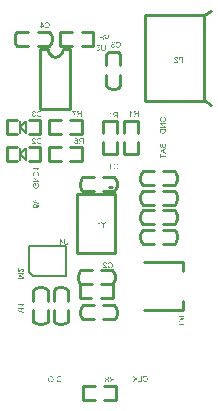
<source format=gbo>
G04 Layer_Color=32896*
%FSLAX25Y25*%
%MOIN*%
G70*
G01*
G75*
%ADD15C,0.00600*%
%ADD16C,0.01000*%
%ADD37C,0.00787*%
G36*
X29150Y89916D02*
X28896D01*
Y90766D01*
X28569D01*
X28540Y90764D01*
X28515Y90762D01*
X28496Y90761D01*
X28481Y90759D01*
X28471Y90757D01*
X28464Y90756D01*
X28462D01*
X28441Y90749D01*
X28419Y90741D01*
X28401Y90733D01*
X28383Y90724D01*
X28369Y90716D01*
X28358Y90711D01*
X28350Y90706D01*
X28348Y90704D01*
X28326Y90689D01*
X28303Y90669D01*
X28281Y90648D01*
X28262Y90628D01*
X28243Y90608D01*
X28230Y90591D01*
X28225Y90585D01*
X28222Y90580D01*
X28218Y90578D01*
Y90576D01*
X28205Y90558D01*
X28190Y90538D01*
X28160Y90497D01*
X28129Y90454D01*
X28100Y90410D01*
X28087Y90392D01*
X28074Y90374D01*
X28064Y90357D01*
X28054Y90342D01*
X28046Y90331D01*
X28041Y90323D01*
X28037Y90316D01*
X28036Y90314D01*
X27783Y89916D01*
X27466D01*
X27798Y90437D01*
X27835Y90492D01*
X27873Y90542D01*
X27908Y90585D01*
X27924Y90603D01*
X27940Y90621D01*
X27954Y90638D01*
X27968Y90651D01*
X27979Y90663D01*
X27989Y90673D01*
X27996Y90681D01*
X28003Y90686D01*
X28006Y90689D01*
X28008Y90691D01*
X28029Y90709D01*
X28052Y90726D01*
X28079Y90742D01*
X28104Y90757D01*
X28125Y90769D01*
X28144Y90779D01*
X28150Y90782D01*
X28155Y90786D01*
X28159Y90787D01*
X28160D01*
X28110Y90796D01*
X28064Y90806D01*
X28021Y90817D01*
X27981Y90830D01*
X27944Y90844D01*
X27910Y90859D01*
X27880Y90874D01*
X27853Y90889D01*
X27830Y90903D01*
X27810Y90917D01*
X27792Y90930D01*
X27778Y90942D01*
X27767Y90950D01*
X27760Y90957D01*
X27755Y90961D01*
X27753Y90963D01*
X27730Y90990D01*
X27710Y91018D01*
X27692Y91048D01*
X27677Y91076D01*
X27664Y91106D01*
X27652Y91134D01*
X27644Y91162D01*
X27637Y91187D01*
X27632Y91212D01*
X27627Y91236D01*
X27624Y91255D01*
X27622Y91274D01*
X27621Y91287D01*
Y91299D01*
Y91305D01*
Y91307D01*
X27622Y91337D01*
X27624Y91365D01*
X27632Y91418D01*
X27646Y91468D01*
X27652Y91489D01*
X27661Y91509D01*
X27667Y91528D01*
X27676Y91544D01*
X27682Y91559D01*
X27687Y91571D01*
X27694Y91581D01*
X27697Y91587D01*
X27699Y91592D01*
X27700Y91594D01*
X27715Y91617D01*
X27732Y91639D01*
X27750Y91660D01*
X27767Y91679D01*
X27785Y91695D01*
X27803Y91710D01*
X27836Y91735D01*
X27866Y91753D01*
X27880Y91760D01*
X27891Y91767D01*
X27900Y91772D01*
X27906Y91775D01*
X27911Y91777D01*
X27913D01*
X27940Y91787D01*
X27968Y91795D01*
X27998Y91802D01*
X28029Y91808D01*
X28094Y91816D01*
X28157Y91823D01*
X28187Y91825D01*
X28213Y91826D01*
X28238Y91828D01*
X28260Y91830D01*
X29150D01*
Y89916D01*
D02*
G37*
G36*
X55604Y98998D02*
X55655Y98995D01*
X55705Y98990D01*
X55751Y98982D01*
X55796Y98973D01*
X55838Y98963D01*
X55878Y98952D01*
X55914Y98942D01*
X55947Y98930D01*
X55975Y98920D01*
X56002Y98910D01*
X56024Y98902D01*
X56040Y98894D01*
X56054Y98889D01*
X56060Y98886D01*
X56063Y98884D01*
X56105Y98861D01*
X56143Y98836D01*
X56180Y98807D01*
X56214Y98779D01*
X56244Y98751D01*
X56274Y98721D01*
X56299Y98693D01*
X56322Y98665D01*
X56344Y98638D01*
X56362Y98615D01*
X56377Y98592D01*
X56389Y98573D01*
X56399Y98557D01*
X56407Y98545D01*
X56410Y98539D01*
X56412Y98535D01*
X56434Y98492D01*
X56452Y98447D01*
X56467Y98402D01*
X56482Y98358D01*
X56493Y98314D01*
X56502Y98271D01*
X56510Y98231D01*
X56517Y98193D01*
X56522Y98157D01*
X56525Y98125D01*
X56528Y98095D01*
X56530Y98072D01*
Y98050D01*
X56532Y98037D01*
Y98027D01*
Y98024D01*
X56530Y97984D01*
X56528Y97946D01*
X56520Y97873D01*
X56515Y97836D01*
X56508Y97803D01*
X56502Y97772D01*
X56493Y97742D01*
X56487Y97715D01*
X56480Y97690D01*
X56473Y97669D01*
X56468Y97652D01*
X56463Y97637D01*
X56460Y97625D01*
X56457Y97619D01*
Y97617D01*
X56442Y97581D01*
X56425Y97544D01*
X56390Y97473D01*
X56372Y97440D01*
X56354Y97408D01*
X56336Y97377D01*
X56317Y97348D01*
X56301Y97323D01*
X56286Y97300D01*
X56271Y97280D01*
X56259Y97262D01*
X56248Y97249D01*
X56241Y97239D01*
X56236Y97232D01*
X56234Y97230D01*
X55524D01*
Y98040D01*
X55750D01*
Y97478D01*
X56105D01*
X56118Y97494D01*
X56132Y97511D01*
X56156Y97549D01*
X56178Y97589D01*
X56200Y97627D01*
X56216Y97662D01*
X56223Y97677D01*
X56228Y97690D01*
X56233Y97702D01*
X56236Y97710D01*
X56239Y97715D01*
Y97717D01*
X56261Y97775D01*
X56276Y97833D01*
X56287Y97886D01*
X56291Y97913D01*
X56294Y97936D01*
X56297Y97957D01*
X56299Y97977D01*
X56301Y97994D01*
Y98009D01*
X56302Y98021D01*
Y98031D01*
Y98036D01*
Y98037D01*
X56301Y98072D01*
X56299Y98107D01*
X56289Y98173D01*
X56283Y98205D01*
X56276Y98233D01*
X56269Y98261D01*
X56261Y98288D01*
X56253Y98311D01*
X56246Y98333D01*
X56239Y98351D01*
X56233Y98366D01*
X56228Y98379D01*
X56223Y98387D01*
X56221Y98394D01*
X56220Y98396D01*
X56203Y98426D01*
X56185Y98456D01*
X56165Y98482D01*
X56145Y98507D01*
X56123Y98529D01*
X56103Y98550D01*
X56082Y98570D01*
X56062Y98587D01*
X56042Y98602D01*
X56024Y98615D01*
X56007Y98627D01*
X55994Y98635D01*
X55982Y98641D01*
X55972Y98646D01*
X55967Y98650D01*
X55966Y98651D01*
X55932Y98666D01*
X55897Y98680D01*
X55863Y98693D01*
X55826Y98703D01*
X55755Y98718D01*
X55720Y98724D01*
X55687Y98728D01*
X55655Y98733D01*
X55627Y98734D01*
X55602Y98736D01*
X55580Y98738D01*
X55562Y98739D01*
X55537D01*
X55499Y98738D01*
X55461Y98736D01*
X55389Y98728D01*
X55356Y98723D01*
X55325Y98716D01*
X55295Y98709D01*
X55267Y98703D01*
X55242Y98696D01*
X55218Y98690D01*
X55200Y98683D01*
X55184Y98678D01*
X55170Y98673D01*
X55160Y98670D01*
X55154Y98666D01*
X55152D01*
X55114Y98648D01*
X55079Y98630D01*
X55048Y98610D01*
X55019Y98590D01*
X54996Y98573D01*
X54978Y98560D01*
X54971Y98554D01*
X54966Y98550D01*
X54965Y98547D01*
X54963D01*
X54931Y98515D01*
X54905Y98482D01*
X54882Y98447D01*
X54860Y98416D01*
X54845Y98386D01*
X54838Y98374D01*
X54833Y98364D01*
X54828Y98354D01*
X54825Y98348D01*
X54823Y98344D01*
Y98343D01*
X54805Y98293D01*
X54792Y98241D01*
X54784Y98192D01*
X54777Y98145D01*
X54775Y98124D01*
X54774Y98104D01*
X54772Y98085D01*
X54770Y98070D01*
Y98059D01*
Y98050D01*
Y98044D01*
Y98042D01*
X54772Y97989D01*
X54779Y97939D01*
X54787Y97894D01*
X54792Y97874D01*
X54795Y97855D01*
X54800Y97838D01*
X54805Y97823D01*
X54810Y97810D01*
X54813Y97798D01*
X54817Y97790D01*
X54820Y97783D01*
X54822Y97780D01*
Y97778D01*
X54842Y97737D01*
X54863Y97699D01*
X54887Y97669D01*
X54908Y97642D01*
X54926Y97622D01*
X54943Y97607D01*
X54953Y97599D01*
X54954Y97596D01*
X54956D01*
X54989Y97572D01*
X55028Y97551D01*
X55066Y97533D01*
X55102Y97518D01*
X55134Y97504D01*
X55149Y97499D01*
X55160Y97496D01*
X55172Y97493D01*
X55179Y97489D01*
X55184Y97488D01*
X55185D01*
X55122Y97260D01*
X55087Y97270D01*
X55054Y97280D01*
X55023Y97292D01*
X54993Y97303D01*
X54965Y97315D01*
X54940Y97328D01*
X54915Y97340D01*
X54893Y97352D01*
X54875Y97362D01*
X54858Y97372D01*
X54843Y97382D01*
X54832Y97390D01*
X54822Y97396D01*
X54815Y97400D01*
X54812Y97403D01*
X54810Y97405D01*
X54789Y97423D01*
X54767Y97443D01*
X54729Y97486D01*
X54697Y97529D01*
X54671Y97571D01*
X54659Y97591D01*
X54649Y97609D01*
X54641Y97625D01*
X54634Y97639D01*
X54628Y97650D01*
X54624Y97660D01*
X54621Y97665D01*
Y97667D01*
X54598Y97732D01*
X54581Y97796D01*
X54569Y97860D01*
X54564Y97890D01*
X54561Y97918D01*
X54558Y97944D01*
X54556Y97967D01*
X54554Y97989D01*
Y98007D01*
X54553Y98022D01*
Y98032D01*
Y98040D01*
Y98042D01*
X54554Y98095D01*
X54558Y98147D01*
X54564Y98195D01*
X54571Y98243D01*
X54579Y98286D01*
X54589Y98328D01*
X54601Y98368D01*
X54611Y98402D01*
X54623Y98436D01*
X54634Y98464D01*
X54644Y98489D01*
X54652Y98510D01*
X54659Y98527D01*
X54666Y98539D01*
X54669Y98545D01*
X54671Y98549D01*
X54694Y98588D01*
X54720Y98627D01*
X54747Y98661D01*
X54777Y98693D01*
X54807Y98723D01*
X54837Y98751D01*
X54867Y98776D01*
X54895Y98798D01*
X54923Y98817D01*
X54948Y98836D01*
X54971Y98851D01*
X54991Y98862D01*
X55008Y98872D01*
X55021Y98879D01*
X55028Y98882D01*
X55031Y98884D01*
X55077Y98904D01*
X55122Y98922D01*
X55169Y98937D01*
X55215Y98950D01*
X55258Y98962D01*
X55301Y98972D01*
X55343Y98980D01*
X55383Y98985D01*
X55418Y98990D01*
X55451Y98993D01*
X55481Y98997D01*
X55504Y98998D01*
X55526Y99000D01*
X55552D01*
X55604Y98998D01*
D02*
G37*
G36*
X26696Y91835D02*
X26749Y91826D01*
X26799Y91816D01*
X26845Y91802D01*
X26889Y91785D01*
X26927Y91767D01*
X26963Y91747D01*
X26997Y91727D01*
X27027Y91707D01*
X27051Y91687D01*
X27073Y91669D01*
X27091Y91652D01*
X27106Y91637D01*
X27116Y91627D01*
X27123Y91621D01*
X27124Y91617D01*
X27143Y91592D01*
X27161Y91567D01*
X27193Y91511D01*
X27219Y91450D01*
X27242Y91385D01*
X27262Y91318D01*
X27279Y91250D01*
X27292Y91184D01*
X27304Y91119D01*
X27312Y91058D01*
X27317Y91000D01*
X27320Y90971D01*
X27322Y90947D01*
X27324Y90923D01*
X27325Y90902D01*
X27327Y90882D01*
Y90864D01*
Y90849D01*
X27329Y90835D01*
Y90824D01*
Y90817D01*
Y90812D01*
Y90811D01*
X27327Y90721D01*
X27320Y90638D01*
X27312Y90561D01*
X27300Y90490D01*
X27285Y90427D01*
X27270Y90369D01*
X27254Y90316D01*
X27236Y90269D01*
X27219Y90229D01*
X27202Y90195D01*
X27187Y90165D01*
X27172Y90141D01*
X27161Y90123D01*
X27153Y90110D01*
X27146Y90103D01*
X27144Y90100D01*
X27108Y90062D01*
X27070Y90029D01*
X27031Y90000D01*
X26992Y89976D01*
X26950Y89954D01*
X26910Y89937D01*
X26872Y89922D01*
X26834Y89911D01*
X26799Y89903D01*
X26768Y89896D01*
X26738Y89891D01*
X26713Y89887D01*
X26693Y89886D01*
X26678Y89884D01*
X26665D01*
X26633Y89886D01*
X26601Y89887D01*
X26543Y89898D01*
X26517Y89903D01*
X26490Y89911D01*
X26467Y89917D01*
X26445Y89926D01*
X26425Y89932D01*
X26407Y89941D01*
X26392Y89947D01*
X26379Y89952D01*
X26369Y89959D01*
X26362Y89962D01*
X26357Y89964D01*
X26356Y89965D01*
X26331Y89982D01*
X26308Y90000D01*
X26265Y90037D01*
X26228Y90077D01*
X26198Y90115D01*
X26173Y90150D01*
X26163Y90165D01*
X26157Y90178D01*
X26150Y90188D01*
X26145Y90196D01*
X26143Y90201D01*
X26142Y90203D01*
X26128Y90233D01*
X26115Y90261D01*
X26097Y90321D01*
X26082Y90376D01*
X26077Y90402D01*
X26074Y90427D01*
X26070Y90450D01*
X26067Y90472D01*
X26065Y90490D01*
Y90507D01*
X26064Y90518D01*
Y90528D01*
Y90535D01*
Y90537D01*
X26065Y90586D01*
X26070Y90635D01*
X26079Y90679D01*
X26090Y90723D01*
X26102Y90762D01*
X26117Y90799D01*
X26132Y90832D01*
X26147Y90862D01*
X26162Y90890D01*
X26177Y90913D01*
X26191Y90935D01*
X26203Y90952D01*
X26215Y90965D01*
X26223Y90975D01*
X26228Y90982D01*
X26230Y90983D01*
X26261Y91015D01*
X26294Y91041D01*
X26328Y91065D01*
X26362Y91084D01*
X26396Y91101D01*
X26429Y91114D01*
X26462Y91126D01*
X26492Y91136D01*
X26520Y91142D01*
X26547Y91148D01*
X26570Y91152D01*
X26590Y91154D01*
X26607Y91156D01*
X26620Y91157D01*
X26630D01*
X26680Y91154D01*
X26726Y91148D01*
X26771Y91137D01*
X26809Y91126D01*
X26826Y91119D01*
X26840Y91114D01*
X26854Y91109D01*
X26865Y91104D01*
X26875Y91101D01*
X26882Y91098D01*
X26885Y91094D01*
X26887D01*
X26932Y91068D01*
X26972Y91038D01*
X27007Y91006D01*
X27036Y90975D01*
X27061Y90947D01*
X27071Y90933D01*
X27080Y90923D01*
X27086Y90913D01*
X27091Y90907D01*
X27093Y90903D01*
X27095Y90902D01*
X27093Y90955D01*
X27091Y91003D01*
X27088Y91049D01*
X27083Y91093D01*
X27078Y91131D01*
X27073Y91167D01*
X27068Y91201D01*
X27061Y91230D01*
X27056Y91257D01*
X27050Y91279D01*
X27045Y91299D01*
X27040Y91315D01*
X27035Y91327D01*
X27033Y91337D01*
X27030Y91342D01*
Y91343D01*
X27016Y91372D01*
X27003Y91398D01*
X26990Y91423D01*
X26975Y91446D01*
X26960Y91468D01*
X26945Y91488D01*
X26932Y91504D01*
X26917Y91521D01*
X26904Y91534D01*
X26892Y91548D01*
X26882Y91558D01*
X26872Y91566D01*
X26864Y91572D01*
X26859Y91577D01*
X26855Y91579D01*
X26854Y91581D01*
X26821Y91602D01*
X26787Y91617D01*
X26754Y91629D01*
X26723Y91636D01*
X26696Y91641D01*
X26684Y91642D01*
X26675D01*
X26668Y91644D01*
X26656D01*
X26631Y91642D01*
X26607Y91639D01*
X26583Y91634D01*
X26560Y91629D01*
X26520Y91612D01*
X26485Y91594D01*
X26472Y91584D01*
X26459Y91574D01*
X26447Y91566D01*
X26437Y91559D01*
X26430Y91553D01*
X26425Y91548D01*
X26422Y91544D01*
X26421Y91543D01*
X26411Y91529D01*
X26401Y91516D01*
X26382Y91484D01*
X26367Y91451D01*
X26354Y91418D01*
X26344Y91388D01*
X26339Y91375D01*
X26336Y91365D01*
X26334Y91355D01*
X26333Y91348D01*
X26331Y91343D01*
Y91342D01*
X26097Y91360D01*
X26103Y91400D01*
X26114Y91440D01*
X26123Y91474D01*
X26137Y91508D01*
X26150Y91539D01*
X26165Y91567D01*
X26180Y91594D01*
X26195Y91617D01*
X26210Y91639D01*
X26223Y91657D01*
X26236Y91672D01*
X26248Y91685D01*
X26258Y91695D01*
X26265Y91704D01*
X26270Y91707D01*
X26271Y91709D01*
X26299Y91732D01*
X26329Y91750D01*
X26359Y91768D01*
X26391Y91783D01*
X26421Y91795D01*
X26452Y91805D01*
X26482Y91813D01*
X26510Y91820D01*
X26537Y91826D01*
X26562Y91830D01*
X26585Y91833D01*
X26603Y91835D01*
X26620Y91836D01*
X26641D01*
X26696Y91835D01*
D02*
G37*
G36*
X13276Y75959D02*
X13050D01*
Y76522D01*
X12695D01*
X12682Y76506D01*
X12668Y76489D01*
X12644Y76451D01*
X12622Y76411D01*
X12600Y76373D01*
X12584Y76338D01*
X12577Y76323D01*
X12572Y76310D01*
X12567Y76298D01*
X12564Y76290D01*
X12561Y76285D01*
Y76283D01*
X12539Y76225D01*
X12524Y76167D01*
X12513Y76114D01*
X12509Y76087D01*
X12506Y76064D01*
X12503Y76042D01*
X12501Y76023D01*
X12499Y76006D01*
Y75991D01*
X12498Y75979D01*
Y75969D01*
Y75964D01*
Y75963D01*
X12499Y75928D01*
X12501Y75893D01*
X12511Y75827D01*
X12517Y75795D01*
X12524Y75767D01*
X12531Y75739D01*
X12539Y75712D01*
X12547Y75689D01*
X12554Y75667D01*
X12561Y75649D01*
X12567Y75634D01*
X12572Y75621D01*
X12577Y75612D01*
X12579Y75606D01*
X12581Y75604D01*
X12597Y75574D01*
X12615Y75545D01*
X12635Y75518D01*
X12655Y75493D01*
X12677Y75471D01*
X12697Y75450D01*
X12718Y75430D01*
X12738Y75413D01*
X12758Y75398D01*
X12776Y75385D01*
X12793Y75374D01*
X12806Y75365D01*
X12818Y75359D01*
X12828Y75354D01*
X12833Y75350D01*
X12834Y75349D01*
X12868Y75334D01*
X12903Y75320D01*
X12937Y75307D01*
X12974Y75297D01*
X13045Y75282D01*
X13080Y75276D01*
X13113Y75272D01*
X13145Y75267D01*
X13173Y75266D01*
X13198Y75264D01*
X13220Y75262D01*
X13238Y75261D01*
X13263D01*
X13301Y75262D01*
X13339Y75264D01*
X13410Y75272D01*
X13444Y75277D01*
X13475Y75284D01*
X13505Y75291D01*
X13533Y75297D01*
X13558Y75304D01*
X13581Y75310D01*
X13600Y75317D01*
X13616Y75322D01*
X13630Y75327D01*
X13640Y75330D01*
X13646Y75334D01*
X13648D01*
X13686Y75352D01*
X13721Y75370D01*
X13753Y75390D01*
X13781Y75410D01*
X13804Y75427D01*
X13822Y75440D01*
X13829Y75446D01*
X13834Y75450D01*
X13836Y75453D01*
X13837D01*
X13869Y75485D01*
X13895Y75518D01*
X13918Y75553D01*
X13940Y75584D01*
X13955Y75614D01*
X13962Y75626D01*
X13967Y75636D01*
X13972Y75646D01*
X13975Y75652D01*
X13977Y75656D01*
Y75657D01*
X13995Y75707D01*
X14008Y75759D01*
X14016Y75808D01*
X14023Y75855D01*
X14025Y75876D01*
X14026Y75896D01*
X14028Y75915D01*
X14030Y75930D01*
Y75941D01*
Y75950D01*
Y75956D01*
Y75958D01*
X14028Y76011D01*
X14021Y76061D01*
X14013Y76106D01*
X14008Y76126D01*
X14005Y76145D01*
X14000Y76162D01*
X13995Y76177D01*
X13990Y76190D01*
X13987Y76202D01*
X13983Y76210D01*
X13980Y76217D01*
X13978Y76220D01*
Y76222D01*
X13958Y76263D01*
X13937Y76301D01*
X13914Y76331D01*
X13892Y76358D01*
X13874Y76378D01*
X13857Y76393D01*
X13847Y76401D01*
X13846Y76404D01*
X13844D01*
X13811Y76428D01*
X13772Y76449D01*
X13734Y76467D01*
X13698Y76482D01*
X13666Y76496D01*
X13651Y76501D01*
X13640Y76504D01*
X13628Y76507D01*
X13621Y76511D01*
X13616Y76512D01*
X13615D01*
X13678Y76740D01*
X13713Y76730D01*
X13746Y76720D01*
X13777Y76708D01*
X13807Y76696D01*
X13836Y76685D01*
X13860Y76672D01*
X13885Y76660D01*
X13907Y76648D01*
X13925Y76638D01*
X13942Y76629D01*
X13957Y76618D01*
X13968Y76610D01*
X13978Y76604D01*
X13985Y76600D01*
X13988Y76597D01*
X13990Y76595D01*
X14011Y76577D01*
X14033Y76557D01*
X14071Y76514D01*
X14103Y76471D01*
X14129Y76429D01*
X14141Y76409D01*
X14151Y76391D01*
X14159Y76375D01*
X14166Y76361D01*
X14173Y76350D01*
X14176Y76340D01*
X14179Y76335D01*
Y76333D01*
X14202Y76268D01*
X14219Y76204D01*
X14231Y76140D01*
X14236Y76111D01*
X14239Y76082D01*
X14242Y76056D01*
X14244Y76033D01*
X14245Y76011D01*
Y75993D01*
X14247Y75978D01*
Y75968D01*
Y75959D01*
Y75958D01*
X14245Y75905D01*
X14242Y75853D01*
X14236Y75805D01*
X14229Y75757D01*
X14221Y75714D01*
X14211Y75672D01*
X14199Y75633D01*
X14189Y75598D01*
X14177Y75564D01*
X14166Y75536D01*
X14156Y75511D01*
X14148Y75490D01*
X14141Y75473D01*
X14134Y75462D01*
X14131Y75455D01*
X14129Y75451D01*
X14106Y75412D01*
X14080Y75374D01*
X14053Y75339D01*
X14023Y75307D01*
X13993Y75277D01*
X13963Y75249D01*
X13933Y75224D01*
X13905Y75203D01*
X13877Y75183D01*
X13852Y75164D01*
X13829Y75149D01*
X13809Y75138D01*
X13792Y75128D01*
X13779Y75121D01*
X13772Y75118D01*
X13769Y75116D01*
X13723Y75096D01*
X13678Y75078D01*
X13631Y75063D01*
X13585Y75050D01*
X13542Y75038D01*
X13498Y75028D01*
X13457Y75020D01*
X13417Y75015D01*
X13382Y75010D01*
X13349Y75007D01*
X13319Y75003D01*
X13296Y75002D01*
X13274Y75000D01*
X13248D01*
X13196Y75002D01*
X13145Y75005D01*
X13095Y75010D01*
X13049Y75018D01*
X13004Y75027D01*
X12962Y75037D01*
X12923Y75048D01*
X12886Y75058D01*
X12853Y75070D01*
X12825Y75080D01*
X12798Y75090D01*
X12776Y75098D01*
X12760Y75106D01*
X12746Y75111D01*
X12740Y75115D01*
X12737Y75116D01*
X12695Y75139D01*
X12657Y75164D01*
X12620Y75193D01*
X12585Y75221D01*
X12556Y75249D01*
X12526Y75279D01*
X12501Y75307D01*
X12478Y75335D01*
X12456Y75362D01*
X12438Y75385D01*
X12423Y75408D01*
X12411Y75427D01*
X12401Y75443D01*
X12393Y75455D01*
X12390Y75462D01*
X12388Y75465D01*
X12366Y75508D01*
X12348Y75553D01*
X12333Y75598D01*
X12318Y75642D01*
X12307Y75686D01*
X12298Y75729D01*
X12290Y75769D01*
X12283Y75807D01*
X12278Y75843D01*
X12275Y75875D01*
X12272Y75905D01*
X12270Y75928D01*
Y75950D01*
X12269Y75963D01*
Y75973D01*
Y75976D01*
X12270Y76016D01*
X12272Y76054D01*
X12280Y76127D01*
X12285Y76164D01*
X12292Y76197D01*
X12298Y76228D01*
X12307Y76258D01*
X12313Y76285D01*
X12320Y76310D01*
X12327Y76331D01*
X12331Y76348D01*
X12336Y76363D01*
X12340Y76375D01*
X12343Y76381D01*
Y76383D01*
X12358Y76419D01*
X12375Y76456D01*
X12410Y76527D01*
X12428Y76560D01*
X12446Y76592D01*
X12464Y76623D01*
X12483Y76652D01*
X12499Y76677D01*
X12514Y76700D01*
X12529Y76720D01*
X12541Y76738D01*
X12552Y76751D01*
X12559Y76761D01*
X12564Y76768D01*
X12566Y76770D01*
X13276D01*
Y75959D01*
D02*
G37*
G36*
X14214Y78406D02*
X12710D01*
X14214Y77400D01*
Y77141D01*
X12300D01*
Y77384D01*
X13802D01*
X12300Y78388D01*
Y78649D01*
X14214D01*
Y78406D01*
D02*
G37*
G36*
X26654Y100663D02*
X25716D01*
X25749Y100624D01*
X25783Y100584D01*
X25844Y100499D01*
X25874Y100456D01*
X25902Y100414D01*
X25929Y100374D01*
X25952Y100336D01*
X25975Y100300D01*
X25995Y100267D01*
X26012Y100237D01*
X26027Y100212D01*
X26038Y100190D01*
X26048Y100175D01*
X26053Y100165D01*
X26055Y100164D01*
Y100162D01*
X26083Y100106D01*
X26111Y100051D01*
X26136Y99994D01*
X26159Y99940D01*
X26183Y99886D01*
X26203Y99837D01*
X26221Y99787D01*
X26236Y99742D01*
X26251Y99700D01*
X26264Y99662D01*
X26274Y99628D01*
X26282Y99599D01*
X26291Y99576D01*
X26296Y99559D01*
X26297Y99553D01*
Y99548D01*
X26299Y99546D01*
Y99545D01*
X26314Y99486D01*
X26327Y99430D01*
X26339Y99375D01*
X26349Y99325D01*
X26357Y99277D01*
X26364Y99232D01*
X26370Y99191D01*
X26375Y99153D01*
X26379Y99118D01*
X26382Y99088D01*
X26384Y99061D01*
X26385Y99040D01*
Y99023D01*
X26387Y99010D01*
Y99003D01*
Y99000D01*
X26144D01*
X26134Y99105D01*
X26129Y99154D01*
X26123Y99203D01*
X26116Y99249D01*
X26108Y99292D01*
X26100Y99332D01*
X26093Y99370D01*
X26085Y99403D01*
X26078Y99433D01*
X26071Y99460D01*
X26066Y99483D01*
X26061Y99501D01*
X26058Y99515D01*
X26055Y99521D01*
Y99525D01*
X26035Y99588D01*
X26015Y99651D01*
X25993Y99712D01*
X25970Y99772D01*
X25947Y99830D01*
X25924Y99885D01*
X25902Y99936D01*
X25879Y99984D01*
X25859Y100029D01*
X25839Y100069D01*
X25822Y100104D01*
X25807Y100134D01*
X25794Y100157D01*
X25789Y100167D01*
X25786Y100174D01*
X25783Y100180D01*
X25779Y100185D01*
X25778Y100187D01*
Y100189D01*
X25744Y100247D01*
X25711Y100303D01*
X25678Y100356D01*
X25645Y100404D01*
X25613Y100451D01*
X25583Y100494D01*
X25555Y100532D01*
X25529Y100567D01*
X25504Y100599D01*
X25482Y100627D01*
X25462Y100650D01*
X25446Y100670D01*
X25432Y100685D01*
X25422Y100697D01*
X25416Y100703D01*
X25414Y100705D01*
Y100889D01*
X26654D01*
Y100663D01*
D02*
G37*
G36*
X28500Y99000D02*
X28246D01*
Y99850D01*
X27919D01*
X27891Y99848D01*
X27866Y99847D01*
X27846Y99845D01*
X27831Y99843D01*
X27821Y99842D01*
X27814Y99840D01*
X27813D01*
X27791Y99833D01*
X27770Y99825D01*
X27751Y99817D01*
X27733Y99808D01*
X27720Y99800D01*
X27708Y99795D01*
X27700Y99790D01*
X27698Y99788D01*
X27677Y99774D01*
X27653Y99754D01*
X27632Y99732D01*
X27612Y99712D01*
X27594Y99692D01*
X27580Y99676D01*
X27575Y99669D01*
X27572Y99664D01*
X27569Y99662D01*
Y99661D01*
X27556Y99642D01*
X27540Y99622D01*
X27511Y99581D01*
X27479Y99538D01*
X27451Y99495D01*
X27438Y99476D01*
X27424Y99458D01*
X27414Y99442D01*
X27404Y99427D01*
X27396Y99415D01*
X27391Y99407D01*
X27388Y99400D01*
X27386Y99398D01*
X27134Y99000D01*
X26817D01*
X27149Y99521D01*
X27185Y99576D01*
X27224Y99626D01*
X27258Y99669D01*
X27275Y99687D01*
X27290Y99705D01*
X27305Y99722D01*
X27318Y99735D01*
X27330Y99747D01*
X27340Y99757D01*
X27346Y99765D01*
X27353Y99770D01*
X27356Y99774D01*
X27358Y99775D01*
X27380Y99793D01*
X27403Y99810D01*
X27429Y99827D01*
X27454Y99842D01*
X27476Y99853D01*
X27494Y99863D01*
X27501Y99866D01*
X27506Y99870D01*
X27509Y99871D01*
X27511D01*
X27461Y99880D01*
X27414Y99890D01*
X27371Y99901D01*
X27331Y99915D01*
X27295Y99928D01*
X27260Y99943D01*
X27230Y99958D01*
X27204Y99973D01*
X27180Y99988D01*
X27160Y100001D01*
X27142Y100014D01*
X27129Y100026D01*
X27117Y100034D01*
X27111Y100041D01*
X27106Y100046D01*
X27104Y100048D01*
X27081Y100074D01*
X27061Y100102D01*
X27042Y100132D01*
X27028Y100160D01*
X27014Y100190D01*
X27003Y100218D01*
X26994Y100247D01*
X26988Y100272D01*
X26983Y100296D01*
X26978Y100320D01*
X26974Y100340D01*
X26973Y100358D01*
X26971Y100371D01*
Y100383D01*
Y100389D01*
Y100391D01*
X26973Y100421D01*
X26974Y100449D01*
X26983Y100502D01*
X26996Y100552D01*
X27003Y100574D01*
X27011Y100594D01*
X27018Y100612D01*
X27026Y100628D01*
X27033Y100643D01*
X27038Y100655D01*
X27044Y100665D01*
X27048Y100672D01*
X27049Y100677D01*
X27051Y100678D01*
X27066Y100701D01*
X27082Y100723D01*
X27101Y100745D01*
X27117Y100763D01*
X27136Y100779D01*
X27154Y100794D01*
X27187Y100819D01*
X27217Y100838D01*
X27230Y100844D01*
X27242Y100851D01*
X27250Y100856D01*
X27257Y100859D01*
X27262Y100861D01*
X27263D01*
X27290Y100871D01*
X27318Y100879D01*
X27348Y100886D01*
X27380Y100892D01*
X27444Y100901D01*
X27507Y100907D01*
X27537Y100909D01*
X27564Y100911D01*
X27589Y100912D01*
X27610Y100914D01*
X28500D01*
Y99000D01*
D02*
G37*
G36*
X56500Y94238D02*
X56498Y94174D01*
X56495Y94116D01*
X56493Y94090D01*
X56490Y94063D01*
X56487Y94040D01*
X56483Y94018D01*
X56482Y93998D01*
X56478Y93982D01*
X56475Y93967D01*
X56473Y93954D01*
X56472Y93944D01*
X56470Y93937D01*
X56468Y93932D01*
Y93930D01*
X56455Y93882D01*
X56439Y93837D01*
X56424Y93799D01*
X56407Y93766D01*
X56400Y93751D01*
X56394Y93738D01*
X56387Y93728D01*
X56382Y93718D01*
X56379Y93711D01*
X56375Y93706D01*
X56372Y93703D01*
Y93701D01*
X56347Y93666D01*
X56319Y93635D01*
X56289Y93605D01*
X56263Y93578D01*
X56238Y93557D01*
X56218Y93540D01*
X56209Y93535D01*
X56204Y93530D01*
X56201Y93529D01*
X56200Y93527D01*
X56156Y93499D01*
X56108Y93472D01*
X56062Y93451D01*
X56019Y93431D01*
X55999Y93424D01*
X55979Y93416D01*
X55962Y93411D01*
X55949Y93406D01*
X55937Y93401D01*
X55927Y93397D01*
X55922Y93396D01*
X55921D01*
X55856Y93379D01*
X55790Y93366D01*
X55723Y93358D01*
X55693Y93353D01*
X55663Y93351D01*
X55637Y93349D01*
X55612Y93348D01*
X55589Y93346D01*
X55570Y93344D01*
X55487D01*
X55441Y93348D01*
X55396Y93351D01*
X55355Y93356D01*
X55315Y93363D01*
X55278Y93369D01*
X55243Y93376D01*
X55210Y93383D01*
X55182Y93389D01*
X55155Y93396D01*
X55134Y93402D01*
X55114Y93409D01*
X55099Y93414D01*
X55087Y93417D01*
X55081Y93419D01*
X55079Y93421D01*
X55042Y93436D01*
X55008Y93452D01*
X54975Y93469D01*
X54945Y93487D01*
X54915Y93505D01*
X54888Y93525D01*
X54863Y93544D01*
X54840Y93562D01*
X54820Y93578D01*
X54804Y93595D01*
X54787Y93608D01*
X54775Y93622D01*
X54765Y93632D01*
X54759Y93640D01*
X54754Y93645D01*
X54752Y93647D01*
X54717Y93691D01*
X54689Y93739D01*
X54664Y93786D01*
X54646Y93831D01*
X54637Y93851D01*
X54631Y93869D01*
X54626Y93885D01*
X54621Y93899D01*
X54618Y93910D01*
X54616Y93920D01*
X54614Y93925D01*
Y93927D01*
X54609Y93950D01*
X54604Y93975D01*
X54598Y94030D01*
X54593Y94086D01*
X54589Y94141D01*
X54588Y94168D01*
Y94191D01*
X54586Y94213D01*
Y94231D01*
Y94246D01*
Y94257D01*
Y94264D01*
Y94267D01*
Y94926D01*
X56500D01*
Y94238D01*
D02*
G37*
G36*
X12629Y91835D02*
X12676Y91830D01*
X12721Y91823D01*
X12762Y91815D01*
X12800Y91803D01*
X12837Y91791D01*
X12870Y91778D01*
X12898Y91765D01*
X12925Y91752D01*
X12948Y91738D01*
X12968Y91727D01*
X12985Y91715D01*
X12998Y91707D01*
X13006Y91700D01*
X13013Y91695D01*
X13014Y91694D01*
X13043Y91665D01*
X13069Y91636D01*
X13091Y91604D01*
X13111Y91569D01*
X13129Y91536D01*
X13144Y91501D01*
X13156Y91468D01*
X13167Y91435D01*
X13175Y91403D01*
X13182Y91375D01*
X13189Y91348D01*
X13192Y91327D01*
X13195Y91308D01*
X13197Y91294D01*
X13199Y91285D01*
Y91282D01*
X12956Y91257D01*
X12955Y91290D01*
X12951Y91320D01*
X12946Y91350D01*
X12940Y91377D01*
X12933Y91401D01*
X12925Y91425D01*
X12915Y91446D01*
X12905Y91466D01*
X12897Y91483D01*
X12887Y91498D01*
X12878Y91509D01*
X12870Y91521D01*
X12865Y91529D01*
X12860Y91534D01*
X12857Y91538D01*
X12855Y91539D01*
X12835Y91558D01*
X12814Y91572D01*
X12792Y91587D01*
X12770Y91599D01*
X12747Y91609D01*
X12726Y91617D01*
X12682Y91629D01*
X12663Y91634D01*
X12643Y91637D01*
X12626Y91639D01*
X12613Y91641D01*
X12601Y91642D01*
X12585D01*
X12555Y91641D01*
X12526Y91639D01*
X12500Y91634D01*
X12477Y91627D01*
X12453Y91621D01*
X12432Y91612D01*
X12412Y91602D01*
X12394Y91594D01*
X12377Y91586D01*
X12364Y91576D01*
X12352Y91567D01*
X12342Y91561D01*
X12334Y91554D01*
X12329Y91551D01*
X12325Y91548D01*
X12324Y91546D01*
X12306Y91528D01*
X12291Y91508D01*
X12277Y91488D01*
X12266Y91468D01*
X12256Y91448D01*
X12249Y91430D01*
X12236Y91391D01*
X12233Y91375D01*
X12229Y91360D01*
X12228Y91345D01*
X12226Y91333D01*
X12224Y91323D01*
Y91317D01*
Y91312D01*
Y91310D01*
X12226Y91285D01*
X12229Y91260D01*
X12234Y91236D01*
X12241Y91211D01*
X12259Y91162D01*
X12279Y91119D01*
X12289Y91099D01*
X12299Y91083D01*
X12309Y91066D01*
X12317Y91053D01*
X12324Y91043D01*
X12329Y91035D01*
X12332Y91030D01*
X12334Y91028D01*
X12357Y90998D01*
X12384Y90968D01*
X12414Y90935D01*
X12445Y90902D01*
X12480Y90867D01*
X12515Y90834D01*
X12551Y90800D01*
X12586Y90769D01*
X12619Y90739D01*
X12651Y90711D01*
X12679Y90686D01*
X12706Y90664D01*
X12726Y90646D01*
X12742Y90633D01*
X12752Y90625D01*
X12754Y90621D01*
X12755D01*
X12792Y90591D01*
X12827Y90561D01*
X12858Y90533D01*
X12888Y90507D01*
X12915Y90482D01*
X12941Y90457D01*
X12963Y90435D01*
X12985Y90415D01*
X13003Y90397D01*
X13018Y90381D01*
X13031Y90366D01*
X13043Y90354D01*
X13051Y90346D01*
X13058Y90337D01*
X13061Y90334D01*
X13063Y90332D01*
X13099Y90286D01*
X13131Y90239D01*
X13159Y90198D01*
X13179Y90158D01*
X13189Y90141D01*
X13195Y90127D01*
X13202Y90112D01*
X13207Y90100D01*
X13212Y90092D01*
X13215Y90085D01*
X13217Y90080D01*
Y90078D01*
X13227Y90049D01*
X13234Y90020D01*
X13239Y89992D01*
X13242Y89967D01*
X13243Y89947D01*
Y89931D01*
Y89924D01*
Y89919D01*
Y89917D01*
Y89916D01*
X11979D01*
Y90141D01*
X12916D01*
X12902Y90165D01*
X12885Y90188D01*
X12868Y90210D01*
X12853Y90228D01*
X12840Y90244D01*
X12829Y90258D01*
X12822Y90264D01*
X12819Y90268D01*
X12805Y90281D01*
X12790Y90296D01*
X12770Y90314D01*
X12751Y90332D01*
X12706Y90372D01*
X12659Y90412D01*
X12638Y90430D01*
X12616Y90449D01*
X12598Y90465D01*
X12581Y90480D01*
X12566Y90492D01*
X12556Y90500D01*
X12548Y90507D01*
X12546Y90508D01*
X12500Y90548D01*
X12458Y90585D01*
X12419Y90620D01*
X12384Y90651D01*
X12350Y90681D01*
X12322Y90709D01*
X12296Y90734D01*
X12271Y90757D01*
X12251Y90777D01*
X12234Y90796D01*
X12219Y90811D01*
X12206Y90822D01*
X12198Y90832D01*
X12191Y90840D01*
X12188Y90844D01*
X12186Y90845D01*
X12148Y90890D01*
X12115Y90933D01*
X12088Y90973D01*
X12067Y91008D01*
X12058Y91023D01*
X12050Y91036D01*
X12043Y91048D01*
X12038Y91059D01*
X12035Y91066D01*
X12032Y91073D01*
X12030Y91076D01*
Y91078D01*
X12014Y91119D01*
X12002Y91161D01*
X11993Y91199D01*
X11989Y91234D01*
X11984Y91262D01*
Y91275D01*
X11982Y91285D01*
Y91294D01*
Y91300D01*
Y91303D01*
Y91305D01*
X11984Y91347D01*
X11989Y91386D01*
X11997Y91425D01*
X12007Y91460D01*
X12018Y91493D01*
X12033Y91524D01*
X12047Y91553D01*
X12062Y91579D01*
X12078Y91602D01*
X12092Y91624D01*
X12105Y91642D01*
X12118Y91657D01*
X12128Y91669D01*
X12136Y91677D01*
X12141Y91682D01*
X12143Y91684D01*
X12174Y91710D01*
X12208Y91733D01*
X12242Y91755D01*
X12279Y91772D01*
X12316Y91787D01*
X12352Y91800D01*
X12387Y91810D01*
X12422Y91818D01*
X12453Y91823D01*
X12483Y91828D01*
X12512Y91831D01*
X12535Y91835D01*
X12553D01*
X12568Y91836D01*
X12580D01*
X12629Y91835D01*
D02*
G37*
G36*
X37995Y50445D02*
X38042Y50442D01*
X38085Y50437D01*
X38128Y50429D01*
X38168Y50421D01*
X38206Y50411D01*
X38243Y50401D01*
X38274Y50389D01*
X38306Y50379D01*
X38333Y50367D01*
X38356Y50358D01*
X38376Y50349D01*
X38391Y50341D01*
X38402Y50336D01*
X38410Y50333D01*
X38412Y50331D01*
X38450Y50308D01*
X38487Y50283D01*
X38520Y50256D01*
X38552Y50230D01*
X38581Y50201D01*
X38608Y50173D01*
X38631Y50145D01*
X38655Y50118D01*
X38673Y50092D01*
X38689Y50069D01*
X38704Y50047D01*
X38716Y50029D01*
X38726Y50014D01*
X38732Y50002D01*
X38736Y49996D01*
X38737Y49992D01*
X38757Y49949D01*
X38774Y49906D01*
X38789Y49861D01*
X38802Y49816D01*
X38814Y49773D01*
X38822Y49730D01*
X38831Y49689D01*
X38835Y49649D01*
X38840Y49610D01*
X38844Y49577D01*
X38847Y49547D01*
X38849Y49521D01*
X38850Y49501D01*
Y49484D01*
Y49474D01*
Y49473D01*
Y49471D01*
X38849Y49420D01*
X38845Y49370D01*
X38840Y49322D01*
X38835Y49275D01*
X38827Y49230D01*
X38819Y49189D01*
X38811Y49149D01*
X38801Y49112D01*
X38791Y49078D01*
X38782Y49048D01*
X38774Y49021D01*
X38766Y49000D01*
X38761Y48981D01*
X38756Y48970D01*
X38752Y48961D01*
X38751Y48958D01*
X38731Y48915D01*
X38709Y48873D01*
X38686Y48835D01*
X38661Y48801D01*
X38638Y48767D01*
X38613Y48737D01*
X38588Y48711D01*
X38565Y48686D01*
X38543Y48664D01*
X38522Y48646D01*
X38504Y48630D01*
X38487Y48616D01*
X38474Y48606D01*
X38464Y48600D01*
X38457Y48595D01*
X38455Y48593D01*
X38417Y48571D01*
X38377Y48551D01*
X38337Y48535D01*
X38294Y48522D01*
X38253Y48508D01*
X38211Y48498D01*
X38170Y48490D01*
X38132Y48483D01*
X38093Y48478D01*
X38060Y48475D01*
X38030Y48472D01*
X38004Y48470D01*
X37982D01*
X37966Y48469D01*
X37952D01*
X37898Y48470D01*
X37844Y48475D01*
X37795Y48483D01*
X37747Y48493D01*
X37702Y48507D01*
X37660Y48520D01*
X37622Y48535D01*
X37587Y48550D01*
X37556Y48565D01*
X37527Y48580D01*
X37503Y48593D01*
X37483Y48606D01*
X37468Y48616D01*
X37456Y48625D01*
X37448Y48630D01*
X37446Y48631D01*
X37408Y48664D01*
X37375Y48699D01*
X37343Y48736D01*
X37313Y48776D01*
X37287Y48814D01*
X37263Y48854D01*
X37244Y48893D01*
X37225Y48932D01*
X37209Y48967D01*
X37195Y49000D01*
X37184Y49029D01*
X37174Y49056D01*
X37167Y49078D01*
X37162Y49094D01*
X37161Y49099D01*
Y49104D01*
X37159Y49106D01*
Y49108D01*
X37413Y49171D01*
X37424Y49128D01*
X37436Y49086D01*
X37451Y49048D01*
X37466Y49013D01*
X37483Y48980D01*
X37499Y48950D01*
X37516Y48923D01*
X37532Y48898D01*
X37549Y48877D01*
X37564Y48859D01*
X37577Y48844D01*
X37591Y48830D01*
X37600Y48820D01*
X37607Y48812D01*
X37612Y48809D01*
X37614Y48807D01*
X37642Y48785D01*
X37672Y48767D01*
X37702Y48751D01*
X37732Y48737D01*
X37763Y48726D01*
X37793Y48716D01*
X37821Y48708D01*
X37849Y48701D01*
X37874Y48696D01*
X37899Y48693D01*
X37921Y48689D01*
X37939Y48688D01*
X37954D01*
X37964Y48686D01*
X37974D01*
X38006Y48688D01*
X38039Y48689D01*
X38098Y48699D01*
X38127Y48708D01*
X38153Y48714D01*
X38178Y48722D01*
X38201Y48731D01*
X38223Y48739D01*
X38243Y48747D01*
X38259Y48756D01*
X38273Y48762D01*
X38284Y48767D01*
X38293Y48772D01*
X38298Y48774D01*
X38299Y48776D01*
X38326Y48794D01*
X38352Y48814D01*
X38376Y48834D01*
X38397Y48855D01*
X38417Y48878D01*
X38435Y48900D01*
X38450Y48923D01*
X38465Y48945D01*
X38479Y48965D01*
X38490Y48985D01*
X38498Y49001D01*
X38507Y49016D01*
X38512Y49029D01*
X38517Y49038D01*
X38518Y49044D01*
X38520Y49046D01*
X38543Y49117D01*
X38560Y49191D01*
X38573Y49262D01*
X38576Y49295D01*
X38581Y49328D01*
X38583Y49358D01*
X38587Y49386D01*
X38588Y49411D01*
Y49431D01*
X38590Y49450D01*
Y49463D01*
Y49469D01*
Y49473D01*
X38587Y49542D01*
X38580Y49610D01*
X38576Y49642D01*
X38572Y49672D01*
X38565Y49700D01*
X38560Y49727D01*
X38555Y49752D01*
X38548Y49773D01*
X38543Y49793D01*
X38540Y49810D01*
X38535Y49821D01*
X38533Y49831D01*
X38530Y49838D01*
Y49840D01*
X38518Y49873D01*
X38504Y49903D01*
X38489Y49933D01*
X38472Y49959D01*
X38455Y49984D01*
X38439Y50007D01*
X38421Y50029D01*
X38404Y50049D01*
X38387Y50065D01*
X38372Y50080D01*
X38359Y50094D01*
X38346Y50104D01*
X38336Y50112D01*
X38329Y50118D01*
X38324Y50122D01*
X38322Y50124D01*
X38294Y50142D01*
X38264Y50158D01*
X38233Y50173D01*
X38203Y50185D01*
X38171Y50195D01*
X38142Y50203D01*
X38112Y50212D01*
X38083Y50216D01*
X38057Y50221D01*
X38032Y50225D01*
X38010Y50226D01*
X37990Y50228D01*
X37976Y50230D01*
X37954D01*
X37919Y50228D01*
X37884Y50226D01*
X37853Y50221D01*
X37823Y50215D01*
X37795Y50208D01*
X37768Y50200D01*
X37745Y50190D01*
X37722Y50182D01*
X37703Y50173D01*
X37685Y50163D01*
X37670Y50155D01*
X37659Y50148D01*
X37649Y50142D01*
X37640Y50138D01*
X37637Y50135D01*
X37635Y50133D01*
X37612Y50115D01*
X37591Y50094D01*
X37571Y50070D01*
X37552Y50046D01*
X37519Y49996D01*
X37491Y49946D01*
X37479Y49923D01*
X37469Y49901D01*
X37461Y49881D01*
X37454Y49865D01*
X37448Y49850D01*
X37444Y49840D01*
X37441Y49831D01*
Y49830D01*
X37192Y49888D01*
X37209Y49936D01*
X37227Y49982D01*
X37247Y50024D01*
X37268Y50064D01*
X37290Y50100D01*
X37313Y50135D01*
X37337Y50165D01*
X37358Y50193D01*
X37380Y50218D01*
X37400Y50240D01*
X37418Y50258D01*
X37434Y50273D01*
X37448Y50284D01*
X37458Y50293D01*
X37464Y50298D01*
X37466Y50299D01*
X37504Y50326D01*
X37542Y50348D01*
X37584Y50367D01*
X37624Y50384D01*
X37665Y50399D01*
X37705Y50411D01*
X37743Y50421D01*
X37781Y50429D01*
X37816Y50436D01*
X37848Y50439D01*
X37876Y50442D01*
X37901Y50445D01*
X37921D01*
X37936Y50447D01*
X37949D01*
X37995Y50445D01*
D02*
G37*
G36*
X15050Y89916D02*
X14361D01*
X14298Y89917D01*
X14240Y89921D01*
X14213Y89922D01*
X14186Y89926D01*
X14163Y89929D01*
X14142Y89932D01*
X14122Y89934D01*
X14105Y89937D01*
X14090Y89941D01*
X14077Y89942D01*
X14067Y89944D01*
X14060Y89946D01*
X14055Y89947D01*
X14054D01*
X14006Y89961D01*
X13961Y89977D01*
X13923Y89992D01*
X13889Y90009D01*
X13874Y90015D01*
X13861Y90022D01*
X13851Y90029D01*
X13841Y90034D01*
X13835Y90037D01*
X13829Y90040D01*
X13826Y90044D01*
X13825D01*
X13790Y90069D01*
X13758Y90097D01*
X13728Y90127D01*
X13702Y90153D01*
X13680Y90178D01*
X13664Y90198D01*
X13658Y90206D01*
X13654Y90211D01*
X13652Y90215D01*
X13650Y90216D01*
X13622Y90259D01*
X13595Y90307D01*
X13574Y90354D01*
X13554Y90397D01*
X13547Y90417D01*
X13539Y90437D01*
X13534Y90454D01*
X13529Y90467D01*
X13524Y90478D01*
X13521Y90488D01*
X13519Y90493D01*
Y90495D01*
X13502Y90560D01*
X13489Y90626D01*
X13481Y90693D01*
X13476Y90723D01*
X13474Y90752D01*
X13473Y90779D01*
X13471Y90804D01*
X13469Y90827D01*
X13468Y90845D01*
Y90860D01*
Y90872D01*
Y90880D01*
Y90882D01*
Y90928D01*
X13471Y90975D01*
X13474Y91020D01*
X13479Y91061D01*
X13486Y91101D01*
X13492Y91137D01*
X13499Y91172D01*
X13506Y91206D01*
X13512Y91234D01*
X13519Y91260D01*
X13526Y91282D01*
X13532Y91302D01*
X13537Y91317D01*
X13541Y91328D01*
X13542Y91335D01*
X13544Y91337D01*
X13559Y91373D01*
X13576Y91408D01*
X13592Y91441D01*
X13610Y91471D01*
X13629Y91501D01*
X13649Y91528D01*
X13667Y91553D01*
X13685Y91576D01*
X13702Y91596D01*
X13718Y91612D01*
X13732Y91629D01*
X13745Y91641D01*
X13755Y91650D01*
X13763Y91657D01*
X13768Y91662D01*
X13770Y91664D01*
X13815Y91699D01*
X13863Y91727D01*
X13909Y91752D01*
X13954Y91770D01*
X13974Y91778D01*
X13992Y91785D01*
X14009Y91790D01*
X14022Y91795D01*
X14034Y91798D01*
X14044Y91800D01*
X14049Y91802D01*
X14050D01*
X14074Y91807D01*
X14098Y91812D01*
X14153Y91818D01*
X14210Y91823D01*
X14264Y91826D01*
X14291Y91828D01*
X14314D01*
X14336Y91830D01*
X15050D01*
Y89916D01*
D02*
G37*
G36*
X56500Y96616D02*
X54998D01*
X56500Y95612D01*
Y95351D01*
X54586D01*
Y95594D01*
X56090D01*
X54586Y96600D01*
Y96859D01*
X56500D01*
Y96616D01*
D02*
G37*
G36*
X15050Y98900D02*
X14361D01*
X14298Y98902D01*
X14240Y98905D01*
X14213Y98907D01*
X14186Y98910D01*
X14163Y98913D01*
X14142Y98917D01*
X14122Y98918D01*
X14105Y98922D01*
X14090Y98925D01*
X14077Y98927D01*
X14067Y98928D01*
X14060Y98930D01*
X14055Y98931D01*
X14054D01*
X14006Y98945D01*
X13961Y98961D01*
X13923Y98976D01*
X13889Y98993D01*
X13874Y99000D01*
X13861Y99006D01*
X13851Y99013D01*
X13841Y99018D01*
X13835Y99021D01*
X13829Y99024D01*
X13826Y99028D01*
X13825D01*
X13790Y99053D01*
X13758Y99081D01*
X13728Y99111D01*
X13702Y99137D01*
X13680Y99162D01*
X13664Y99182D01*
X13658Y99190D01*
X13654Y99195D01*
X13652Y99199D01*
X13650Y99200D01*
X13622Y99244D01*
X13595Y99292D01*
X13574Y99338D01*
X13554Y99381D01*
X13547Y99401D01*
X13539Y99421D01*
X13534Y99438D01*
X13529Y99451D01*
X13524Y99463D01*
X13521Y99473D01*
X13519Y99478D01*
Y99479D01*
X13502Y99544D01*
X13489Y99611D01*
X13481Y99677D01*
X13476Y99707D01*
X13474Y99737D01*
X13473Y99763D01*
X13471Y99788D01*
X13469Y99811D01*
X13468Y99830D01*
Y99844D01*
Y99856D01*
Y99865D01*
Y99866D01*
Y99913D01*
X13471Y99959D01*
X13474Y100004D01*
X13479Y100045D01*
X13486Y100085D01*
X13492Y100122D01*
X13499Y100157D01*
X13506Y100190D01*
X13512Y100218D01*
X13519Y100245D01*
X13526Y100266D01*
X13532Y100286D01*
X13537Y100301D01*
X13541Y100313D01*
X13542Y100319D01*
X13544Y100321D01*
X13559Y100357D01*
X13576Y100392D01*
X13592Y100426D01*
X13610Y100455D01*
X13629Y100485D01*
X13649Y100512D01*
X13667Y100537D01*
X13685Y100560D01*
X13702Y100580D01*
X13718Y100596D01*
X13732Y100613D01*
X13745Y100625D01*
X13755Y100635D01*
X13763Y100641D01*
X13768Y100646D01*
X13770Y100648D01*
X13815Y100683D01*
X13863Y100711D01*
X13909Y100736D01*
X13954Y100754D01*
X13974Y100762D01*
X13992Y100769D01*
X14009Y100774D01*
X14022Y100779D01*
X14034Y100782D01*
X14044Y100784D01*
X14049Y100786D01*
X14050D01*
X14074Y100791D01*
X14098Y100796D01*
X14153Y100802D01*
X14210Y100807D01*
X14264Y100811D01*
X14291Y100812D01*
X14314D01*
X14336Y100814D01*
X15050D01*
Y98900D01*
D02*
G37*
G36*
X12656Y100819D02*
X12696Y100816D01*
X12734Y100809D01*
X12770Y100801D01*
X12804Y100791D01*
X12835Y100779D01*
X12863Y100768D01*
X12890Y100756D01*
X12913Y100743D01*
X12935Y100731D01*
X12951Y100719D01*
X12966Y100709D01*
X12980Y100701D01*
X12988Y100695D01*
X12993Y100691D01*
X12994Y100689D01*
X13021Y100665D01*
X13046Y100636D01*
X13069Y100608D01*
X13089Y100578D01*
X13107Y100547D01*
X13122Y100517D01*
X13137Y100487D01*
X13149Y100459D01*
X13159Y100431D01*
X13167Y100406D01*
X13174Y100382D01*
X13180Y100363D01*
X13184Y100347D01*
X13187Y100334D01*
X13189Y100328D01*
Y100324D01*
X12953Y100283D01*
X12948Y100314D01*
X12941Y100344D01*
X12933Y100371D01*
X12925Y100396D01*
X12915Y100419D01*
X12905Y100441D01*
X12895Y100460D01*
X12885Y100477D01*
X12877Y100492D01*
X12867Y100505D01*
X12858Y100517D01*
X12852Y100525D01*
X12845Y100533D01*
X12840Y100538D01*
X12839Y100540D01*
X12837Y100542D01*
X12819Y100557D01*
X12800Y100570D01*
X12782Y100582D01*
X12762Y100592D01*
X12724Y100607D01*
X12689Y100618D01*
X12657Y100623D01*
X12644Y100625D01*
X12633Y100626D01*
X12623Y100628D01*
X12609D01*
X12585Y100626D01*
X12560Y100625D01*
X12516Y100615D01*
X12477Y100601D01*
X12445Y100585D01*
X12430Y100577D01*
X12419Y100568D01*
X12409Y100562D01*
X12400Y100555D01*
X12392Y100550D01*
X12387Y100545D01*
X12385Y100543D01*
X12384Y100542D01*
X12369Y100525D01*
X12354Y100508D01*
X12342Y100490D01*
X12332Y100474D01*
X12317Y100437D01*
X12307Y100404D01*
X12301Y100374D01*
X12299Y100361D01*
X12297Y100351D01*
X12296Y100341D01*
Y100334D01*
Y100331D01*
Y100329D01*
X12297Y100299D01*
X12301Y100271D01*
X12307Y100246D01*
X12314Y100221D01*
X12324Y100200D01*
X12334Y100180D01*
X12344Y100163D01*
X12355Y100147D01*
X12367Y100132D01*
X12377Y100120D01*
X12387Y100110D01*
X12397Y100102D01*
X12404Y100095D01*
X12410Y100090D01*
X12414Y100089D01*
X12415Y100087D01*
X12438Y100074D01*
X12462Y100062D01*
X12508Y100042D01*
X12553Y100029D01*
X12595Y100019D01*
X12613Y100015D01*
X12631Y100014D01*
X12646Y100011D01*
X12659D01*
X12669Y100009D01*
X12696D01*
X12709Y100011D01*
X12719Y100012D01*
X12722D01*
X12749Y99806D01*
X12712Y99815D01*
X12681Y99821D01*
X12653Y99825D01*
X12628Y99828D01*
X12609Y99830D01*
X12595Y99831D01*
X12583D01*
X12553Y99830D01*
X12525Y99826D01*
X12498Y99821D01*
X12472Y99815D01*
X12448Y99806D01*
X12427Y99798D01*
X12405Y99788D01*
X12387Y99780D01*
X12370Y99770D01*
X12355Y99760D01*
X12344Y99752D01*
X12332Y99743D01*
X12325Y99737D01*
X12319Y99732D01*
X12316Y99728D01*
X12314Y99727D01*
X12296Y99707D01*
X12279Y99685D01*
X12264Y99664D01*
X12252Y99640D01*
X12242Y99619D01*
X12234Y99595D01*
X12221Y99554D01*
X12216Y99534D01*
X12213Y99516D01*
X12211Y99501D01*
X12209Y99486D01*
X12208Y99474D01*
Y99466D01*
Y99461D01*
Y99459D01*
X12209Y99428D01*
X12213Y99398D01*
X12218Y99370D01*
X12226Y99343D01*
X12234Y99318D01*
X12244Y99295D01*
X12254Y99274D01*
X12264Y99254D01*
X12276Y99237D01*
X12286Y99220D01*
X12296Y99207D01*
X12304Y99195D01*
X12312Y99187D01*
X12317Y99181D01*
X12321Y99177D01*
X12322Y99176D01*
X12344Y99156D01*
X12367Y99137D01*
X12390Y99122D01*
X12414Y99109D01*
X12438Y99098D01*
X12462Y99089D01*
X12483Y99081D01*
X12505Y99076D01*
X12526Y99071D01*
X12545Y99068D01*
X12561Y99064D01*
X12574Y99063D01*
X12586Y99061D01*
X12603D01*
X12628Y99063D01*
X12653Y99064D01*
X12699Y99074D01*
X12739Y99089D01*
X12774Y99106D01*
X12789Y99112D01*
X12802Y99121D01*
X12814Y99129D01*
X12822Y99136D01*
X12830Y99141D01*
X12835Y99146D01*
X12839Y99147D01*
X12840Y99149D01*
X12857Y99167D01*
X12873Y99187D01*
X12888Y99209D01*
X12902Y99232D01*
X12925Y99278D01*
X12945Y99327D01*
X12951Y99348D01*
X12958Y99370D01*
X12965Y99388D01*
X12968Y99405D01*
X12971Y99420D01*
X12975Y99430D01*
X12976Y99436D01*
Y99438D01*
X13212Y99406D01*
X13205Y99363D01*
X13197Y99322D01*
X13185Y99282D01*
X13172Y99245D01*
X13157Y99210D01*
X13142Y99177D01*
X13126Y99149D01*
X13109Y99122D01*
X13092Y99098D01*
X13076Y99076D01*
X13063Y99059D01*
X13049Y99044D01*
X13038Y99031D01*
X13029Y99023D01*
X13024Y99018D01*
X13023Y99016D01*
X12991Y98990D01*
X12956Y98966D01*
X12923Y98946D01*
X12887Y98930D01*
X12852Y98915D01*
X12817Y98903D01*
X12784Y98893D01*
X12751Y98885D01*
X12721Y98880D01*
X12692Y98875D01*
X12667Y98872D01*
X12646Y98869D01*
X12629D01*
X12616Y98867D01*
X12604D01*
X12553Y98869D01*
X12505Y98875D01*
X12458Y98883D01*
X12415Y98893D01*
X12374Y98907D01*
X12336Y98922D01*
X12301Y98936D01*
X12269Y98953D01*
X12241Y98970D01*
X12216Y98985D01*
X12194Y99000D01*
X12176Y99013D01*
X12161Y99023D01*
X12151Y99033D01*
X12145Y99038D01*
X12143Y99039D01*
X12110Y99073D01*
X12082Y99107D01*
X12058Y99144D01*
X12037Y99179D01*
X12018Y99215D01*
X12004Y99250D01*
X11992Y99285D01*
X11982Y99317D01*
X11974Y99348D01*
X11969Y99376D01*
X11964Y99401D01*
X11962Y99423D01*
X11960Y99440D01*
X11959Y99453D01*
Y99461D01*
Y99464D01*
X11960Y99499D01*
X11962Y99531D01*
X11967Y99562D01*
X11974Y99591D01*
X11980Y99619D01*
X11989Y99644D01*
X11997Y99667D01*
X12005Y99689D01*
X12015Y99708D01*
X12023Y99725D01*
X12032Y99738D01*
X12038Y99752D01*
X12045Y99760D01*
X12050Y99768D01*
X12052Y99771D01*
X12053Y99773D01*
X12072Y99795D01*
X12092Y99815D01*
X12113Y99835D01*
X12135Y99851D01*
X12156Y99866D01*
X12178Y99879D01*
X12221Y99901D01*
X12241Y99909D01*
X12259Y99918D01*
X12276Y99923D01*
X12289Y99928D01*
X12301Y99931D01*
X12309Y99934D01*
X12316Y99936D01*
X12317D01*
X12272Y99961D01*
X12233Y99986D01*
X12198Y100014D01*
X12171Y100039D01*
X12150Y100062D01*
X12133Y100080D01*
X12128Y100087D01*
X12125Y100092D01*
X12121Y100095D01*
Y100097D01*
X12098Y100137D01*
X12082Y100175D01*
X12070Y100213D01*
X12062Y100248D01*
X12057Y100278D01*
X12055Y100291D01*
Y100303D01*
X12053Y100311D01*
Y100318D01*
Y100321D01*
Y100323D01*
Y100347D01*
X12057Y100371D01*
X12065Y100417D01*
X12077Y100459D01*
X12088Y100495D01*
X12095Y100512D01*
X12101Y100527D01*
X12108Y100538D01*
X12113Y100550D01*
X12118Y100558D01*
X12121Y100565D01*
X12123Y100568D01*
X12125Y100570D01*
X12153Y100611D01*
X12186Y100648D01*
X12219Y100680D01*
X12251Y100704D01*
X12281Y100726D01*
X12292Y100734D01*
X12304Y100741D01*
X12312Y100746D01*
X12319Y100749D01*
X12324Y100753D01*
X12325D01*
X12375Y100776D01*
X12425Y100792D01*
X12475Y100804D01*
X12520Y100812D01*
X12540Y100816D01*
X12558Y100817D01*
X12574Y100819D01*
X12588D01*
X12599Y100821D01*
X12614D01*
X12656Y100819D01*
D02*
G37*
G36*
X24060Y57093D02*
X24058Y57038D01*
X24057Y56985D01*
X24053Y56935D01*
X24048Y56890D01*
X24043Y56847D01*
X24037Y56807D01*
X24030Y56771D01*
X24023Y56739D01*
X24017Y56709D01*
X24010Y56684D01*
X24003Y56663D01*
X23998Y56644D01*
X23993Y56631D01*
X23990Y56621D01*
X23987Y56615D01*
Y56613D01*
X23972Y56581D01*
X23955Y56551D01*
X23937Y56523D01*
X23919Y56497D01*
X23899Y56472D01*
X23877Y56450D01*
X23857Y56430D01*
X23837Y56412D01*
X23819Y56397D01*
X23802Y56382D01*
X23786Y56371D01*
X23773Y56361D01*
X23761Y56354D01*
X23751Y56349D01*
X23746Y56346D01*
X23744Y56344D01*
X23711Y56327D01*
X23676Y56314D01*
X23640Y56302D01*
X23603Y56291D01*
X23530Y56274D01*
X23494Y56269D01*
X23460Y56264D01*
X23427Y56261D01*
X23399Y56258D01*
X23373Y56256D01*
X23349Y56254D01*
X23331Y56253D01*
X23304D01*
X23253Y56254D01*
X23205Y56258D01*
X23160Y56263D01*
X23117Y56269D01*
X23079Y56278D01*
X23041Y56286D01*
X23007Y56296D01*
X22977Y56306D01*
X22949Y56316D01*
X22926Y56326D01*
X22906Y56334D01*
X22889Y56342D01*
X22875Y56349D01*
X22866Y56354D01*
X22860Y56357D01*
X22858Y56359D01*
X22826Y56379D01*
X22798Y56402D01*
X22773Y56424D01*
X22748Y56447D01*
X22727Y56470D01*
X22709Y56493D01*
X22690Y56515D01*
X22675Y56537D01*
X22662Y56556D01*
X22652Y56575D01*
X22642Y56591D01*
X22636Y56606D01*
X22629Y56618D01*
X22626Y56628D01*
X22622Y56633D01*
Y56634D01*
X22611Y56668D01*
X22601Y56703D01*
X22584Y56777D01*
X22572Y56854D01*
X22568Y56892D01*
X22564Y56927D01*
X22561Y56962D01*
X22559Y56993D01*
X22558Y57021D01*
Y57045D01*
X22556Y57064D01*
Y57079D01*
Y57089D01*
Y57093D01*
Y58198D01*
X22810D01*
Y57094D01*
X22812Y57029D01*
X22815Y56970D01*
X22821Y56915D01*
X22828Y56867D01*
X22838Y56822D01*
X22848Y56782D01*
X22858Y56747D01*
X22870Y56716D01*
X22881Y56689D01*
X22891Y56668D01*
X22901Y56648D01*
X22911Y56633D01*
X22918Y56621D01*
X22924Y56615D01*
X22928Y56610D01*
X22929Y56608D01*
X22953Y56586D01*
X22981Y56566D01*
X23009Y56550D01*
X23041Y56535D01*
X23074Y56523D01*
X23107Y56513D01*
X23140Y56505D01*
X23172Y56498D01*
X23203Y56492D01*
X23232Y56488D01*
X23258Y56485D01*
X23281Y56483D01*
X23300D01*
X23314Y56482D01*
X23326D01*
X23384Y56485D01*
X23437Y56492D01*
X23462Y56497D01*
X23485Y56502D01*
X23505Y56507D01*
X23525Y56513D01*
X23542Y56520D01*
X23557Y56525D01*
X23570Y56530D01*
X23582Y56535D01*
X23590Y56540D01*
X23597Y56542D01*
X23600Y56545D01*
X23602D01*
X23641Y56571D01*
X23675Y56601D01*
X23701Y56631D01*
X23723Y56661D01*
X23741Y56688D01*
X23746Y56697D01*
X23753Y56708D01*
X23756Y56716D01*
X23759Y56722D01*
X23761Y56726D01*
Y56727D01*
X23769Y56751D01*
X23776Y56777D01*
X23781Y56805D01*
X23788Y56835D01*
X23794Y56895D01*
X23801Y56955D01*
X23802Y56983D01*
X23804Y57010D01*
Y57033D01*
X23806Y57053D01*
Y57071D01*
Y57083D01*
Y57091D01*
Y57094D01*
Y58198D01*
X24060D01*
Y57093D01*
D02*
G37*
G36*
X49645Y12546D02*
X49692Y12542D01*
X49735Y12537D01*
X49778Y12529D01*
X49818Y12521D01*
X49856Y12511D01*
X49892Y12501D01*
X49924Y12489D01*
X49955Y12479D01*
X49982Y12467D01*
X50005Y12457D01*
X50025Y12449D01*
X50040Y12441D01*
X50052Y12436D01*
X50060Y12433D01*
X50062Y12431D01*
X50100Y12408D01*
X50137Y12383D01*
X50170Y12356D01*
X50201Y12330D01*
X50231Y12302D01*
X50258Y12273D01*
X50281Y12245D01*
X50304Y12218D01*
X50322Y12192D01*
X50339Y12169D01*
X50354Y12147D01*
X50366Y12129D01*
X50375Y12114D01*
X50382Y12102D01*
X50385Y12096D01*
X50387Y12092D01*
X50407Y12049D01*
X50424Y12006D01*
X50439Y11961D01*
X50452Y11916D01*
X50463Y11873D01*
X50472Y11830D01*
X50480Y11789D01*
X50485Y11749D01*
X50490Y11710D01*
X50493Y11677D01*
X50497Y11648D01*
X50498Y11621D01*
X50500Y11601D01*
Y11584D01*
Y11574D01*
Y11573D01*
Y11571D01*
X50498Y11520D01*
X50495Y11470D01*
X50490Y11422D01*
X50485Y11375D01*
X50477Y11330D01*
X50468Y11289D01*
X50460Y11249D01*
X50450Y11213D01*
X50440Y11178D01*
X50432Y11148D01*
X50424Y11121D01*
X50415Y11100D01*
X50410Y11081D01*
X50405Y11070D01*
X50402Y11062D01*
X50400Y11058D01*
X50380Y11015D01*
X50359Y10973D01*
X50336Y10935D01*
X50311Y10900D01*
X50287Y10867D01*
X50263Y10837D01*
X50238Y10811D01*
X50214Y10786D01*
X50193Y10764D01*
X50171Y10746D01*
X50153Y10729D01*
X50137Y10716D01*
X50123Y10706D01*
X50113Y10700D01*
X50107Y10695D01*
X50105Y10693D01*
X50067Y10671D01*
X50027Y10651D01*
X49987Y10635D01*
X49944Y10622D01*
X49902Y10608D01*
X49861Y10598D01*
X49819Y10590D01*
X49781Y10583D01*
X49743Y10578D01*
X49710Y10575D01*
X49680Y10572D01*
X49653Y10570D01*
X49632D01*
X49615Y10569D01*
X49602D01*
X49547Y10570D01*
X49494Y10575D01*
X49444Y10583D01*
X49396Y10593D01*
X49351Y10607D01*
X49310Y10620D01*
X49272Y10635D01*
X49237Y10650D01*
X49205Y10665D01*
X49177Y10680D01*
X49152Y10693D01*
X49132Y10706D01*
X49117Y10716D01*
X49106Y10724D01*
X49097Y10729D01*
X49096Y10731D01*
X49057Y10764D01*
X49024Y10799D01*
X48993Y10836D01*
X48963Y10876D01*
X48936Y10914D01*
X48913Y10954D01*
X48893Y10993D01*
X48875Y11032D01*
X48858Y11067D01*
X48845Y11100D01*
X48833Y11129D01*
X48823Y11156D01*
X48817Y11178D01*
X48812Y11194D01*
X48810Y11199D01*
Y11204D01*
X48809Y11206D01*
Y11208D01*
X49062Y11271D01*
X49074Y11227D01*
X49086Y11186D01*
X49101Y11148D01*
X49116Y11113D01*
X49132Y11080D01*
X49149Y11050D01*
X49165Y11023D01*
X49182Y10998D01*
X49199Y10977D01*
X49213Y10959D01*
X49227Y10944D01*
X49240Y10930D01*
X49250Y10920D01*
X49257Y10912D01*
X49262Y10909D01*
X49263Y10907D01*
X49292Y10886D01*
X49321Y10867D01*
X49351Y10851D01*
X49381Y10837D01*
X49413Y10826D01*
X49443Y10816D01*
X49471Y10808D01*
X49499Y10801D01*
X49524Y10796D01*
X49549Y10793D01*
X49570Y10789D01*
X49589Y10788D01*
X49604D01*
X49614Y10786D01*
X49624D01*
X49655Y10788D01*
X49688Y10789D01*
X49748Y10799D01*
X49776Y10808D01*
X49803Y10814D01*
X49828Y10822D01*
X49851Y10831D01*
X49872Y10839D01*
X49892Y10847D01*
X49909Y10856D01*
X49922Y10862D01*
X49934Y10867D01*
X49942Y10872D01*
X49947Y10874D01*
X49949Y10876D01*
X49975Y10894D01*
X50002Y10914D01*
X50025Y10934D01*
X50047Y10955D01*
X50067Y10978D01*
X50085Y11000D01*
X50100Y11023D01*
X50115Y11045D01*
X50128Y11065D01*
X50140Y11085D01*
X50148Y11101D01*
X50156Y11116D01*
X50161Y11129D01*
X50166Y11138D01*
X50168Y11145D01*
X50170Y11146D01*
X50193Y11218D01*
X50209Y11291D01*
X50223Y11362D01*
X50226Y11395D01*
X50231Y11428D01*
X50233Y11458D01*
X50236Y11486D01*
X50238Y11511D01*
Y11531D01*
X50239Y11549D01*
Y11563D01*
Y11569D01*
Y11573D01*
X50236Y11643D01*
X50229Y11710D01*
X50226Y11742D01*
X50221Y11772D01*
X50214Y11800D01*
X50209Y11827D01*
X50204Y11852D01*
X50198Y11873D01*
X50193Y11893D01*
X50190Y11910D01*
X50185Y11921D01*
X50183Y11931D01*
X50180Y11938D01*
Y11940D01*
X50168Y11973D01*
X50153Y12003D01*
X50138Y12033D01*
X50121Y12059D01*
X50105Y12084D01*
X50088Y12107D01*
X50070Y12129D01*
X50054Y12149D01*
X50037Y12165D01*
X50022Y12180D01*
X50009Y12194D01*
X49995Y12204D01*
X49985Y12212D01*
X49979Y12218D01*
X49974Y12222D01*
X49972Y12224D01*
X49944Y12242D01*
X49914Y12258D01*
X49883Y12273D01*
X49853Y12285D01*
X49821Y12295D01*
X49791Y12303D01*
X49761Y12312D01*
X49733Y12316D01*
X49707Y12321D01*
X49682Y12325D01*
X49660Y12326D01*
X49640Y12328D01*
X49625Y12330D01*
X49604D01*
X49569Y12328D01*
X49534Y12326D01*
X49502Y12321D01*
X49472Y12315D01*
X49444Y12308D01*
X49418Y12300D01*
X49394Y12290D01*
X49371Y12282D01*
X49353Y12273D01*
X49335Y12263D01*
X49320Y12255D01*
X49308Y12248D01*
X49298Y12242D01*
X49290Y12238D01*
X49286Y12235D01*
X49285Y12233D01*
X49262Y12215D01*
X49240Y12194D01*
X49220Y12170D01*
X49202Y12145D01*
X49169Y12096D01*
X49141Y12046D01*
X49129Y12023D01*
X49119Y12001D01*
X49111Y11981D01*
X49104Y11964D01*
X49097Y11950D01*
X49094Y11940D01*
X49091Y11931D01*
Y11930D01*
X48842Y11988D01*
X48858Y12036D01*
X48877Y12082D01*
X48896Y12124D01*
X48918Y12164D01*
X48940Y12200D01*
X48963Y12235D01*
X48986Y12265D01*
X49008Y12293D01*
X49029Y12318D01*
X49049Y12340D01*
X49067Y12358D01*
X49084Y12373D01*
X49097Y12385D01*
X49107Y12393D01*
X49114Y12398D01*
X49116Y12399D01*
X49154Y12426D01*
X49192Y12448D01*
X49233Y12467D01*
X49273Y12484D01*
X49315Y12499D01*
X49355Y12511D01*
X49393Y12521D01*
X49431Y12529D01*
X49466Y12536D01*
X49497Y12539D01*
X49526Y12542D01*
X49551Y12546D01*
X49570D01*
X49585Y12547D01*
X49599D01*
X49645Y12546D01*
D02*
G37*
G36*
X47019Y10600D02*
X46765D01*
Y11264D01*
X46453Y11566D01*
X45772Y10600D01*
X45437D01*
X46275Y11737D01*
X45472Y12514D01*
X45816D01*
X46765Y11564D01*
Y12514D01*
X47019D01*
Y10600D01*
D02*
G37*
G36*
X54779Y85933D02*
X56467D01*
Y85679D01*
X54779D01*
Y85045D01*
X54553D01*
Y86564D01*
X54779D01*
Y85933D01*
D02*
G37*
G36*
X48506Y10600D02*
X47309D01*
Y10826D01*
X48252D01*
Y12514D01*
X48506D01*
Y10600D01*
D02*
G37*
G36*
X21700Y10500D02*
X21011D01*
X20948Y10502D01*
X20890Y10505D01*
X20863Y10507D01*
X20837Y10510D01*
X20814Y10513D01*
X20792Y10517D01*
X20772Y10518D01*
X20755Y10522D01*
X20741Y10525D01*
X20727Y10527D01*
X20717Y10528D01*
X20711Y10530D01*
X20706Y10531D01*
X20704D01*
X20656Y10545D01*
X20611Y10561D01*
X20573Y10576D01*
X20540Y10593D01*
X20525Y10600D01*
X20511Y10606D01*
X20502Y10613D01*
X20492Y10618D01*
X20485Y10621D01*
X20480Y10625D01*
X20477Y10628D01*
X20475D01*
X20440Y10653D01*
X20409Y10681D01*
X20379Y10711D01*
X20352Y10737D01*
X20331Y10762D01*
X20314Y10782D01*
X20309Y10791D01*
X20304Y10796D01*
X20302Y10799D01*
X20301Y10801D01*
X20272Y10844D01*
X20246Y10892D01*
X20224Y10938D01*
X20204Y10981D01*
X20198Y11001D01*
X20189Y11021D01*
X20184Y11038D01*
X20179Y11051D01*
X20175Y11063D01*
X20171Y11073D01*
X20169Y11078D01*
Y11079D01*
X20153Y11144D01*
X20140Y11210D01*
X20131Y11277D01*
X20126Y11307D01*
X20125Y11337D01*
X20123Y11363D01*
X20121Y11388D01*
X20120Y11411D01*
X20118Y11430D01*
Y11445D01*
Y11456D01*
Y11464D01*
Y11466D01*
Y11513D01*
X20121Y11559D01*
X20125Y11604D01*
X20130Y11645D01*
X20136Y11685D01*
X20143Y11722D01*
X20150Y11757D01*
X20156Y11790D01*
X20163Y11818D01*
X20169Y11845D01*
X20176Y11866D01*
X20183Y11886D01*
X20188Y11901D01*
X20191Y11913D01*
X20193Y11919D01*
X20194Y11921D01*
X20209Y11958D01*
X20226Y11992D01*
X20243Y12026D01*
X20261Y12055D01*
X20279Y12085D01*
X20299Y12112D01*
X20317Y12137D01*
X20335Y12160D01*
X20352Y12180D01*
X20369Y12196D01*
X20382Y12213D01*
X20395Y12225D01*
X20405Y12235D01*
X20414Y12241D01*
X20418Y12246D01*
X20420Y12248D01*
X20465Y12283D01*
X20513Y12311D01*
X20560Y12336D01*
X20604Y12354D01*
X20624Y12363D01*
X20643Y12369D01*
X20659Y12374D01*
X20673Y12379D01*
X20684Y12382D01*
X20694Y12384D01*
X20699Y12386D01*
X20701D01*
X20724Y12391D01*
X20749Y12396D01*
X20804Y12402D01*
X20860Y12407D01*
X20915Y12411D01*
X20941Y12412D01*
X20965D01*
X20986Y12414D01*
X21700D01*
Y10500D01*
D02*
G37*
G36*
X19726D02*
X19472D01*
Y12414D01*
X19726D01*
Y10500D01*
D02*
G37*
G36*
X18260Y12444D02*
X18330Y12436D01*
X18397Y12422D01*
X18460Y12406D01*
X18518Y12384D01*
X18573Y12361D01*
X18622Y12338D01*
X18667Y12313D01*
X18709Y12286D01*
X18744Y12263D01*
X18775Y12240D01*
X18800Y12220D01*
X18820Y12201D01*
X18835Y12188D01*
X18843Y12180D01*
X18846Y12177D01*
X18891Y12123D01*
X18931Y12067D01*
X18964Y12007D01*
X18994Y11947D01*
X19019Y11884D01*
X19039Y11823D01*
X19057Y11762D01*
X19071Y11704D01*
X19081Y11647D01*
X19089Y11596D01*
X19094Y11551D01*
X19097Y11529D01*
X19099Y11509D01*
Y11493D01*
X19100Y11478D01*
Y11463D01*
X19102Y11453D01*
Y11443D01*
Y11436D01*
Y11433D01*
Y11431D01*
X19100Y11385D01*
X19097Y11338D01*
X19092Y11293D01*
X19085Y11250D01*
X19077Y11210D01*
X19067Y11171D01*
X19057Y11134D01*
X19047Y11099D01*
X19037Y11068D01*
X19027Y11039D01*
X19017Y11015D01*
X19009Y10995D01*
X19003Y10978D01*
X18997Y10965D01*
X18994Y10958D01*
X18993Y10955D01*
X18971Y10913D01*
X18948Y10875D01*
X18923Y10839D01*
X18896Y10804D01*
X18870Y10772D01*
X18843Y10742D01*
X18817Y10716D01*
X18790Y10693D01*
X18767Y10671D01*
X18744Y10651D01*
X18724Y10636D01*
X18705Y10623D01*
X18690Y10611D01*
X18680Y10605D01*
X18672Y10600D01*
X18670Y10598D01*
X18631Y10575D01*
X18589Y10555D01*
X18548Y10538D01*
X18505Y10523D01*
X18465Y10510D01*
X18425Y10500D01*
X18385Y10492D01*
X18349Y10485D01*
X18315Y10480D01*
X18284Y10475D01*
X18257Y10472D01*
X18232Y10470D01*
X18214D01*
X18199Y10469D01*
X18187D01*
X18141Y10470D01*
X18096Y10473D01*
X18051Y10480D01*
X18010Y10487D01*
X17970Y10495D01*
X17930Y10505D01*
X17895Y10517D01*
X17862Y10528D01*
X17831Y10538D01*
X17804Y10550D01*
X17781Y10560D01*
X17761Y10568D01*
X17744Y10575D01*
X17733Y10581D01*
X17724Y10585D01*
X17723Y10586D01*
X17683Y10610D01*
X17646Y10634D01*
X17611Y10663D01*
X17580Y10691D01*
X17550Y10719D01*
X17522Y10747D01*
X17497Y10777D01*
X17475Y10804D01*
X17455Y10830D01*
X17437Y10855D01*
X17422Y10877D01*
X17411Y10895D01*
X17401Y10912D01*
X17394Y10923D01*
X17391Y10930D01*
X17389Y10933D01*
X17367Y10976D01*
X17351Y11021D01*
X17334Y11066D01*
X17321Y11111D01*
X17309Y11156D01*
X17299Y11199D01*
X17293Y11240D01*
X17286Y11280D01*
X17281Y11317D01*
X17278Y11350D01*
X17274Y11380D01*
X17273Y11405D01*
X17271Y11426D01*
Y11441D01*
Y11451D01*
Y11455D01*
X17273Y11508D01*
X17276Y11559D01*
X17281Y11607D01*
X17289Y11655D01*
X17298Y11700D01*
X17306Y11742D01*
X17318Y11782D01*
X17328Y11818D01*
X17337Y11850D01*
X17347Y11880D01*
X17357Y11904D01*
X17366Y11926D01*
X17374Y11942D01*
X17379Y11956D01*
X17382Y11963D01*
X17384Y11966D01*
X17406Y12007D01*
X17431Y12047D01*
X17455Y12084D01*
X17482Y12117D01*
X17508Y12148D01*
X17535Y12178D01*
X17562Y12205D01*
X17588Y12228D01*
X17611Y12250D01*
X17635Y12268D01*
X17655Y12283D01*
X17673Y12296D01*
X17688Y12306D01*
X17698Y12313D01*
X17706Y12318D01*
X17708Y12319D01*
X17748Y12343D01*
X17789Y12361D01*
X17831Y12379D01*
X17872Y12394D01*
X17912Y12406D01*
X17952Y12416D01*
X17990Y12424D01*
X18026Y12431D01*
X18060Y12437D01*
X18091Y12440D01*
X18118Y12444D01*
X18141Y12445D01*
X18159Y12447D01*
X18186D01*
X18260Y12444D01*
D02*
G37*
G36*
X12999Y69767D02*
X13047Y69762D01*
X13092Y69752D01*
X13133Y69742D01*
X13173Y69728D01*
X13210Y69713D01*
X13244Y69699D01*
X13274Y69682D01*
X13303Y69665D01*
X13326Y69650D01*
X13348Y69635D01*
X13364Y69622D01*
X13377Y69612D01*
X13387Y69604D01*
X13394Y69597D01*
X13396Y69596D01*
X13427Y69562D01*
X13454Y69528D01*
X13477Y69493D01*
X13497Y69456D01*
X13513Y69421D01*
X13527Y69386D01*
X13538Y69352D01*
X13548Y69320D01*
X13555Y69288D01*
X13560Y69260D01*
X13565Y69235D01*
X13567Y69214D01*
X13568Y69197D01*
X13570Y69184D01*
Y69176D01*
Y69172D01*
X13568Y69137D01*
X13565Y69103D01*
X13558Y69069D01*
X13552Y69036D01*
X13542Y69005D01*
X13532Y68975D01*
X13520Y68946D01*
X13510Y68920D01*
X13498Y68897D01*
X13487Y68875D01*
X13477Y68857D01*
X13467Y68840D01*
X13460Y68827D01*
X13454Y68819D01*
X13450Y68812D01*
X13449Y68810D01*
X13965Y68913D01*
Y69679D01*
X14189D01*
Y68727D01*
X13206Y68542D01*
X13178Y68762D01*
X13208Y68784D01*
X13233Y68807D01*
X13256Y68830D01*
X13274Y68854D01*
X13291Y68874D01*
X13301Y68890D01*
X13306Y68897D01*
X13309Y68902D01*
X13311Y68903D01*
Y68905D01*
X13328Y68940D01*
X13341Y68975D01*
X13349Y69010D01*
X13356Y69041D01*
X13359Y69069D01*
X13361Y69081D01*
X13362Y69091D01*
Y69098D01*
Y69104D01*
Y69108D01*
Y69109D01*
X13361Y69142D01*
X13357Y69176D01*
X13351Y69205D01*
X13344Y69234D01*
X13336Y69260D01*
X13326Y69283D01*
X13314Y69307D01*
X13304Y69327D01*
X13293Y69345D01*
X13281Y69362D01*
X13271Y69375D01*
X13263Y69386D01*
X13256Y69395D01*
X13250Y69401D01*
X13246Y69405D01*
X13244Y69406D01*
X13221Y69426D01*
X13198Y69443D01*
X13171Y69459D01*
X13147Y69471D01*
X13120Y69483D01*
X13093Y69491D01*
X13042Y69506D01*
X13019Y69509D01*
X12997Y69513D01*
X12977Y69516D01*
X12961Y69518D01*
X12947Y69519D01*
X12927D01*
X12889Y69518D01*
X12853Y69514D01*
X12818Y69508D01*
X12786Y69501D01*
X12755Y69493D01*
X12728Y69483D01*
X12702Y69471D01*
X12678Y69461D01*
X12659Y69450D01*
X12640Y69438D01*
X12625Y69428D01*
X12612Y69420D01*
X12602Y69413D01*
X12596Y69406D01*
X12591Y69403D01*
X12589Y69401D01*
X12566Y69380D01*
X12547Y69357D01*
X12529Y69332D01*
X12516Y69307D01*
X12503Y69283D01*
X12493Y69260D01*
X12484Y69237D01*
X12478Y69214D01*
X12471Y69194D01*
X12468Y69174D01*
X12464Y69157D01*
X12463Y69142D01*
Y69131D01*
X12461Y69122D01*
Y69116D01*
Y69114D01*
X12463Y69088D01*
X12464Y69063D01*
X12474Y69018D01*
X12489Y68976D01*
X12506Y68942D01*
X12514Y68927D01*
X12522Y68912D01*
X12531Y68902D01*
X12537Y68892D01*
X12542Y68884D01*
X12547Y68879D01*
X12549Y68875D01*
X12551Y68874D01*
X12569Y68855D01*
X12589Y68840D01*
X12632Y68812D01*
X12677Y68791D01*
X12722Y68774D01*
X12743Y68767D01*
X12762Y68761D01*
X12780Y68757D01*
X12795Y68752D01*
X12808Y68751D01*
X12816Y68749D01*
X12823Y68747D01*
X12825D01*
X12803Y68500D01*
X12758Y68507D01*
X12717Y68515D01*
X12677Y68527D01*
X12640Y68540D01*
X12605Y68553D01*
X12574Y68570D01*
X12544Y68586D01*
X12517Y68603D01*
X12494Y68620D01*
X12474Y68634D01*
X12456Y68649D01*
X12441Y68661D01*
X12430Y68673D01*
X12421Y68681D01*
X12416Y68686D01*
X12415Y68688D01*
X12390Y68719D01*
X12366Y68754D01*
X12347Y68789D01*
X12330Y68824D01*
X12317Y68860D01*
X12305Y68895D01*
X12295Y68930D01*
X12287Y68963D01*
X12280Y68995D01*
X12277Y69023D01*
X12273Y69050D01*
X12270Y69071D01*
Y69089D01*
X12269Y69103D01*
Y69111D01*
Y69114D01*
X12272Y69172D01*
X12278Y69227D01*
X12290Y69279D01*
X12305Y69327D01*
X12322Y69371D01*
X12342Y69413D01*
X12363Y69451D01*
X12385Y69484D01*
X12405Y69514D01*
X12426Y69541D01*
X12446Y69564D01*
X12463Y69582D01*
X12478Y69597D01*
X12489Y69607D01*
X12496Y69614D01*
X12499Y69616D01*
X12536Y69642D01*
X12574Y69665D01*
X12612Y69687D01*
X12650Y69704D01*
X12688Y69718D01*
X12725Y69732D01*
X12762Y69742D01*
X12796Y69750D01*
X12828Y69755D01*
X12858Y69760D01*
X12883Y69763D01*
X12906Y69767D01*
X12924D01*
X12937Y69768D01*
X12949D01*
X12999Y69767D01*
D02*
G37*
G36*
X14214Y71380D02*
X12823Y70862D01*
X12765Y70841D01*
X12707Y70822D01*
X12654Y70804D01*
X12630Y70796D01*
X12607Y70789D01*
X12585Y70783D01*
X12567Y70776D01*
X12551Y70771D01*
X12536Y70768D01*
X12524Y70764D01*
X12516Y70761D01*
X12511Y70759D01*
X12509D01*
X12564Y70744D01*
X12620Y70726D01*
X12674Y70710D01*
X12697Y70701D01*
X12722Y70695D01*
X12743Y70686D01*
X12762Y70680D01*
X12780Y70673D01*
X12795Y70668D01*
X12806Y70665D01*
X12816Y70661D01*
X12821Y70658D01*
X12823D01*
X14214Y70162D01*
Y69886D01*
X12300Y70628D01*
Y70890D01*
X14214Y71637D01*
Y71380D01*
D02*
G37*
G36*
X22307Y56958D02*
Y56742D01*
X21477D01*
Y56284D01*
X21241D01*
Y56742D01*
X20982D01*
Y56958D01*
X21241D01*
Y58198D01*
X21434D01*
X22307Y56958D01*
D02*
G37*
G36*
X13359Y80652D02*
X13404Y80649D01*
X13445Y80644D01*
X13485Y80637D01*
X13522Y80631D01*
X13557Y80624D01*
X13590Y80617D01*
X13618Y80611D01*
X13645Y80604D01*
X13666Y80598D01*
X13686Y80591D01*
X13701Y80586D01*
X13713Y80583D01*
X13719Y80581D01*
X13721Y80579D01*
X13758Y80564D01*
X13792Y80548D01*
X13826Y80531D01*
X13855Y80513D01*
X13885Y80495D01*
X13912Y80475D01*
X13937Y80456D01*
X13960Y80438D01*
X13980Y80422D01*
X13996Y80405D01*
X14013Y80392D01*
X14025Y80378D01*
X14035Y80368D01*
X14041Y80360D01*
X14046Y80355D01*
X14048Y80353D01*
X14083Y80309D01*
X14111Y80260D01*
X14136Y80214D01*
X14154Y80169D01*
X14163Y80149D01*
X14169Y80131D01*
X14174Y80115D01*
X14179Y80101D01*
X14182Y80090D01*
X14184Y80080D01*
X14186Y80075D01*
Y80073D01*
X14191Y80050D01*
X14196Y80025D01*
X14202Y79970D01*
X14207Y79914D01*
X14211Y79859D01*
X14212Y79832D01*
Y79809D01*
X14214Y79787D01*
Y79769D01*
Y79754D01*
Y79743D01*
Y79736D01*
Y79733D01*
Y79074D01*
X12300D01*
Y79763D01*
X12302Y79826D01*
X12305Y79884D01*
X12307Y79910D01*
X12310Y79937D01*
X12313Y79960D01*
X12317Y79982D01*
X12318Y80002D01*
X12322Y80018D01*
X12325Y80033D01*
X12327Y80046D01*
X12328Y80056D01*
X12330Y80063D01*
X12331Y80068D01*
Y80070D01*
X12345Y80118D01*
X12361Y80163D01*
X12376Y80201D01*
X12393Y80234D01*
X12400Y80249D01*
X12406Y80262D01*
X12413Y80272D01*
X12418Y80282D01*
X12421Y80289D01*
X12425Y80294D01*
X12428Y80297D01*
Y80299D01*
X12453Y80334D01*
X12481Y80365D01*
X12511Y80395D01*
X12537Y80422D01*
X12562Y80443D01*
X12582Y80460D01*
X12591Y80465D01*
X12596Y80470D01*
X12599Y80471D01*
X12600Y80473D01*
X12644Y80501D01*
X12692Y80528D01*
X12738Y80549D01*
X12781Y80569D01*
X12801Y80576D01*
X12821Y80584D01*
X12838Y80589D01*
X12851Y80594D01*
X12863Y80599D01*
X12873Y80603D01*
X12878Y80604D01*
X12879D01*
X12944Y80621D01*
X13011Y80634D01*
X13077Y80642D01*
X13107Y80647D01*
X13137Y80649D01*
X13163Y80651D01*
X13188Y80652D01*
X13211Y80654D01*
X13230Y80656D01*
X13313D01*
X13359Y80652D01*
D02*
G37*
G36*
X56467Y88146D02*
X55888Y87938D01*
Y87133D01*
X56467Y86912D01*
Y86625D01*
X54553Y87407D01*
Y87679D01*
X56467Y88413D01*
Y88146D01*
D02*
G37*
G36*
X14221Y81642D02*
X14197Y81630D01*
X14174Y81615D01*
X14128Y81584D01*
X14085Y81549D01*
X14045Y81514D01*
X14028Y81497D01*
X14011Y81482D01*
X13998Y81469D01*
X13987Y81457D01*
X13977Y81446D01*
X13970Y81439D01*
X13965Y81434D01*
X13963Y81432D01*
X13917Y81376D01*
X13874Y81316D01*
X13836Y81258D01*
X13817Y81232D01*
X13802Y81205D01*
X13787Y81180D01*
X13776Y81159D01*
X13764Y81139D01*
X13756Y81122D01*
X13749Y81109D01*
X13744Y81097D01*
X13741Y81090D01*
X13739Y81089D01*
X13512D01*
X13528Y81130D01*
X13548Y81173D01*
X13568Y81215D01*
X13588Y81253D01*
X13597Y81270D01*
X13606Y81286D01*
X13613Y81300D01*
X13620Y81311D01*
X13625Y81321D01*
X13630Y81328D01*
X13631Y81333D01*
X13633Y81335D01*
X13663Y81384D01*
X13693Y81428D01*
X13721Y81466D01*
X13744Y81499D01*
X13756Y81512D01*
X13766Y81524D01*
X13774Y81534D01*
X13782Y81544D01*
X13787Y81550D01*
X13792Y81555D01*
X13794Y81557D01*
X13796Y81559D01*
X12300D01*
Y81794D01*
X14221D01*
Y81642D01*
D02*
G37*
G36*
X56467Y89271D02*
X56465Y89205D01*
X56463Y89175D01*
X56462Y89145D01*
X56460Y89118D01*
X56457Y89094D01*
X56454Y89070D01*
X56450Y89049D01*
X56449Y89029D01*
X56445Y89012D01*
X56442Y88997D01*
X56440Y88986D01*
X56439Y88976D01*
X56437Y88968D01*
X56435Y88964D01*
Y88963D01*
X56422Y88918D01*
X56407Y88876D01*
X56392Y88841D01*
X56377Y88810D01*
X56364Y88787D01*
X56357Y88777D01*
X56352Y88768D01*
X56349Y88762D01*
X56346Y88757D01*
X56342Y88755D01*
Y88753D01*
X56316Y88723D01*
X56287Y88695D01*
X56258Y88672D01*
X56229Y88650D01*
X56203Y88634D01*
X56191Y88627D01*
X56181Y88622D01*
X56175Y88617D01*
X56168Y88616D01*
X56165Y88612D01*
X56163D01*
X56118Y88592D01*
X56075Y88579D01*
X56032Y88569D01*
X55994Y88561D01*
X55977Y88559D01*
X55961Y88557D01*
X55947Y88556D01*
X55936D01*
X55926Y88554D01*
X55912D01*
X55883Y88556D01*
X55853Y88557D01*
X55824Y88562D01*
X55798Y88569D01*
X55771Y88576D01*
X55748Y88584D01*
X55726Y88592D01*
X55705Y88601D01*
X55687Y88611D01*
X55672Y88619D01*
X55657Y88627D01*
X55645Y88634D01*
X55635Y88640D01*
X55629Y88645D01*
X55625Y88647D01*
X55624Y88649D01*
X55602Y88667D01*
X55580Y88687D01*
X55544Y88730D01*
X55514Y88775D01*
X55491Y88816D01*
X55481Y88838D01*
X55472Y88856D01*
X55464Y88873D01*
X55459Y88888D01*
X55454Y88899D01*
X55451Y88908D01*
X55449Y88914D01*
Y88916D01*
X55423Y88870D01*
X55394Y88828D01*
X55365Y88793D01*
X55336Y88765D01*
X55313Y88743D01*
X55293Y88727D01*
X55285Y88722D01*
X55280Y88718D01*
X55277Y88715D01*
X55275D01*
X55233Y88692D01*
X55194Y88675D01*
X55154Y88664D01*
X55119Y88655D01*
X55104Y88652D01*
X55089Y88650D01*
X55076Y88649D01*
X55066D01*
X55056Y88647D01*
X55019D01*
X54994Y88650D01*
X54948Y88659D01*
X54906Y88672D01*
X54868Y88685D01*
X54852Y88692D01*
X54837Y88699D01*
X54823Y88705D01*
X54812Y88712D01*
X54804Y88717D01*
X54797Y88720D01*
X54794Y88722D01*
X54792Y88723D01*
X54749Y88753D01*
X54712Y88787D01*
X54682Y88821D01*
X54657Y88855D01*
X54637Y88885D01*
X54629Y88898D01*
X54624Y88909D01*
X54619Y88918D01*
X54616Y88924D01*
X54613Y88929D01*
Y88931D01*
X54603Y88958D01*
X54593Y88984D01*
X54578Y89042D01*
X54568Y89100D01*
X54559Y89157D01*
X54558Y89183D01*
X54556Y89206D01*
X54554Y89228D01*
Y89246D01*
X54553Y89261D01*
Y89273D01*
Y89280D01*
Y89283D01*
Y90000D01*
X56467D01*
Y89271D01*
D02*
G37*
G36*
X36357Y50419D02*
X36404Y50414D01*
X36448Y50407D01*
X36490Y50399D01*
X36528Y50387D01*
X36565Y50376D01*
X36598Y50362D01*
X36626Y50349D01*
X36653Y50336D01*
X36676Y50323D01*
X36696Y50311D01*
X36712Y50299D01*
X36726Y50291D01*
X36734Y50284D01*
X36740Y50279D01*
X36742Y50278D01*
X36770Y50250D01*
X36797Y50220D01*
X36819Y50188D01*
X36838Y50153D01*
X36857Y50120D01*
X36872Y50085D01*
X36883Y50052D01*
X36895Y50019D01*
X36903Y49987D01*
X36910Y49959D01*
X36917Y49933D01*
X36920Y49911D01*
X36923Y49893D01*
X36925Y49878D01*
X36926Y49869D01*
Y49866D01*
X36684Y49841D01*
X36682Y49874D01*
X36679Y49904D01*
X36674Y49934D01*
X36667Y49961D01*
X36661Y49986D01*
X36653Y50009D01*
X36643Y50030D01*
X36633Y50050D01*
X36624Y50067D01*
X36614Y50082D01*
X36606Y50094D01*
X36598Y50105D01*
X36593Y50113D01*
X36588Y50118D01*
X36584Y50122D01*
X36583Y50124D01*
X36563Y50142D01*
X36541Y50157D01*
X36520Y50172D01*
X36498Y50183D01*
X36475Y50193D01*
X36453Y50201D01*
X36410Y50213D01*
X36390Y50218D01*
X36370Y50221D01*
X36354Y50223D01*
X36340Y50225D01*
X36329Y50226D01*
X36312D01*
X36282Y50225D01*
X36254Y50223D01*
X36228Y50218D01*
X36204Y50212D01*
X36181Y50205D01*
X36160Y50196D01*
X36140Y50187D01*
X36121Y50178D01*
X36105Y50170D01*
X36092Y50160D01*
X36080Y50152D01*
X36070Y50145D01*
X36062Y50138D01*
X36057Y50135D01*
X36053Y50132D01*
X36052Y50130D01*
X36033Y50112D01*
X36018Y50092D01*
X36005Y50072D01*
X35993Y50052D01*
X35984Y50032D01*
X35977Y50014D01*
X35964Y49976D01*
X35960Y49959D01*
X35957Y49944D01*
X35955Y49929D01*
X35954Y49918D01*
X35952Y49908D01*
Y49901D01*
Y49896D01*
Y49894D01*
X35954Y49869D01*
X35957Y49845D01*
X35962Y49820D01*
X35969Y49795D01*
X35987Y49747D01*
X36007Y49703D01*
X36017Y49684D01*
X36027Y49667D01*
X36037Y49650D01*
X36045Y49637D01*
X36052Y49627D01*
X36057Y49619D01*
X36060Y49614D01*
X36062Y49612D01*
X36085Y49582D01*
X36111Y49552D01*
X36141Y49519D01*
X36173Y49486D01*
X36208Y49451D01*
X36242Y49418D01*
X36279Y49385D01*
X36314Y49353D01*
X36347Y49323D01*
X36379Y49295D01*
X36407Y49270D01*
X36433Y49249D01*
X36453Y49230D01*
X36470Y49217D01*
X36480Y49209D01*
X36482Y49205D01*
X36483D01*
X36520Y49176D01*
X36555Y49146D01*
X36586Y49117D01*
X36616Y49091D01*
X36643Y49066D01*
X36669Y49041D01*
X36691Y49020D01*
X36712Y49000D01*
X36731Y48981D01*
X36746Y48965D01*
X36759Y48950D01*
X36770Y48938D01*
X36779Y48930D01*
X36785Y48922D01*
X36789Y48918D01*
X36790Y48917D01*
X36827Y48870D01*
X36858Y48824D01*
X36887Y48782D01*
X36906Y48742D01*
X36917Y48726D01*
X36923Y48711D01*
X36930Y48696D01*
X36935Y48684D01*
X36940Y48676D01*
X36943Y48669D01*
X36945Y48664D01*
Y48663D01*
X36955Y48633D01*
X36961Y48605D01*
X36966Y48576D01*
X36970Y48551D01*
X36971Y48531D01*
Y48515D01*
Y48508D01*
Y48503D01*
Y48502D01*
Y48500D01*
X35706D01*
Y48726D01*
X36644D01*
X36629Y48749D01*
X36613Y48772D01*
X36596Y48794D01*
X36581Y48812D01*
X36568Y48829D01*
X36556Y48842D01*
X36550Y48849D01*
X36546Y48852D01*
X36533Y48865D01*
X36518Y48880D01*
X36498Y48898D01*
X36478Y48917D01*
X36433Y48957D01*
X36387Y48996D01*
X36365Y49015D01*
X36344Y49033D01*
X36325Y49049D01*
X36309Y49064D01*
X36294Y49076D01*
X36284Y49084D01*
X36276Y49091D01*
X36274Y49093D01*
X36228Y49132D01*
X36186Y49169D01*
X36146Y49204D01*
X36111Y49235D01*
X36078Y49265D01*
X36050Y49294D01*
X36023Y49318D01*
X35998Y49342D01*
X35979Y49362D01*
X35962Y49380D01*
X35947Y49395D01*
X35934Y49406D01*
X35925Y49416D01*
X35919Y49425D01*
X35915Y49428D01*
X35914Y49430D01*
X35876Y49474D01*
X35842Y49518D01*
X35816Y49557D01*
X35794Y49592D01*
X35786Y49607D01*
X35778Y49621D01*
X35771Y49632D01*
X35766Y49644D01*
X35763Y49650D01*
X35759Y49657D01*
X35758Y49660D01*
Y49662D01*
X35741Y49703D01*
X35730Y49745D01*
X35721Y49783D01*
X35716Y49818D01*
X35711Y49846D01*
Y49859D01*
X35710Y49869D01*
Y49878D01*
Y49884D01*
Y49888D01*
Y49889D01*
X35711Y49931D01*
X35716Y49971D01*
X35725Y50009D01*
X35735Y50044D01*
X35746Y50077D01*
X35761Y50108D01*
X35774Y50137D01*
X35789Y50163D01*
X35806Y50187D01*
X35819Y50208D01*
X35833Y50226D01*
X35846Y50241D01*
X35856Y50253D01*
X35864Y50261D01*
X35869Y50266D01*
X35871Y50268D01*
X35902Y50295D01*
X35935Y50318D01*
X35970Y50339D01*
X36007Y50356D01*
X36043Y50371D01*
X36080Y50384D01*
X36115Y50394D01*
X36150Y50402D01*
X36181Y50407D01*
X36211Y50412D01*
X36239Y50416D01*
X36263Y50419D01*
X36281D01*
X36296Y50421D01*
X36307D01*
X36357Y50419D01*
D02*
G37*
G36*
X34111Y122919D02*
X34151Y122916D01*
X34189Y122909D01*
X34226Y122901D01*
X34259Y122891D01*
X34291Y122879D01*
X34319Y122868D01*
X34345Y122856D01*
X34369Y122843D01*
X34390Y122831D01*
X34407Y122819D01*
X34422Y122809D01*
X34435Y122801D01*
X34443Y122794D01*
X34448Y122791D01*
X34450Y122790D01*
X34477Y122765D01*
X34501Y122736D01*
X34525Y122708D01*
X34545Y122678D01*
X34563Y122647D01*
X34578Y122617D01*
X34593Y122587D01*
X34604Y122559D01*
X34614Y122530D01*
X34622Y122506D01*
X34629Y122482D01*
X34636Y122462D01*
X34639Y122448D01*
X34642Y122434D01*
X34644Y122428D01*
Y122424D01*
X34408Y122383D01*
X34403Y122414D01*
X34397Y122444D01*
X34389Y122471D01*
X34380Y122496D01*
X34370Y122519D01*
X34360Y122540D01*
X34350Y122560D01*
X34340Y122577D01*
X34332Y122592D01*
X34322Y122605D01*
X34314Y122617D01*
X34307Y122625D01*
X34301Y122633D01*
X34295Y122638D01*
X34294Y122640D01*
X34292Y122642D01*
X34274Y122657D01*
X34256Y122670D01*
X34237Y122682D01*
X34218Y122692D01*
X34179Y122706D01*
X34144Y122718D01*
X34113Y122723D01*
X34100Y122725D01*
X34088Y122726D01*
X34078Y122728D01*
X34065D01*
X34040Y122726D01*
X34015Y122725D01*
X33972Y122715D01*
X33932Y122702D01*
X33900Y122685D01*
X33885Y122677D01*
X33874Y122668D01*
X33864Y122662D01*
X33856Y122655D01*
X33847Y122650D01*
X33842Y122645D01*
X33841Y122643D01*
X33839Y122642D01*
X33824Y122625D01*
X33809Y122608D01*
X33797Y122590D01*
X33788Y122574D01*
X33773Y122537D01*
X33763Y122504D01*
X33756Y122474D01*
X33754Y122461D01*
X33753Y122451D01*
X33751Y122441D01*
Y122434D01*
Y122431D01*
Y122429D01*
X33753Y122399D01*
X33756Y122371D01*
X33763Y122346D01*
X33769Y122321D01*
X33779Y122300D01*
X33789Y122280D01*
X33799Y122263D01*
X33811Y122247D01*
X33822Y122232D01*
X33832Y122220D01*
X33842Y122210D01*
X33852Y122202D01*
X33859Y122195D01*
X33866Y122190D01*
X33869Y122189D01*
X33871Y122187D01*
X33894Y122174D01*
X33917Y122162D01*
X33964Y122142D01*
X34008Y122129D01*
X34050Y122119D01*
X34068Y122116D01*
X34086Y122114D01*
X34101Y122110D01*
X34115D01*
X34124Y122109D01*
X34151D01*
X34164Y122110D01*
X34174Y122112D01*
X34178D01*
X34204Y121906D01*
X34168Y121915D01*
X34136Y121921D01*
X34108Y121925D01*
X34083Y121928D01*
X34065Y121930D01*
X34050Y121931D01*
X34038D01*
X34008Y121930D01*
X33980Y121926D01*
X33954Y121921D01*
X33927Y121915D01*
X33904Y121906D01*
X33882Y121898D01*
X33861Y121888D01*
X33842Y121880D01*
X33826Y121870D01*
X33811Y121860D01*
X33799Y121852D01*
X33788Y121843D01*
X33781Y121837D01*
X33774Y121832D01*
X33771Y121828D01*
X33769Y121827D01*
X33751Y121807D01*
X33734Y121785D01*
X33720Y121764D01*
X33708Y121740D01*
X33698Y121719D01*
X33690Y121695D01*
X33676Y121654D01*
X33671Y121634D01*
X33668Y121616D01*
X33666Y121601D01*
X33665Y121586D01*
X33663Y121574D01*
Y121566D01*
Y121561D01*
Y121559D01*
X33665Y121528D01*
X33668Y121498D01*
X33673Y121470D01*
X33681Y121443D01*
X33690Y121418D01*
X33700Y121395D01*
X33709Y121373D01*
X33720Y121354D01*
X33731Y121337D01*
X33741Y121320D01*
X33751Y121307D01*
X33759Y121295D01*
X33768Y121287D01*
X33773Y121281D01*
X33776Y121277D01*
X33778Y121276D01*
X33799Y121256D01*
X33822Y121237D01*
X33846Y121222D01*
X33869Y121209D01*
X33894Y121197D01*
X33917Y121189D01*
X33939Y121181D01*
X33960Y121176D01*
X33982Y121171D01*
X34000Y121168D01*
X34017Y121164D01*
X34030Y121163D01*
X34042Y121161D01*
X34058D01*
X34083Y121163D01*
X34108Y121164D01*
X34154Y121174D01*
X34194Y121189D01*
X34229Y121206D01*
X34244Y121212D01*
X34257Y121221D01*
X34269Y121229D01*
X34277Y121236D01*
X34286Y121241D01*
X34291Y121246D01*
X34294Y121247D01*
X34295Y121249D01*
X34312Y121267D01*
X34329Y121287D01*
X34344Y121309D01*
X34357Y121332D01*
X34380Y121379D01*
X34400Y121427D01*
X34407Y121448D01*
X34413Y121470D01*
X34420Y121488D01*
X34423Y121505D01*
X34427Y121520D01*
X34430Y121529D01*
X34432Y121536D01*
Y121538D01*
X34667Y121506D01*
X34661Y121463D01*
X34652Y121422D01*
X34641Y121382D01*
X34628Y121345D01*
X34613Y121310D01*
X34598Y121277D01*
X34581Y121249D01*
X34564Y121222D01*
X34548Y121197D01*
X34531Y121176D01*
X34518Y121159D01*
X34505Y121144D01*
X34493Y121131D01*
X34485Y121123D01*
X34480Y121118D01*
X34478Y121116D01*
X34447Y121090D01*
X34412Y121066D01*
X34378Y121046D01*
X34342Y121030D01*
X34307Y121015D01*
X34272Y121003D01*
X34239Y120993D01*
X34206Y120985D01*
X34176Y120980D01*
X34148Y120975D01*
X34123Y120972D01*
X34101Y120968D01*
X34085D01*
X34071Y120967D01*
X34060D01*
X34008Y120968D01*
X33960Y120975D01*
X33914Y120983D01*
X33871Y120993D01*
X33829Y121007D01*
X33791Y121022D01*
X33756Y121037D01*
X33724Y121053D01*
X33696Y121070D01*
X33671Y121085D01*
X33650Y121100D01*
X33632Y121113D01*
X33617Y121123D01*
X33607Y121133D01*
X33600Y121138D01*
X33598Y121139D01*
X33565Y121173D01*
X33537Y121207D01*
X33514Y121244D01*
X33492Y121279D01*
X33474Y121315D01*
X33459Y121350D01*
X33447Y121385D01*
X33437Y121417D01*
X33429Y121448D01*
X33424Y121476D01*
X33419Y121501D01*
X33417Y121523D01*
X33416Y121539D01*
X33414Y121553D01*
Y121561D01*
Y121564D01*
X33416Y121599D01*
X33417Y121631D01*
X33422Y121662D01*
X33429Y121691D01*
X33436Y121719D01*
X33444Y121744D01*
X33452Y121767D01*
X33461Y121789D01*
X33470Y121808D01*
X33479Y121825D01*
X33487Y121838D01*
X33494Y121852D01*
X33500Y121860D01*
X33505Y121868D01*
X33507Y121871D01*
X33509Y121873D01*
X33527Y121895D01*
X33547Y121915D01*
X33568Y121935D01*
X33590Y121951D01*
X33612Y121966D01*
X33633Y121979D01*
X33676Y122001D01*
X33696Y122009D01*
X33715Y122018D01*
X33731Y122023D01*
X33744Y122028D01*
X33756Y122031D01*
X33764Y122034D01*
X33771Y122036D01*
X33773D01*
X33728Y122061D01*
X33688Y122086D01*
X33653Y122114D01*
X33626Y122139D01*
X33605Y122162D01*
X33588Y122180D01*
X33583Y122187D01*
X33580Y122192D01*
X33577Y122195D01*
Y122197D01*
X33553Y122237D01*
X33537Y122275D01*
X33525Y122313D01*
X33517Y122348D01*
X33512Y122378D01*
X33510Y122391D01*
Y122403D01*
X33509Y122411D01*
Y122418D01*
Y122421D01*
Y122423D01*
Y122448D01*
X33512Y122471D01*
X33520Y122517D01*
X33532Y122559D01*
X33544Y122595D01*
X33550Y122612D01*
X33557Y122627D01*
X33564Y122638D01*
X33568Y122650D01*
X33573Y122658D01*
X33577Y122665D01*
X33578Y122668D01*
X33580Y122670D01*
X33608Y122712D01*
X33641Y122748D01*
X33675Y122780D01*
X33706Y122804D01*
X33736Y122826D01*
X33748Y122834D01*
X33759Y122841D01*
X33768Y122846D01*
X33774Y122849D01*
X33779Y122853D01*
X33781D01*
X33831Y122876D01*
X33880Y122892D01*
X33930Y122904D01*
X33975Y122912D01*
X33995Y122916D01*
X34013Y122917D01*
X34030Y122919D01*
X34043D01*
X34055Y122921D01*
X34070D01*
X34111Y122919D01*
D02*
G37*
G36*
X35863Y62710D02*
Y61900D01*
X35609D01*
Y62710D01*
X34845Y63814D01*
X35141D01*
X35511Y63250D01*
X35556Y63182D01*
X35596Y63118D01*
X35614Y63089D01*
X35631Y63060D01*
X35647Y63035D01*
X35662Y63011D01*
X35675Y62989D01*
X35687Y62969D01*
X35697Y62952D01*
X35705Y62939D01*
X35712Y62928D01*
X35717Y62919D01*
X35719Y62914D01*
X35720Y62913D01*
X35755Y62974D01*
X35788Y63032D01*
X35822Y63087D01*
X35836Y63112D01*
X35851Y63135D01*
X35865Y63157D01*
X35878Y63177D01*
X35888Y63195D01*
X35898Y63208D01*
X35906Y63220D01*
X35911Y63230D01*
X35914Y63235D01*
X35916Y63236D01*
X36293Y63814D01*
X36600D01*
X35863Y62710D01*
D02*
G37*
G36*
X33992Y63797D02*
X34007Y63774D01*
X34039Y63728D01*
X34073Y63684D01*
X34108Y63645D01*
X34125Y63628D01*
X34140Y63612D01*
X34153Y63598D01*
X34165Y63587D01*
X34176Y63577D01*
X34183Y63570D01*
X34188Y63565D01*
X34190Y63563D01*
X34246Y63517D01*
X34306Y63474D01*
X34364Y63436D01*
X34391Y63417D01*
X34417Y63402D01*
X34442Y63387D01*
X34464Y63376D01*
X34484Y63364D01*
X34500Y63356D01*
X34513Y63349D01*
X34525Y63344D01*
X34532Y63341D01*
X34533Y63339D01*
Y63112D01*
X34492Y63128D01*
X34449Y63148D01*
X34407Y63168D01*
X34369Y63188D01*
X34352Y63196D01*
X34336Y63206D01*
X34323Y63213D01*
X34311Y63220D01*
X34301Y63225D01*
X34294Y63230D01*
X34289Y63231D01*
X34288Y63233D01*
X34238Y63263D01*
X34195Y63293D01*
X34157Y63321D01*
X34123Y63344D01*
X34110Y63356D01*
X34098Y63366D01*
X34088Y63374D01*
X34078Y63382D01*
X34072Y63387D01*
X34067Y63392D01*
X34065Y63394D01*
X34064Y63396D01*
Y61900D01*
X33828D01*
Y63821D01*
X33981D01*
X33992Y63797D01*
D02*
G37*
G36*
X36500Y121808D02*
X36498Y121754D01*
X36497Y121701D01*
X36493Y121651D01*
X36488Y121606D01*
X36483Y121563D01*
X36477Y121523D01*
X36470Y121486D01*
X36463Y121455D01*
X36457Y121425D01*
X36450Y121400D01*
X36444Y121379D01*
X36439Y121360D01*
X36434Y121347D01*
X36430Y121337D01*
X36427Y121330D01*
Y121329D01*
X36412Y121297D01*
X36395Y121267D01*
X36377Y121239D01*
X36359Y121212D01*
X36339Y121188D01*
X36317Y121166D01*
X36298Y121146D01*
X36278Y121128D01*
X36259Y121113D01*
X36243Y121098D01*
X36226Y121086D01*
X36213Y121076D01*
X36201Y121070D01*
X36191Y121065D01*
X36186Y121061D01*
X36185Y121060D01*
X36151Y121043D01*
X36116Y121030D01*
X36080Y121018D01*
X36044Y121007D01*
X35971Y120990D01*
X35934Y120985D01*
X35901Y120980D01*
X35868Y120977D01*
X35839Y120973D01*
X35813Y120972D01*
X35789Y120970D01*
X35771Y120968D01*
X35745D01*
X35693Y120970D01*
X35645Y120973D01*
X35600Y120978D01*
X35557Y120985D01*
X35519Y120993D01*
X35481Y121002D01*
X35448Y121012D01*
X35418Y121022D01*
X35390Y121031D01*
X35366Y121042D01*
X35346Y121050D01*
X35330Y121058D01*
X35315Y121065D01*
X35307Y121070D01*
X35300Y121073D01*
X35298Y121075D01*
X35267Y121095D01*
X35238Y121118D01*
X35214Y121139D01*
X35189Y121163D01*
X35167Y121186D01*
X35149Y121209D01*
X35131Y121231D01*
X35116Y121252D01*
X35102Y121272D01*
X35092Y121291D01*
X35082Y121307D01*
X35076Y121322D01*
X35069Y121334D01*
X35066Y121344D01*
X35062Y121349D01*
Y121350D01*
X35051Y121384D01*
X35041Y121418D01*
X35024Y121493D01*
X35013Y121569D01*
X35008Y121608D01*
X35004Y121642D01*
X35001Y121677D01*
X34999Y121709D01*
X34998Y121737D01*
Y121760D01*
X34996Y121780D01*
Y121795D01*
Y121805D01*
Y121808D01*
Y122914D01*
X35250D01*
Y121810D01*
X35252Y121745D01*
X35255Y121686D01*
X35262Y121631D01*
X35268Y121583D01*
X35278Y121538D01*
X35288Y121498D01*
X35298Y121463D01*
X35310Y121432D01*
X35321Y121405D01*
X35331Y121384D01*
X35341Y121363D01*
X35351Y121349D01*
X35358Y121337D01*
X35365Y121330D01*
X35368Y121325D01*
X35370Y121324D01*
X35393Y121302D01*
X35421Y121282D01*
X35449Y121266D01*
X35481Y121251D01*
X35514Y121239D01*
X35547Y121229D01*
X35580Y121221D01*
X35612Y121214D01*
X35643Y121207D01*
X35672Y121204D01*
X35698Y121201D01*
X35721Y121199D01*
X35740D01*
X35755Y121197D01*
X35766D01*
X35824Y121201D01*
X35877Y121207D01*
X35902Y121212D01*
X35926Y121218D01*
X35946Y121222D01*
X35965Y121229D01*
X35982Y121236D01*
X35997Y121241D01*
X36010Y121246D01*
X36022Y121251D01*
X36030Y121256D01*
X36037Y121257D01*
X36040Y121261D01*
X36042D01*
X36082Y121287D01*
X36115Y121317D01*
X36141Y121347D01*
X36163Y121377D01*
X36181Y121403D01*
X36186Y121413D01*
X36193Y121423D01*
X36196Y121432D01*
X36200Y121438D01*
X36201Y121442D01*
Y121443D01*
X36209Y121467D01*
X36216Y121493D01*
X36221Y121521D01*
X36228Y121551D01*
X36234Y121611D01*
X36241Y121671D01*
X36243Y121699D01*
X36244Y121725D01*
Y121749D01*
X36246Y121769D01*
Y121787D01*
Y121799D01*
Y121807D01*
Y121810D01*
Y122914D01*
X36500D01*
Y121808D01*
D02*
G37*
G36*
X35851Y125779D02*
X35815Y125724D01*
X35776Y125674D01*
X35742Y125631D01*
X35725Y125613D01*
X35710Y125594D01*
X35695Y125578D01*
X35682Y125565D01*
X35670Y125553D01*
X35660Y125543D01*
X35654Y125535D01*
X35647Y125530D01*
X35644Y125526D01*
X35642Y125525D01*
X35620Y125506D01*
X35597Y125490D01*
X35571Y125473D01*
X35546Y125458D01*
X35524Y125447D01*
X35506Y125437D01*
X35499Y125434D01*
X35494Y125430D01*
X35491Y125428D01*
X35489D01*
X35539Y125420D01*
X35586Y125410D01*
X35629Y125399D01*
X35669Y125385D01*
X35705Y125372D01*
X35740Y125357D01*
X35770Y125342D01*
X35796Y125327D01*
X35820Y125312D01*
X35840Y125299D01*
X35858Y125286D01*
X35871Y125274D01*
X35883Y125266D01*
X35889Y125259D01*
X35894Y125254D01*
X35896Y125252D01*
X35919Y125226D01*
X35939Y125198D01*
X35958Y125168D01*
X35972Y125140D01*
X35986Y125110D01*
X35997Y125082D01*
X36006Y125053D01*
X36012Y125028D01*
X36017Y125004D01*
X36022Y124980D01*
X36026Y124960D01*
X36027Y124942D01*
X36029Y124929D01*
Y124917D01*
Y124911D01*
Y124909D01*
X36027Y124879D01*
X36026Y124851D01*
X36017Y124798D01*
X36004Y124748D01*
X35997Y124726D01*
X35989Y124706D01*
X35982Y124688D01*
X35974Y124671D01*
X35967Y124657D01*
X35963Y124645D01*
X35956Y124635D01*
X35952Y124628D01*
X35951Y124623D01*
X35949Y124622D01*
X35934Y124599D01*
X35918Y124577D01*
X35899Y124555D01*
X35883Y124537D01*
X35864Y124521D01*
X35846Y124505D01*
X35813Y124481D01*
X35783Y124462D01*
X35770Y124456D01*
X35758Y124449D01*
X35750Y124444D01*
X35743Y124441D01*
X35738Y124439D01*
X35737D01*
X35710Y124429D01*
X35682Y124421D01*
X35652Y124414D01*
X35620Y124408D01*
X35556Y124399D01*
X35493Y124393D01*
X35463Y124391D01*
X35436Y124389D01*
X35411Y124388D01*
X35390Y124386D01*
X34500D01*
Y126300D01*
X34754D01*
Y125450D01*
X35081D01*
X35109Y125452D01*
X35134Y125453D01*
X35154Y125455D01*
X35169Y125457D01*
X35179Y125458D01*
X35186Y125460D01*
X35187D01*
X35209Y125467D01*
X35230Y125475D01*
X35249Y125483D01*
X35267Y125492D01*
X35280Y125500D01*
X35292Y125505D01*
X35300Y125510D01*
X35302Y125512D01*
X35323Y125526D01*
X35347Y125546D01*
X35368Y125568D01*
X35388Y125588D01*
X35406Y125608D01*
X35420Y125624D01*
X35425Y125631D01*
X35428Y125636D01*
X35431Y125638D01*
Y125639D01*
X35445Y125658D01*
X35460Y125678D01*
X35489Y125719D01*
X35521Y125762D01*
X35549Y125805D01*
X35562Y125824D01*
X35576Y125842D01*
X35586Y125858D01*
X35596Y125873D01*
X35604Y125885D01*
X35609Y125893D01*
X35612Y125900D01*
X35614Y125902D01*
X35866Y126300D01*
X36183D01*
X35851Y125779D01*
D02*
G37*
G36*
X40645Y123945D02*
X40692Y123942D01*
X40735Y123937D01*
X40778Y123929D01*
X40818Y123921D01*
X40856Y123911D01*
X40892Y123901D01*
X40924Y123889D01*
X40955Y123879D01*
X40982Y123867D01*
X41005Y123857D01*
X41025Y123849D01*
X41040Y123841D01*
X41052Y123836D01*
X41060Y123833D01*
X41062Y123831D01*
X41100Y123808D01*
X41137Y123783D01*
X41170Y123756D01*
X41201Y123730D01*
X41231Y123702D01*
X41258Y123673D01*
X41281Y123645D01*
X41304Y123618D01*
X41322Y123592D01*
X41339Y123569D01*
X41354Y123547D01*
X41366Y123529D01*
X41375Y123514D01*
X41382Y123502D01*
X41385Y123496D01*
X41387Y123492D01*
X41407Y123449D01*
X41424Y123406D01*
X41439Y123361D01*
X41452Y123316D01*
X41464Y123273D01*
X41472Y123230D01*
X41480Y123189D01*
X41485Y123149D01*
X41490Y123110D01*
X41493Y123077D01*
X41497Y123047D01*
X41498Y123021D01*
X41500Y123001D01*
Y122984D01*
Y122974D01*
Y122973D01*
Y122971D01*
X41498Y122920D01*
X41495Y122870D01*
X41490Y122822D01*
X41485Y122775D01*
X41477Y122730D01*
X41469Y122689D01*
X41460Y122649D01*
X41450Y122613D01*
X41440Y122578D01*
X41432Y122548D01*
X41424Y122521D01*
X41415Y122500D01*
X41410Y122481D01*
X41405Y122470D01*
X41402Y122461D01*
X41400Y122458D01*
X41381Y122415D01*
X41359Y122373D01*
X41336Y122335D01*
X41311Y122301D01*
X41287Y122267D01*
X41263Y122237D01*
X41238Y122211D01*
X41214Y122186D01*
X41193Y122164D01*
X41171Y122146D01*
X41153Y122129D01*
X41137Y122116D01*
X41123Y122106D01*
X41113Y122100D01*
X41107Y122095D01*
X41105Y122093D01*
X41067Y122071D01*
X41027Y122052D01*
X40987Y122035D01*
X40944Y122022D01*
X40902Y122008D01*
X40861Y121998D01*
X40819Y121990D01*
X40781Y121983D01*
X40743Y121978D01*
X40710Y121975D01*
X40680Y121972D01*
X40653Y121970D01*
X40632D01*
X40615Y121968D01*
X40602D01*
X40547Y121970D01*
X40494Y121975D01*
X40444Y121983D01*
X40396Y121993D01*
X40351Y122007D01*
X40310Y122020D01*
X40272Y122035D01*
X40237Y122050D01*
X40205Y122065D01*
X40177Y122080D01*
X40152Y122093D01*
X40132Y122106D01*
X40117Y122116D01*
X40106Y122125D01*
X40097Y122129D01*
X40096Y122131D01*
X40058Y122164D01*
X40024Y122199D01*
X39993Y122236D01*
X39963Y122276D01*
X39936Y122314D01*
X39913Y122354D01*
X39893Y122393D01*
X39875Y122432D01*
X39858Y122467D01*
X39845Y122500D01*
X39833Y122529D01*
X39823Y122556D01*
X39817Y122578D01*
X39812Y122594D01*
X39810Y122599D01*
Y122604D01*
X39808Y122606D01*
Y122608D01*
X40062Y122671D01*
X40074Y122627D01*
X40086Y122586D01*
X40101Y122548D01*
X40116Y122513D01*
X40132Y122480D01*
X40149Y122450D01*
X40165Y122423D01*
X40182Y122398D01*
X40199Y122377D01*
X40214Y122359D01*
X40227Y122344D01*
X40240Y122330D01*
X40250Y122320D01*
X40257Y122312D01*
X40262Y122309D01*
X40263Y122307D01*
X40292Y122285D01*
X40321Y122267D01*
X40351Y122251D01*
X40381Y122237D01*
X40413Y122226D01*
X40443Y122216D01*
X40471Y122207D01*
X40499Y122201D01*
X40524Y122196D01*
X40549Y122193D01*
X40570Y122189D01*
X40589Y122188D01*
X40604D01*
X40614Y122186D01*
X40624D01*
X40655Y122188D01*
X40688Y122189D01*
X40748Y122199D01*
X40776Y122207D01*
X40803Y122214D01*
X40828Y122222D01*
X40851Y122231D01*
X40872Y122239D01*
X40892Y122247D01*
X40909Y122256D01*
X40922Y122262D01*
X40934Y122267D01*
X40942Y122272D01*
X40947Y122274D01*
X40949Y122276D01*
X40975Y122294D01*
X41002Y122314D01*
X41025Y122334D01*
X41047Y122355D01*
X41067Y122379D01*
X41085Y122400D01*
X41100Y122423D01*
X41115Y122445D01*
X41128Y122465D01*
X41140Y122485D01*
X41148Y122501D01*
X41156Y122516D01*
X41161Y122529D01*
X41166Y122538D01*
X41168Y122545D01*
X41170Y122546D01*
X41193Y122617D01*
X41210Y122691D01*
X41223Y122762D01*
X41226Y122795D01*
X41231Y122828D01*
X41233Y122858D01*
X41236Y122886D01*
X41238Y122911D01*
Y122931D01*
X41239Y122950D01*
Y122963D01*
Y122969D01*
Y122973D01*
X41236Y123043D01*
X41229Y123110D01*
X41226Y123142D01*
X41221Y123172D01*
X41214Y123200D01*
X41210Y123227D01*
X41205Y123252D01*
X41198Y123273D01*
X41193Y123293D01*
X41190Y123310D01*
X41185Y123321D01*
X41183Y123331D01*
X41180Y123338D01*
Y123340D01*
X41168Y123373D01*
X41153Y123403D01*
X41138Y123433D01*
X41122Y123459D01*
X41105Y123484D01*
X41088Y123507D01*
X41070Y123529D01*
X41054Y123549D01*
X41037Y123565D01*
X41022Y123580D01*
X41009Y123594D01*
X40995Y123604D01*
X40985Y123612D01*
X40979Y123618D01*
X40974Y123622D01*
X40972Y123624D01*
X40944Y123642D01*
X40914Y123658D01*
X40883Y123673D01*
X40853Y123685D01*
X40821Y123695D01*
X40791Y123703D01*
X40761Y123712D01*
X40733Y123716D01*
X40707Y123721D01*
X40682Y123725D01*
X40660Y123726D01*
X40640Y123728D01*
X40625Y123730D01*
X40604D01*
X40569Y123728D01*
X40534Y123726D01*
X40502Y123721D01*
X40472Y123715D01*
X40444Y123708D01*
X40418Y123700D01*
X40394Y123690D01*
X40371Y123682D01*
X40353Y123673D01*
X40335Y123663D01*
X40320Y123655D01*
X40308Y123648D01*
X40298Y123642D01*
X40290Y123638D01*
X40286Y123635D01*
X40285Y123633D01*
X40262Y123615D01*
X40240Y123594D01*
X40220Y123570D01*
X40202Y123546D01*
X40169Y123496D01*
X40141Y123446D01*
X40129Y123423D01*
X40119Y123401D01*
X40111Y123381D01*
X40104Y123364D01*
X40097Y123350D01*
X40094Y123340D01*
X40091Y123331D01*
Y123330D01*
X39842Y123388D01*
X39858Y123436D01*
X39876Y123482D01*
X39896Y123524D01*
X39918Y123564D01*
X39940Y123600D01*
X39963Y123635D01*
X39986Y123665D01*
X40008Y123693D01*
X40029Y123718D01*
X40049Y123740D01*
X40067Y123758D01*
X40084Y123773D01*
X40097Y123784D01*
X40107Y123793D01*
X40114Y123798D01*
X40116Y123799D01*
X40154Y123826D01*
X40192Y123848D01*
X40233Y123867D01*
X40273Y123884D01*
X40315Y123899D01*
X40355Y123911D01*
X40393Y123921D01*
X40431Y123929D01*
X40466Y123936D01*
X40497Y123939D01*
X40526Y123942D01*
X40551Y123945D01*
X40570D01*
X40585Y123947D01*
X40599D01*
X40645Y123945D01*
D02*
G37*
G36*
X39033Y123919D02*
X39073Y123916D01*
X39111Y123909D01*
X39148Y123901D01*
X39181Y123891D01*
X39213Y123879D01*
X39241Y123867D01*
X39267Y123856D01*
X39290Y123843D01*
X39312Y123831D01*
X39329Y123819D01*
X39344Y123809D01*
X39357Y123801D01*
X39365Y123794D01*
X39370Y123791D01*
X39372Y123790D01*
X39398Y123765D01*
X39423Y123736D01*
X39447Y123708D01*
X39467Y123678D01*
X39485Y123647D01*
X39500Y123617D01*
X39515Y123587D01*
X39526Y123559D01*
X39536Y123530D01*
X39544Y123506D01*
X39551Y123482D01*
X39558Y123462D01*
X39561Y123448D01*
X39564Y123434D01*
X39566Y123428D01*
Y123424D01*
X39330Y123383D01*
X39325Y123414D01*
X39319Y123444D01*
X39311Y123471D01*
X39302Y123496D01*
X39292Y123519D01*
X39282Y123540D01*
X39272Y123560D01*
X39262Y123577D01*
X39254Y123592D01*
X39244Y123605D01*
X39236Y123617D01*
X39229Y123625D01*
X39222Y123633D01*
X39217Y123638D01*
X39216Y123640D01*
X39214Y123642D01*
X39196Y123657D01*
X39178Y123670D01*
X39159Y123682D01*
X39140Y123691D01*
X39101Y123706D01*
X39066Y123718D01*
X39035Y123723D01*
X39022Y123725D01*
X39010Y123726D01*
X39000Y123728D01*
X38987D01*
X38962Y123726D01*
X38937Y123725D01*
X38894Y123715D01*
X38854Y123702D01*
X38822Y123685D01*
X38807Y123677D01*
X38796Y123668D01*
X38786Y123662D01*
X38778Y123655D01*
X38769Y123650D01*
X38764Y123645D01*
X38763Y123643D01*
X38761Y123642D01*
X38746Y123625D01*
X38731Y123609D01*
X38719Y123590D01*
X38710Y123574D01*
X38695Y123537D01*
X38685Y123504D01*
X38678Y123474D01*
X38676Y123461D01*
X38675Y123451D01*
X38673Y123441D01*
Y123434D01*
Y123431D01*
Y123429D01*
X38675Y123399D01*
X38678Y123371D01*
X38685Y123346D01*
X38691Y123321D01*
X38701Y123300D01*
X38711Y123280D01*
X38721Y123263D01*
X38733Y123247D01*
X38744Y123232D01*
X38754Y123220D01*
X38764Y123210D01*
X38774Y123202D01*
X38781Y123195D01*
X38788Y123190D01*
X38791Y123189D01*
X38792Y123187D01*
X38816Y123174D01*
X38839Y123162D01*
X38886Y123142D01*
X38930Y123129D01*
X38972Y123119D01*
X38990Y123116D01*
X39008Y123114D01*
X39023Y123110D01*
X39037D01*
X39046Y123109D01*
X39073D01*
X39086Y123110D01*
X39096Y123112D01*
X39100D01*
X39126Y122906D01*
X39090Y122915D01*
X39058Y122921D01*
X39030Y122925D01*
X39005Y122928D01*
X38987Y122930D01*
X38972Y122931D01*
X38960D01*
X38930Y122930D01*
X38902Y122926D01*
X38875Y122921D01*
X38849Y122915D01*
X38826Y122906D01*
X38804Y122898D01*
X38783Y122888D01*
X38764Y122880D01*
X38748Y122870D01*
X38733Y122860D01*
X38721Y122852D01*
X38710Y122843D01*
X38703Y122837D01*
X38696Y122832D01*
X38693Y122828D01*
X38691Y122827D01*
X38673Y122807D01*
X38656Y122785D01*
X38642Y122764D01*
X38630Y122740D01*
X38620Y122719D01*
X38612Y122696D01*
X38598Y122654D01*
X38593Y122634D01*
X38590Y122616D01*
X38588Y122601D01*
X38587Y122586D01*
X38585Y122574D01*
Y122566D01*
Y122561D01*
Y122559D01*
X38587Y122528D01*
X38590Y122498D01*
X38595Y122470D01*
X38603Y122443D01*
X38612Y122418D01*
X38622Y122395D01*
X38631Y122373D01*
X38642Y122354D01*
X38653Y122337D01*
X38663Y122320D01*
X38673Y122307D01*
X38681Y122295D01*
X38690Y122287D01*
X38695Y122281D01*
X38698Y122277D01*
X38700Y122276D01*
X38721Y122256D01*
X38744Y122237D01*
X38768Y122222D01*
X38791Y122209D01*
X38816Y122197D01*
X38839Y122189D01*
X38861Y122181D01*
X38882Y122176D01*
X38904Y122171D01*
X38922Y122168D01*
X38939Y122164D01*
X38952Y122163D01*
X38963Y122161D01*
X38980D01*
X39005Y122163D01*
X39030Y122164D01*
X39076Y122174D01*
X39116Y122189D01*
X39151Y122206D01*
X39166Y122213D01*
X39179Y122221D01*
X39191Y122229D01*
X39199Y122236D01*
X39208Y122241D01*
X39213Y122246D01*
X39216Y122247D01*
X39217Y122249D01*
X39234Y122267D01*
X39251Y122287D01*
X39266Y122309D01*
X39279Y122332D01*
X39302Y122379D01*
X39322Y122427D01*
X39329Y122448D01*
X39335Y122470D01*
X39342Y122488D01*
X39345Y122505D01*
X39349Y122520D01*
X39352Y122529D01*
X39354Y122536D01*
Y122538D01*
X39589Y122506D01*
X39583Y122463D01*
X39574Y122422D01*
X39563Y122382D01*
X39549Y122345D01*
X39535Y122310D01*
X39520Y122277D01*
X39503Y122249D01*
X39486Y122222D01*
X39470Y122197D01*
X39453Y122176D01*
X39440Y122159D01*
X39427Y122144D01*
X39415Y122131D01*
X39407Y122123D01*
X39402Y122118D01*
X39400Y122116D01*
X39369Y122090D01*
X39334Y122066D01*
X39301Y122046D01*
X39264Y122030D01*
X39229Y122015D01*
X39194Y122003D01*
X39161Y121993D01*
X39128Y121985D01*
X39098Y121980D01*
X39070Y121975D01*
X39045Y121972D01*
X39023Y121968D01*
X39007D01*
X38993Y121967D01*
X38982D01*
X38930Y121968D01*
X38882Y121975D01*
X38836Y121983D01*
X38792Y121993D01*
X38751Y122007D01*
X38713Y122022D01*
X38678Y122037D01*
X38647Y122053D01*
X38618Y122070D01*
X38593Y122085D01*
X38572Y122100D01*
X38554Y122113D01*
X38539Y122123D01*
X38529Y122133D01*
X38522Y122138D01*
X38520Y122139D01*
X38487Y122173D01*
X38459Y122207D01*
X38436Y122244D01*
X38414Y122279D01*
X38396Y122315D01*
X38381Y122350D01*
X38369Y122385D01*
X38359Y122417D01*
X38351Y122448D01*
X38346Y122476D01*
X38341Y122501D01*
X38339Y122523D01*
X38338Y122539D01*
X38336Y122553D01*
Y122561D01*
Y122564D01*
X38338Y122599D01*
X38339Y122631D01*
X38344Y122662D01*
X38351Y122691D01*
X38358Y122719D01*
X38366Y122744D01*
X38374Y122767D01*
X38383Y122789D01*
X38392Y122808D01*
X38401Y122825D01*
X38409Y122838D01*
X38416Y122852D01*
X38422Y122860D01*
X38427Y122868D01*
X38429Y122871D01*
X38431Y122873D01*
X38449Y122895D01*
X38469Y122915D01*
X38490Y122935D01*
X38512Y122951D01*
X38534Y122966D01*
X38555Y122979D01*
X38598Y123001D01*
X38618Y123009D01*
X38636Y123018D01*
X38653Y123023D01*
X38666Y123028D01*
X38678Y123031D01*
X38686Y123034D01*
X38693Y123036D01*
X38695D01*
X38650Y123061D01*
X38610Y123086D01*
X38575Y123114D01*
X38548Y123139D01*
X38527Y123162D01*
X38510Y123180D01*
X38505Y123187D01*
X38502Y123192D01*
X38499Y123195D01*
Y123197D01*
X38475Y123237D01*
X38459Y123275D01*
X38447Y123313D01*
X38439Y123348D01*
X38434Y123378D01*
X38432Y123391D01*
Y123403D01*
X38431Y123411D01*
Y123418D01*
Y123421D01*
Y123423D01*
Y123448D01*
X38434Y123471D01*
X38442Y123517D01*
X38454Y123559D01*
X38465Y123595D01*
X38472Y123612D01*
X38479Y123627D01*
X38485Y123638D01*
X38490Y123650D01*
X38495Y123658D01*
X38499Y123665D01*
X38500Y123668D01*
X38502Y123670D01*
X38530Y123712D01*
X38563Y123748D01*
X38597Y123779D01*
X38628Y123804D01*
X38658Y123826D01*
X38670Y123834D01*
X38681Y123841D01*
X38690Y123846D01*
X38696Y123849D01*
X38701Y123853D01*
X38703D01*
X38753Y123876D01*
X38802Y123892D01*
X38852Y123904D01*
X38897Y123912D01*
X38917Y123916D01*
X38935Y123917D01*
X38952Y123919D01*
X38965D01*
X38977Y123921D01*
X38992D01*
X39033Y123919D01*
D02*
G37*
G36*
X39400Y10400D02*
X39146D01*
Y11250D01*
X38819D01*
X38791Y11248D01*
X38766Y11247D01*
X38746Y11245D01*
X38731Y11243D01*
X38721Y11242D01*
X38714Y11240D01*
X38713D01*
X38691Y11233D01*
X38670Y11225D01*
X38651Y11217D01*
X38633Y11208D01*
X38620Y11200D01*
X38608Y11195D01*
X38600Y11190D01*
X38598Y11188D01*
X38577Y11174D01*
X38553Y11154D01*
X38532Y11132D01*
X38512Y11112D01*
X38494Y11092D01*
X38480Y11076D01*
X38475Y11069D01*
X38472Y11064D01*
X38469Y11062D01*
Y11061D01*
X38456Y11042D01*
X38440Y11022D01*
X38411Y10981D01*
X38379Y10938D01*
X38351Y10895D01*
X38338Y10876D01*
X38324Y10858D01*
X38314Y10842D01*
X38304Y10827D01*
X38296Y10815D01*
X38291Y10807D01*
X38288Y10800D01*
X38286Y10798D01*
X38034Y10400D01*
X37717D01*
X38049Y10921D01*
X38085Y10976D01*
X38124Y11026D01*
X38158Y11069D01*
X38175Y11087D01*
X38190Y11106D01*
X38205Y11122D01*
X38218Y11135D01*
X38230Y11147D01*
X38240Y11157D01*
X38246Y11165D01*
X38253Y11170D01*
X38256Y11174D01*
X38258Y11175D01*
X38280Y11193D01*
X38303Y11210D01*
X38329Y11227D01*
X38354Y11242D01*
X38376Y11253D01*
X38394Y11263D01*
X38401Y11266D01*
X38406Y11270D01*
X38409Y11271D01*
X38411D01*
X38361Y11280D01*
X38314Y11290D01*
X38271Y11301D01*
X38231Y11315D01*
X38195Y11328D01*
X38160Y11343D01*
X38130Y11358D01*
X38104Y11373D01*
X38080Y11388D01*
X38060Y11401D01*
X38042Y11414D01*
X38029Y11426D01*
X38017Y11434D01*
X38011Y11441D01*
X38006Y11446D01*
X38004Y11447D01*
X37981Y11474D01*
X37961Y11502D01*
X37942Y11532D01*
X37928Y11560D01*
X37914Y11590D01*
X37903Y11618D01*
X37894Y11647D01*
X37888Y11672D01*
X37883Y11697D01*
X37878Y11720D01*
X37874Y11740D01*
X37873Y11758D01*
X37871Y11771D01*
Y11783D01*
Y11789D01*
Y11791D01*
X37873Y11821D01*
X37874Y11849D01*
X37883Y11902D01*
X37896Y11952D01*
X37903Y11974D01*
X37911Y11994D01*
X37918Y12012D01*
X37926Y12028D01*
X37933Y12043D01*
X37938Y12055D01*
X37944Y12065D01*
X37947Y12072D01*
X37949Y12077D01*
X37951Y12078D01*
X37966Y12101D01*
X37982Y12123D01*
X38001Y12145D01*
X38017Y12163D01*
X38036Y12179D01*
X38054Y12195D01*
X38087Y12219D01*
X38117Y12238D01*
X38130Y12244D01*
X38142Y12251D01*
X38150Y12256D01*
X38157Y12259D01*
X38162Y12261D01*
X38163D01*
X38190Y12271D01*
X38218Y12279D01*
X38248Y12286D01*
X38280Y12292D01*
X38344Y12301D01*
X38407Y12307D01*
X38437Y12309D01*
X38464Y12311D01*
X38489Y12312D01*
X38510Y12314D01*
X39400D01*
Y10400D01*
D02*
G37*
G36*
X61471Y32584D02*
X61519Y32579D01*
X61564Y32571D01*
X61607Y32559D01*
X61647Y32548D01*
X61683Y32533D01*
X61716Y32518D01*
X61746Y32503D01*
X61774Y32488D01*
X61798Y32473D01*
X61819Y32458D01*
X61836Y32447D01*
X61849Y32435D01*
X61859Y32427D01*
X61866Y32422D01*
X61867Y32420D01*
X61899Y32388D01*
X61926Y32355D01*
X61949Y32322D01*
X61969Y32287D01*
X61985Y32254D01*
X61998Y32221D01*
X62010Y32188D01*
X62020Y32158D01*
X62027Y32129D01*
X62032Y32103D01*
X62037Y32080D01*
X62038Y32060D01*
X62040Y32043D01*
X62042Y32030D01*
Y32023D01*
Y32020D01*
X62038Y31970D01*
X62032Y31924D01*
X62022Y31879D01*
X62010Y31841D01*
X62003Y31824D01*
X61998Y31809D01*
X61993Y31796D01*
X61989Y31784D01*
X61985Y31774D01*
X61982Y31768D01*
X61979Y31764D01*
Y31763D01*
X61952Y31718D01*
X61922Y31678D01*
X61891Y31643D01*
X61859Y31613D01*
X61831Y31588D01*
X61818Y31578D01*
X61808Y31570D01*
X61798Y31563D01*
X61791Y31558D01*
X61788Y31557D01*
X61786Y31555D01*
X61839Y31557D01*
X61887Y31558D01*
X61934Y31562D01*
X61977Y31567D01*
X62015Y31572D01*
X62052Y31577D01*
X62085Y31582D01*
X62115Y31588D01*
X62141Y31593D01*
X62163Y31600D01*
X62183Y31605D01*
X62199Y31610D01*
X62211Y31615D01*
X62221Y31617D01*
X62226Y31620D01*
X62228D01*
X62256Y31633D01*
X62282Y31646D01*
X62307Y31660D01*
X62331Y31675D01*
X62352Y31690D01*
X62372Y31705D01*
X62389Y31718D01*
X62405Y31733D01*
X62419Y31746D01*
X62432Y31758D01*
X62442Y31768D01*
X62450Y31778D01*
X62457Y31786D01*
X62462Y31791D01*
X62463Y31794D01*
X62465Y31796D01*
X62487Y31829D01*
X62502Y31862D01*
X62513Y31895D01*
X62520Y31927D01*
X62525Y31953D01*
X62526Y31965D01*
Y31975D01*
X62528Y31982D01*
Y31988D01*
Y31992D01*
Y31993D01*
X62526Y32018D01*
X62523Y32043D01*
X62518Y32066D01*
X62513Y32090D01*
X62497Y32129D01*
X62478Y32164D01*
X62468Y32178D01*
X62458Y32191D01*
X62450Y32203D01*
X62443Y32212D01*
X62437Y32219D01*
X62432Y32224D01*
X62428Y32227D01*
X62427Y32229D01*
X62414Y32239D01*
X62400Y32249D01*
X62369Y32267D01*
X62335Y32282D01*
X62302Y32295D01*
X62272Y32305D01*
X62259Y32310D01*
X62249Y32314D01*
X62239Y32315D01*
X62233Y32317D01*
X62228Y32319D01*
X62226D01*
X62244Y32553D01*
X62284Y32546D01*
X62324Y32536D01*
X62359Y32526D01*
X62392Y32513D01*
X62423Y32500D01*
X62452Y32485D01*
X62478Y32470D01*
X62502Y32455D01*
X62523Y32440D01*
X62541Y32427D01*
X62556Y32413D01*
X62570Y32402D01*
X62580Y32392D01*
X62588Y32385D01*
X62591Y32380D01*
X62593Y32378D01*
X62616Y32350D01*
X62634Y32320D01*
X62653Y32291D01*
X62668Y32259D01*
X62679Y32229D01*
X62689Y32197D01*
X62697Y32168D01*
X62704Y32139D01*
X62711Y32113D01*
X62714Y32088D01*
X62717Y32065D01*
X62719Y32046D01*
X62721Y32030D01*
Y32018D01*
Y32012D01*
Y32008D01*
X62719Y31953D01*
X62711Y31900D01*
X62701Y31851D01*
X62686Y31804D01*
X62669Y31761D01*
X62651Y31723D01*
X62631Y31686D01*
X62611Y31653D01*
X62591Y31623D01*
X62571Y31598D01*
X62553Y31577D01*
X62536Y31558D01*
X62521Y31543D01*
X62511Y31534D01*
X62505Y31527D01*
X62502Y31525D01*
X62477Y31507D01*
X62452Y31489D01*
X62395Y31457D01*
X62334Y31431D01*
X62269Y31407D01*
X62203Y31387D01*
X62135Y31371D01*
X62068Y31357D01*
X62003Y31346D01*
X61942Y31338D01*
X61884Y31333D01*
X61856Y31329D01*
X61831Y31328D01*
X61808Y31326D01*
X61786Y31324D01*
X61766Y31323D01*
X61733D01*
X61720Y31321D01*
X61695D01*
X61605Y31323D01*
X61522Y31329D01*
X61446Y31338D01*
X61374Y31349D01*
X61311Y31364D01*
X61253Y31379D01*
X61200Y31396D01*
X61154Y31414D01*
X61114Y31431D01*
X61079Y31447D01*
X61049Y31462D01*
X61026Y31477D01*
X61007Y31489D01*
X60994Y31497D01*
X60988Y31504D01*
X60984Y31505D01*
X60946Y31542D01*
X60913Y31580D01*
X60885Y31618D01*
X60860Y31658D01*
X60838Y31699D01*
X60822Y31739D01*
X60807Y31778D01*
X60795Y31816D01*
X60787Y31851D01*
X60780Y31882D01*
X60775Y31912D01*
X60772Y31937D01*
X60770Y31957D01*
X60769Y31972D01*
Y31982D01*
Y31985D01*
X60770Y32017D01*
X60772Y32048D01*
X60782Y32106D01*
X60787Y32133D01*
X60795Y32159D01*
X60802Y32183D01*
X60810Y32204D01*
X60817Y32224D01*
X60825Y32242D01*
X60831Y32257D01*
X60836Y32271D01*
X60843Y32280D01*
X60847Y32287D01*
X60848Y32292D01*
X60850Y32294D01*
X60866Y32319D01*
X60885Y32342D01*
X60921Y32385D01*
X60961Y32422D01*
X60999Y32452D01*
X61034Y32476D01*
X61049Y32486D01*
X61062Y32493D01*
X61072Y32500D01*
X61080Y32505D01*
X61085Y32506D01*
X61087Y32508D01*
X61117Y32521D01*
X61145Y32535D01*
X61205Y32553D01*
X61260Y32568D01*
X61286Y32573D01*
X61311Y32576D01*
X61335Y32579D01*
X61356Y32583D01*
X61374Y32584D01*
X61391D01*
X61403Y32586D01*
X61421D01*
X61471Y32584D01*
D02*
G37*
G36*
X62714Y30750D02*
X61610D01*
X61545Y30748D01*
X61486Y30745D01*
X61431Y30738D01*
X61383Y30732D01*
X61338Y30722D01*
X61298Y30712D01*
X61263Y30702D01*
X61232Y30690D01*
X61205Y30679D01*
X61184Y30669D01*
X61164Y30659D01*
X61149Y30649D01*
X61137Y30642D01*
X61130Y30635D01*
X61125Y30632D01*
X61124Y30630D01*
X61102Y30607D01*
X61082Y30579D01*
X61066Y30551D01*
X61051Y30519D01*
X61039Y30486D01*
X61029Y30453D01*
X61021Y30420D01*
X61014Y30388D01*
X61007Y30357D01*
X61004Y30328D01*
X61001Y30302D01*
X60999Y30279D01*
Y30260D01*
X60997Y30245D01*
Y30237D01*
Y30234D01*
X61001Y30176D01*
X61007Y30123D01*
X61013Y30098D01*
X61018Y30074D01*
X61022Y30054D01*
X61029Y30035D01*
X61036Y30018D01*
X61041Y30003D01*
X61046Y29990D01*
X61051Y29978D01*
X61056Y29970D01*
X61057Y29963D01*
X61061Y29960D01*
Y29958D01*
X61087Y29918D01*
X61117Y29885D01*
X61147Y29859D01*
X61177Y29837D01*
X61203Y29819D01*
X61213Y29814D01*
X61223Y29807D01*
X61232Y29804D01*
X61238Y29801D01*
X61242Y29799D01*
X61243D01*
X61266Y29790D01*
X61293Y29784D01*
X61321Y29779D01*
X61351Y29772D01*
X61411Y29766D01*
X61471Y29759D01*
X61499Y29757D01*
X61525Y29756D01*
X61549D01*
X61569Y29754D01*
X62714D01*
Y29500D01*
X61608D01*
X61554Y29502D01*
X61501Y29503D01*
X61451Y29507D01*
X61406Y29512D01*
X61363Y29517D01*
X61323Y29523D01*
X61286Y29530D01*
X61255Y29537D01*
X61225Y29543D01*
X61200Y29550D01*
X61178Y29556D01*
X61160Y29561D01*
X61147Y29566D01*
X61137Y29570D01*
X61130Y29573D01*
X61129D01*
X61097Y29588D01*
X61067Y29605D01*
X61039Y29623D01*
X61013Y29641D01*
X60988Y29661D01*
X60966Y29683D01*
X60946Y29702D01*
X60928Y29722D01*
X60913Y29741D01*
X60898Y29757D01*
X60886Y29774D01*
X60876Y29787D01*
X60870Y29799D01*
X60865Y29809D01*
X60861Y29814D01*
X60860Y29815D01*
X60843Y29849D01*
X60830Y29884D01*
X60818Y29920D01*
X60807Y29956D01*
X60790Y30029D01*
X60785Y30066D01*
X60780Y30099D01*
X60777Y30132D01*
X60773Y30161D01*
X60772Y30187D01*
X60770Y30211D01*
X60769Y30229D01*
Y30244D01*
Y30252D01*
Y30255D01*
X60770Y30307D01*
X60773Y30355D01*
X60778Y30400D01*
X60785Y30443D01*
X60793Y30481D01*
X60802Y30519D01*
X60812Y30552D01*
X60822Y30582D01*
X60831Y30610D01*
X60842Y30634D01*
X60850Y30654D01*
X60858Y30670D01*
X60865Y30685D01*
X60870Y30694D01*
X60873Y30700D01*
X60875Y30702D01*
X60895Y30733D01*
X60918Y30762D01*
X60939Y30786D01*
X60963Y30811D01*
X60986Y30833D01*
X61009Y30851D01*
X61031Y30869D01*
X61052Y30884D01*
X61072Y30898D01*
X61090Y30908D01*
X61107Y30918D01*
X61122Y30924D01*
X61134Y30931D01*
X61144Y30934D01*
X61149Y30938D01*
X61150D01*
X61184Y30949D01*
X61218Y30959D01*
X61293Y30976D01*
X61369Y30987D01*
X61408Y30992D01*
X61442Y30996D01*
X61477Y30999D01*
X61509Y31001D01*
X61537Y31002D01*
X61560D01*
X61580Y31004D01*
X62714D01*
Y30750D01*
D02*
G37*
G36*
X36991Y12319D02*
X37034Y12314D01*
X37076Y12307D01*
X37114Y12299D01*
X37149Y12287D01*
X37182Y12276D01*
X37212Y12263D01*
X37240Y12249D01*
X37264Y12236D01*
X37285Y12223D01*
X37303Y12211D01*
X37318Y12199D01*
X37332Y12191D01*
X37340Y12184D01*
X37345Y12179D01*
X37347Y12178D01*
X37373Y12150D01*
X37396Y12121D01*
X37416Y12093D01*
X37433Y12063D01*
X37448Y12033D01*
X37459Y12004D01*
X37469Y11975D01*
X37478Y11949D01*
X37483Y11924D01*
X37488Y11901D01*
X37491Y11881D01*
X37494Y11863D01*
Y11847D01*
X37496Y11838D01*
Y11829D01*
Y11828D01*
X37493Y11778D01*
X37484Y11733D01*
X37474Y11692D01*
X37461Y11657D01*
X37455Y11642D01*
X37448Y11628D01*
X37443Y11617D01*
X37438Y11609D01*
X37433Y11600D01*
X37430Y11595D01*
X37426Y11592D01*
Y11590D01*
X37411Y11572D01*
X37396Y11555D01*
X37361Y11524D01*
X37325Y11499D01*
X37290Y11477D01*
X37257Y11459D01*
X37244Y11452D01*
X37232Y11447D01*
X37220Y11443D01*
X37214Y11441D01*
X37209Y11438D01*
X37207D01*
X37239Y11428D01*
X37269Y11418D01*
X37297Y11404D01*
X37323Y11393D01*
X37348Y11378D01*
X37370Y11365D01*
X37390Y11349D01*
X37408Y11335D01*
X37425Y11321D01*
X37438Y11310D01*
X37451Y11296D01*
X37459Y11286D01*
X37468Y11278D01*
X37473Y11271D01*
X37476Y11268D01*
X37478Y11266D01*
X37494Y11242D01*
X37509Y11217D01*
X37521Y11190D01*
X37532Y11164D01*
X37541Y11139D01*
X37549Y11112D01*
X37561Y11062D01*
X37564Y11039D01*
X37567Y11019D01*
X37569Y11001D01*
X37571Y10984D01*
X37572Y10971D01*
Y10961D01*
Y10954D01*
Y10953D01*
X37571Y10906D01*
X37564Y10863D01*
X37556Y10822D01*
X37546Y10784D01*
X37532Y10745D01*
X37518Y10712D01*
X37503Y10680D01*
X37486Y10651D01*
X37469Y10626D01*
X37455Y10603D01*
X37440Y10583D01*
X37426Y10566D01*
X37416Y10553D01*
X37406Y10544D01*
X37401Y10538D01*
X37400Y10536D01*
X37367Y10506D01*
X37330Y10481D01*
X37293Y10458D01*
X37255Y10440D01*
X37215Y10423D01*
X37177Y10410D01*
X37141Y10398D01*
X37106Y10390D01*
X37071Y10382D01*
X37041Y10377D01*
X37013Y10373D01*
X36988Y10372D01*
X36968Y10370D01*
X36955Y10368D01*
X36941D01*
X36890Y10370D01*
X36840Y10375D01*
X36794Y10383D01*
X36751Y10395D01*
X36711Y10407D01*
X36673Y10422D01*
X36639Y10436D01*
X36608Y10452D01*
X36580Y10466D01*
X36555Y10481D01*
X36535Y10496D01*
X36517Y10508D01*
X36503Y10520D01*
X36493Y10528D01*
X36487Y10533D01*
X36485Y10535D01*
X36454Y10566D01*
X36427Y10601D01*
X36404Y10636D01*
X36384Y10671D01*
X36367Y10705D01*
X36354Y10739D01*
X36342Y10772D01*
X36332Y10803D01*
X36326Y10833D01*
X36321Y10862D01*
X36316Y10886D01*
X36314Y10906D01*
X36312Y10925D01*
X36311Y10936D01*
Y10944D01*
Y10948D01*
X36312Y10981D01*
X36314Y11011D01*
X36326Y11069D01*
X36332Y11095D01*
X36341Y11122D01*
X36349Y11144D01*
X36357Y11165D01*
X36366Y11185D01*
X36374Y11202D01*
X36382Y11217D01*
X36389Y11228D01*
X36395Y11238D01*
X36400Y11247D01*
X36402Y11250D01*
X36404Y11252D01*
X36422Y11275D01*
X36442Y11296D01*
X36485Y11335D01*
X36530Y11366D01*
X36573Y11393D01*
X36593Y11403D01*
X36611Y11413D01*
X36630Y11421D01*
X36644Y11426D01*
X36656Y11431D01*
X36664Y11434D01*
X36671Y11438D01*
X36673D01*
X36646Y11447D01*
X36623Y11459D01*
X36600Y11471D01*
X36580Y11484D01*
X36560Y11496D01*
X36543Y11509D01*
X36527Y11520D01*
X36513Y11534D01*
X36500Y11544D01*
X36490Y11555D01*
X36480Y11564D01*
X36473Y11572D01*
X36467Y11579D01*
X36463Y11584D01*
X36460Y11587D01*
Y11589D01*
X36447Y11607D01*
X36437Y11627D01*
X36419Y11667D01*
X36405Y11706D01*
X36397Y11743D01*
X36392Y11774D01*
X36390Y11788D01*
Y11799D01*
X36389Y11808D01*
Y11814D01*
Y11819D01*
Y11821D01*
X36390Y11859D01*
X36395Y11896D01*
X36404Y11930D01*
X36412Y11964D01*
X36425Y11995D01*
X36437Y12024D01*
X36452Y12052D01*
X36465Y12075D01*
X36480Y12098D01*
X36495Y12118D01*
X36507Y12135D01*
X36518Y12148D01*
X36528Y12160D01*
X36536Y12168D01*
X36542Y12173D01*
X36543Y12174D01*
X36573Y12201D01*
X36605Y12223D01*
X36638Y12243D01*
X36671Y12259D01*
X36704Y12273D01*
X36737Y12286D01*
X36771Y12294D01*
X36802Y12302D01*
X36832Y12309D01*
X36858Y12312D01*
X36883Y12316D01*
X36905Y12319D01*
X36922D01*
X36935Y12321D01*
X36946D01*
X36991Y12319D01*
D02*
G37*
G36*
X62300Y117000D02*
X62046D01*
Y117779D01*
X61556D01*
X61483Y117780D01*
X61415Y117785D01*
X61354Y117794D01*
X61297Y117805D01*
X61246Y117817D01*
X61199Y117832D01*
X61158Y117847D01*
X61123Y117863D01*
X61092Y117878D01*
X61065Y117893D01*
X61042Y117908D01*
X61023Y117920D01*
X61010Y117931D01*
X61000Y117940D01*
X60995Y117945D01*
X60994Y117946D01*
X60965Y117979D01*
X60942Y118013D01*
X60921Y118047D01*
X60904Y118082D01*
X60889Y118117D01*
X60876Y118152D01*
X60866Y118185D01*
X60857Y118217D01*
X60851Y118247D01*
X60846Y118273D01*
X60843Y118298D01*
X60839Y118318D01*
Y118336D01*
X60838Y118350D01*
Y118356D01*
Y118359D01*
X60841Y118411D01*
X60848Y118461D01*
X60856Y118506D01*
X60862Y118526D01*
X60867Y118544D01*
X60872Y118560D01*
X60879Y118575D01*
X60884Y118589D01*
X60887Y118600D01*
X60892Y118608D01*
X60894Y118615D01*
X60897Y118619D01*
Y118620D01*
X60921Y118662D01*
X60945Y118700D01*
X60972Y118731D01*
X60997Y118758D01*
X61019Y118778D01*
X61035Y118793D01*
X61042Y118798D01*
X61047Y118801D01*
X61050Y118804D01*
X61052D01*
X61088Y118828D01*
X61128Y118848D01*
X61168Y118862D01*
X61204Y118876D01*
X61238Y118884D01*
X61252Y118887D01*
X61264Y118891D01*
X61274Y118892D01*
X61281Y118894D01*
X61286Y118896D01*
X61287D01*
X61307Y118899D01*
X61329Y118902D01*
X61375Y118906D01*
X61423Y118909D01*
X61470Y118912D01*
X61511D01*
X61530Y118914D01*
X62300D01*
Y117000D01*
D02*
G37*
G36*
X45747Y99674D02*
Y99458D01*
X44917D01*
Y99000D01*
X44681D01*
Y99458D01*
X44422D01*
Y99674D01*
X44681D01*
Y100914D01*
X44874D01*
X45747Y99674D01*
D02*
G37*
G36*
X60026Y118919D02*
X60072Y118914D01*
X60117Y118907D01*
X60159Y118899D01*
X60197Y118887D01*
X60233Y118876D01*
X60267Y118862D01*
X60295Y118849D01*
X60321Y118836D01*
X60344Y118823D01*
X60364Y118811D01*
X60381Y118799D01*
X60394Y118791D01*
X60403Y118784D01*
X60409Y118780D01*
X60411Y118778D01*
X60439Y118750D01*
X60466Y118720D01*
X60487Y118688D01*
X60507Y118653D01*
X60526Y118620D01*
X60540Y118585D01*
X60552Y118552D01*
X60564Y118519D01*
X60572Y118487D01*
X60579Y118459D01*
X60585Y118433D01*
X60589Y118411D01*
X60592Y118393D01*
X60593Y118378D01*
X60595Y118369D01*
Y118366D01*
X60353Y118341D01*
X60351Y118375D01*
X60348Y118404D01*
X60343Y118434D01*
X60336Y118461D01*
X60330Y118486D01*
X60321Y118509D01*
X60311Y118530D01*
X60301Y118550D01*
X60293Y118567D01*
X60283Y118582D01*
X60275Y118594D01*
X60267Y118605D01*
X60261Y118614D01*
X60256Y118619D01*
X60253Y118622D01*
X60252Y118623D01*
X60232Y118642D01*
X60210Y118657D01*
X60189Y118672D01*
X60167Y118683D01*
X60144Y118693D01*
X60122Y118702D01*
X60079Y118713D01*
X60059Y118718D01*
X60039Y118721D01*
X60022Y118723D01*
X60009Y118725D01*
X59998Y118726D01*
X59981D01*
X59951Y118725D01*
X59923Y118723D01*
X59896Y118718D01*
X59873Y118711D01*
X59850Y118705D01*
X59828Y118696D01*
X59808Y118687D01*
X59790Y118678D01*
X59773Y118670D01*
X59760Y118660D01*
X59749Y118652D01*
X59739Y118645D01*
X59730Y118638D01*
X59725Y118635D01*
X59722Y118632D01*
X59720Y118630D01*
X59702Y118612D01*
X59687Y118592D01*
X59674Y118572D01*
X59662Y118552D01*
X59652Y118532D01*
X59646Y118514D01*
X59632Y118476D01*
X59629Y118459D01*
X59626Y118444D01*
X59624Y118429D01*
X59622Y118418D01*
X59621Y118408D01*
Y118401D01*
Y118396D01*
Y118394D01*
X59622Y118369D01*
X59626Y118345D01*
X59631Y118320D01*
X59637Y118295D01*
X59656Y118247D01*
X59676Y118203D01*
X59685Y118184D01*
X59696Y118167D01*
X59705Y118150D01*
X59714Y118137D01*
X59720Y118127D01*
X59725Y118119D01*
X59729Y118114D01*
X59730Y118112D01*
X59754Y118082D01*
X59780Y118052D01*
X59810Y118019D01*
X59842Y117986D01*
X59876Y117951D01*
X59911Y117918D01*
X59948Y117885D01*
X59983Y117853D01*
X60016Y117823D01*
X60047Y117795D01*
X60076Y117770D01*
X60102Y117749D01*
X60122Y117730D01*
X60139Y117717D01*
X60149Y117709D01*
X60150Y117706D01*
X60152D01*
X60189Y117676D01*
X60223Y117646D01*
X60255Y117617D01*
X60285Y117591D01*
X60311Y117566D01*
X60338Y117541D01*
X60360Y117520D01*
X60381Y117500D01*
X60399Y117481D01*
X60414Y117465D01*
X60427Y117450D01*
X60439Y117438D01*
X60447Y117430D01*
X60454Y117422D01*
X60457Y117418D01*
X60459Y117417D01*
X60496Y117370D01*
X60527Y117324D01*
X60555Y117282D01*
X60575Y117242D01*
X60585Y117226D01*
X60592Y117211D01*
X60598Y117196D01*
X60603Y117184D01*
X60609Y117176D01*
X60612Y117169D01*
X60613Y117164D01*
Y117163D01*
X60623Y117133D01*
X60630Y117105D01*
X60635Y117076D01*
X60638Y117051D01*
X60640Y117032D01*
Y117015D01*
Y117008D01*
Y117003D01*
Y117002D01*
Y117000D01*
X59375D01*
Y117226D01*
X60313D01*
X60298Y117249D01*
X60281Y117272D01*
X60265Y117294D01*
X60250Y117312D01*
X60237Y117329D01*
X60225Y117342D01*
X60218Y117349D01*
X60215Y117352D01*
X60202Y117365D01*
X60187Y117380D01*
X60167Y117398D01*
X60147Y117417D01*
X60102Y117456D01*
X60056Y117496D01*
X60034Y117515D01*
X60013Y117533D01*
X59994Y117550D01*
X59978Y117564D01*
X59963Y117576D01*
X59953Y117584D01*
X59944Y117591D01*
X59943Y117593D01*
X59896Y117632D01*
X59855Y117669D01*
X59815Y117704D01*
X59780Y117735D01*
X59747Y117765D01*
X59719Y117794D01*
X59692Y117818D01*
X59667Y117842D01*
X59647Y117861D01*
X59631Y117880D01*
X59616Y117895D01*
X59602Y117906D01*
X59594Y117916D01*
X59588Y117925D01*
X59584Y117928D01*
X59583Y117930D01*
X59544Y117974D01*
X59511Y118018D01*
X59485Y118057D01*
X59463Y118092D01*
X59455Y118107D01*
X59447Y118121D01*
X59440Y118132D01*
X59435Y118144D01*
X59431Y118150D01*
X59428Y118157D01*
X59426Y118160D01*
Y118162D01*
X59410Y118203D01*
X59398Y118245D01*
X59390Y118283D01*
X59385Y118318D01*
X59380Y118346D01*
Y118359D01*
X59378Y118369D01*
Y118378D01*
Y118384D01*
Y118388D01*
Y118389D01*
X59380Y118431D01*
X59385Y118471D01*
X59393Y118509D01*
X59403Y118544D01*
X59415Y118577D01*
X59430Y118608D01*
X59443Y118637D01*
X59458Y118663D01*
X59475Y118687D01*
X59488Y118708D01*
X59501Y118726D01*
X59514Y118741D01*
X59525Y118753D01*
X59533Y118761D01*
X59538Y118766D01*
X59539Y118768D01*
X59571Y118795D01*
X59604Y118818D01*
X59639Y118839D01*
X59676Y118856D01*
X59712Y118871D01*
X59749Y118884D01*
X59783Y118894D01*
X59818Y118902D01*
X59850Y118907D01*
X59880Y118912D01*
X59908Y118916D01*
X59931Y118919D01*
X59949D01*
X59964Y118921D01*
X59976D01*
X60026Y118919D01*
D02*
G37*
G36*
X37003Y126328D02*
X37058Y126322D01*
X37110Y126310D01*
X37158Y126295D01*
X37203Y126278D01*
X37244Y126259D01*
X37282Y126237D01*
X37315Y126215D01*
X37345Y126195D01*
X37372Y126174D01*
X37395Y126154D01*
X37413Y126137D01*
X37428Y126122D01*
X37438Y126111D01*
X37445Y126104D01*
X37446Y126101D01*
X37473Y126064D01*
X37496Y126026D01*
X37518Y125988D01*
X37534Y125950D01*
X37549Y125912D01*
X37563Y125875D01*
X37573Y125838D01*
X37581Y125804D01*
X37586Y125772D01*
X37591Y125742D01*
X37594Y125717D01*
X37598Y125694D01*
Y125676D01*
X37599Y125663D01*
Y125654D01*
Y125651D01*
X37598Y125601D01*
X37593Y125553D01*
X37583Y125508D01*
X37573Y125467D01*
X37559Y125427D01*
X37544Y125390D01*
X37530Y125356D01*
X37513Y125326D01*
X37496Y125297D01*
X37481Y125274D01*
X37466Y125252D01*
X37453Y125236D01*
X37443Y125223D01*
X37435Y125213D01*
X37428Y125206D01*
X37427Y125204D01*
X37393Y125173D01*
X37358Y125146D01*
X37324Y125123D01*
X37287Y125103D01*
X37252Y125086D01*
X37217Y125073D01*
X37183Y125062D01*
X37151Y125052D01*
X37119Y125045D01*
X37091Y125040D01*
X37066Y125035D01*
X37045Y125033D01*
X37028Y125032D01*
X37015Y125030D01*
X37003D01*
X36968Y125032D01*
X36934Y125035D01*
X36900Y125042D01*
X36867Y125048D01*
X36836Y125058D01*
X36806Y125068D01*
X36777Y125080D01*
X36751Y125090D01*
X36728Y125101D01*
X36706Y125113D01*
X36688Y125123D01*
X36671Y125133D01*
X36658Y125140D01*
X36650Y125146D01*
X36643Y125150D01*
X36641Y125151D01*
X36744Y124635D01*
X37510D01*
Y124411D01*
X36558D01*
X36373Y125394D01*
X36593Y125422D01*
X36615Y125392D01*
X36638Y125367D01*
X36661Y125344D01*
X36685Y125326D01*
X36704Y125309D01*
X36721Y125299D01*
X36728Y125294D01*
X36733Y125291D01*
X36734Y125289D01*
X36736D01*
X36771Y125273D01*
X36806Y125259D01*
X36841Y125251D01*
X36872Y125244D01*
X36900Y125241D01*
X36912Y125239D01*
X36922Y125238D01*
X36940D01*
X36973Y125239D01*
X37007Y125243D01*
X37036Y125249D01*
X37065Y125256D01*
X37091Y125264D01*
X37115Y125274D01*
X37138Y125286D01*
X37158Y125296D01*
X37176Y125307D01*
X37192Y125319D01*
X37206Y125329D01*
X37217Y125337D01*
X37226Y125344D01*
X37232Y125350D01*
X37236Y125354D01*
X37237Y125356D01*
X37257Y125379D01*
X37274Y125402D01*
X37290Y125428D01*
X37302Y125453D01*
X37314Y125480D01*
X37322Y125506D01*
X37337Y125558D01*
X37340Y125581D01*
X37344Y125603D01*
X37347Y125623D01*
X37349Y125639D01*
X37350Y125653D01*
Y125664D01*
Y125671D01*
Y125672D01*
X37349Y125711D01*
X37345Y125747D01*
X37339Y125782D01*
X37332Y125814D01*
X37324Y125845D01*
X37314Y125872D01*
X37302Y125898D01*
X37292Y125921D01*
X37280Y125941D01*
X37269Y125960D01*
X37259Y125975D01*
X37251Y125988D01*
X37244Y125998D01*
X37237Y126005D01*
X37234Y126010D01*
X37232Y126011D01*
X37211Y126034D01*
X37187Y126053D01*
X37163Y126071D01*
X37138Y126084D01*
X37115Y126098D01*
X37091Y126107D01*
X37068Y126116D01*
X37045Y126122D01*
X37025Y126129D01*
X37005Y126132D01*
X36988Y126136D01*
X36973Y126137D01*
X36962D01*
X36953Y126139D01*
X36945D01*
X36919Y126137D01*
X36894Y126136D01*
X36849Y126126D01*
X36807Y126111D01*
X36773Y126094D01*
X36758Y126086D01*
X36743Y126078D01*
X36733Y126069D01*
X36723Y126063D01*
X36714Y126058D01*
X36709Y126053D01*
X36706Y126051D01*
X36704Y126049D01*
X36686Y126031D01*
X36671Y126011D01*
X36643Y125968D01*
X36621Y125923D01*
X36605Y125878D01*
X36598Y125857D01*
X36592Y125838D01*
X36588Y125820D01*
X36583Y125805D01*
X36582Y125792D01*
X36580Y125784D01*
X36578Y125777D01*
Y125775D01*
X36331Y125797D01*
X36338Y125842D01*
X36346Y125883D01*
X36358Y125923D01*
X36371Y125960D01*
X36384Y125995D01*
X36401Y126026D01*
X36417Y126056D01*
X36434Y126083D01*
X36450Y126106D01*
X36465Y126126D01*
X36480Y126144D01*
X36492Y126159D01*
X36504Y126171D01*
X36512Y126179D01*
X36517Y126184D01*
X36519Y126186D01*
X36550Y126210D01*
X36585Y126234D01*
X36620Y126253D01*
X36655Y126270D01*
X36691Y126283D01*
X36726Y126295D01*
X36761Y126305D01*
X36794Y126313D01*
X36826Y126320D01*
X36854Y126323D01*
X36880Y126327D01*
X36902Y126330D01*
X36920D01*
X36934Y126331D01*
X36945D01*
X37003Y126328D01*
D02*
G37*
G36*
X9214Y46486D02*
X7881Y46027D01*
X7845Y46014D01*
X7810Y46003D01*
X7778Y45993D01*
X7748Y45983D01*
X7720Y45973D01*
X7695Y45965D01*
X7672Y45956D01*
X7652Y45950D01*
X7634Y45944D01*
X7617Y45940D01*
X7604Y45935D01*
X7594Y45931D01*
X7586Y45928D01*
X7579Y45926D01*
X7576Y45925D01*
X7574D01*
X7592Y45920D01*
X7614Y45913D01*
X7659Y45898D01*
X7705Y45883D01*
X7751Y45868D01*
X7773Y45862D01*
X7793Y45855D01*
X7811Y45848D01*
X7826Y45843D01*
X7840Y45840D01*
X7850Y45837D01*
X7856Y45833D01*
X7858D01*
X9214Y45380D01*
Y45000D01*
X7300D01*
Y45244D01*
X8930D01*
X7300Y45797D01*
Y46024D01*
X8902Y46584D01*
X7300D01*
Y46828D01*
X9214D01*
Y46486D01*
D02*
G37*
G36*
X7526Y47437D02*
X7549Y47452D01*
X7572Y47468D01*
X7594Y47485D01*
X7612Y47500D01*
X7629Y47513D01*
X7642Y47525D01*
X7649Y47532D01*
X7652Y47535D01*
X7665Y47548D01*
X7680Y47563D01*
X7698Y47583D01*
X7717Y47603D01*
X7756Y47648D01*
X7796Y47694D01*
X7815Y47716D01*
X7833Y47737D01*
X7850Y47756D01*
X7864Y47772D01*
X7876Y47787D01*
X7884Y47797D01*
X7891Y47805D01*
X7893Y47807D01*
X7932Y47853D01*
X7969Y47895D01*
X8004Y47935D01*
X8035Y47970D01*
X8065Y48003D01*
X8094Y48031D01*
X8118Y48058D01*
X8142Y48083D01*
X8162Y48103D01*
X8180Y48119D01*
X8195Y48134D01*
X8206Y48147D01*
X8216Y48156D01*
X8225Y48162D01*
X8228Y48166D01*
X8230Y48167D01*
X8274Y48206D01*
X8318Y48239D01*
X8357Y48265D01*
X8392Y48287D01*
X8407Y48295D01*
X8421Y48303D01*
X8432Y48310D01*
X8444Y48315D01*
X8450Y48318D01*
X8457Y48322D01*
X8460Y48323D01*
X8462D01*
X8504Y48340D01*
X8545Y48351D01*
X8583Y48360D01*
X8618Y48365D01*
X8646Y48370D01*
X8659D01*
X8670Y48371D01*
X8689D01*
X8731Y48370D01*
X8771Y48365D01*
X8809Y48357D01*
X8844Y48347D01*
X8877Y48335D01*
X8908Y48320D01*
X8937Y48307D01*
X8963Y48292D01*
X8987Y48275D01*
X9008Y48262D01*
X9026Y48249D01*
X9041Y48235D01*
X9053Y48225D01*
X9061Y48217D01*
X9066Y48212D01*
X9068Y48210D01*
X9094Y48179D01*
X9118Y48146D01*
X9139Y48111D01*
X9156Y48074D01*
X9171Y48038D01*
X9184Y48001D01*
X9194Y47966D01*
X9202Y47932D01*
X9207Y47900D01*
X9212Y47870D01*
X9216Y47842D01*
X9219Y47819D01*
Y47800D01*
X9221Y47785D01*
Y47777D01*
Y47774D01*
X9219Y47724D01*
X9214Y47678D01*
X9207Y47633D01*
X9199Y47591D01*
X9187Y47553D01*
X9176Y47517D01*
X9162Y47483D01*
X9149Y47455D01*
X9136Y47429D01*
X9123Y47405D01*
X9111Y47385D01*
X9099Y47369D01*
X9091Y47355D01*
X9085Y47347D01*
X9080Y47341D01*
X9078Y47339D01*
X9050Y47311D01*
X9020Y47284D01*
X8988Y47263D01*
X8953Y47243D01*
X8920Y47224D01*
X8885Y47210D01*
X8852Y47198D01*
X8819Y47186D01*
X8787Y47178D01*
X8759Y47171D01*
X8733Y47165D01*
X8711Y47161D01*
X8693Y47158D01*
X8678Y47156D01*
X8670Y47155D01*
X8666D01*
X8641Y47397D01*
X8675Y47399D01*
X8704Y47402D01*
X8734Y47407D01*
X8761Y47414D01*
X8786Y47420D01*
X8809Y47429D01*
X8830Y47438D01*
X8850Y47449D01*
X8867Y47457D01*
X8882Y47467D01*
X8894Y47475D01*
X8905Y47483D01*
X8913Y47488D01*
X8918Y47493D01*
X8922Y47497D01*
X8924Y47498D01*
X8942Y47518D01*
X8957Y47540D01*
X8972Y47561D01*
X8983Y47583D01*
X8993Y47606D01*
X9002Y47628D01*
X9013Y47671D01*
X9018Y47691D01*
X9021Y47711D01*
X9023Y47727D01*
X9025Y47741D01*
X9026Y47752D01*
Y47762D01*
Y47767D01*
Y47769D01*
X9025Y47799D01*
X9023Y47827D01*
X9018Y47853D01*
X9012Y47877D01*
X9005Y47900D01*
X8997Y47922D01*
X8987Y47941D01*
X8978Y47960D01*
X8970Y47976D01*
X8960Y47990D01*
X8952Y48001D01*
X8945Y48011D01*
X8938Y48019D01*
X8935Y48024D01*
X8932Y48028D01*
X8930Y48030D01*
X8912Y48048D01*
X8892Y48063D01*
X8872Y48076D01*
X8852Y48088D01*
X8832Y48098D01*
X8814Y48104D01*
X8776Y48118D01*
X8759Y48121D01*
X8744Y48124D01*
X8729Y48126D01*
X8718Y48127D01*
X8708Y48129D01*
X8694D01*
X8670Y48127D01*
X8645Y48124D01*
X8620Y48119D01*
X8595Y48112D01*
X8547Y48094D01*
X8504Y48074D01*
X8484Y48064D01*
X8467Y48054D01*
X8450Y48044D01*
X8437Y48036D01*
X8427Y48030D01*
X8419Y48024D01*
X8414Y48021D01*
X8412Y48019D01*
X8382Y47996D01*
X8352Y47970D01*
X8319Y47940D01*
X8286Y47908D01*
X8251Y47873D01*
X8218Y47839D01*
X8185Y47802D01*
X8153Y47767D01*
X8123Y47734D01*
X8095Y47703D01*
X8070Y47674D01*
X8049Y47648D01*
X8030Y47628D01*
X8017Y47611D01*
X8009Y47601D01*
X8005Y47600D01*
Y47598D01*
X7976Y47561D01*
X7946Y47526D01*
X7918Y47495D01*
X7891Y47465D01*
X7866Y47438D01*
X7841Y47412D01*
X7820Y47390D01*
X7800Y47369D01*
X7781Y47351D01*
X7765Y47336D01*
X7750Y47322D01*
X7738Y47311D01*
X7730Y47302D01*
X7722Y47296D01*
X7718Y47293D01*
X7717Y47291D01*
X7670Y47254D01*
X7624Y47223D01*
X7582Y47194D01*
X7542Y47175D01*
X7526Y47165D01*
X7511Y47158D01*
X7496Y47151D01*
X7484Y47146D01*
X7476Y47141D01*
X7469Y47138D01*
X7464Y47136D01*
X7463D01*
X7433Y47126D01*
X7405Y47120D01*
X7376Y47115D01*
X7351Y47111D01*
X7332Y47110D01*
X7300D01*
Y48375D01*
X7526D01*
Y47437D01*
D02*
G37*
G36*
X40500Y98500D02*
X40246D01*
Y99350D01*
X39919D01*
X39891Y99348D01*
X39866Y99347D01*
X39846Y99345D01*
X39831Y99343D01*
X39821Y99342D01*
X39814Y99340D01*
X39813D01*
X39791Y99333D01*
X39770Y99325D01*
X39751Y99317D01*
X39733Y99308D01*
X39720Y99300D01*
X39708Y99295D01*
X39700Y99290D01*
X39698Y99288D01*
X39677Y99274D01*
X39653Y99254D01*
X39632Y99232D01*
X39612Y99212D01*
X39594Y99192D01*
X39580Y99176D01*
X39575Y99169D01*
X39572Y99164D01*
X39569Y99162D01*
Y99161D01*
X39555Y99142D01*
X39540Y99123D01*
X39511Y99081D01*
X39479Y99038D01*
X39451Y98995D01*
X39438Y98976D01*
X39424Y98958D01*
X39414Y98942D01*
X39404Y98927D01*
X39396Y98915D01*
X39391Y98907D01*
X39388Y98900D01*
X39386Y98898D01*
X39134Y98500D01*
X38817D01*
X39149Y99021D01*
X39185Y99076D01*
X39224Y99126D01*
X39258Y99169D01*
X39275Y99187D01*
X39290Y99205D01*
X39305Y99222D01*
X39318Y99235D01*
X39330Y99247D01*
X39340Y99257D01*
X39346Y99265D01*
X39353Y99270D01*
X39356Y99274D01*
X39358Y99275D01*
X39380Y99294D01*
X39403Y99310D01*
X39429Y99327D01*
X39454Y99342D01*
X39476Y99353D01*
X39494Y99363D01*
X39501Y99366D01*
X39506Y99370D01*
X39509Y99371D01*
X39511D01*
X39461Y99380D01*
X39414Y99390D01*
X39371Y99401D01*
X39331Y99415D01*
X39295Y99428D01*
X39260Y99443D01*
X39230Y99458D01*
X39204Y99473D01*
X39180Y99488D01*
X39160Y99501D01*
X39142Y99514D01*
X39129Y99526D01*
X39117Y99534D01*
X39111Y99541D01*
X39106Y99546D01*
X39104Y99547D01*
X39081Y99574D01*
X39061Y99602D01*
X39042Y99632D01*
X39028Y99660D01*
X39014Y99690D01*
X39003Y99718D01*
X38994Y99747D01*
X38988Y99772D01*
X38983Y99796D01*
X38978Y99820D01*
X38974Y99840D01*
X38973Y99858D01*
X38971Y99871D01*
Y99883D01*
Y99889D01*
Y99891D01*
X38973Y99921D01*
X38974Y99949D01*
X38983Y100002D01*
X38996Y100052D01*
X39003Y100074D01*
X39011Y100094D01*
X39018Y100112D01*
X39026Y100128D01*
X39033Y100143D01*
X39037Y100155D01*
X39044Y100165D01*
X39048Y100172D01*
X39049Y100177D01*
X39051Y100178D01*
X39066Y100201D01*
X39082Y100223D01*
X39101Y100245D01*
X39117Y100263D01*
X39136Y100279D01*
X39154Y100294D01*
X39187Y100319D01*
X39217Y100338D01*
X39230Y100344D01*
X39242Y100351D01*
X39250Y100356D01*
X39257Y100359D01*
X39262Y100361D01*
X39263D01*
X39290Y100371D01*
X39318Y100379D01*
X39348Y100386D01*
X39380Y100392D01*
X39444Y100401D01*
X39507Y100407D01*
X39537Y100409D01*
X39564Y100411D01*
X39589Y100412D01*
X39610Y100414D01*
X40500D01*
Y98500D01*
D02*
G37*
G36*
X9221Y36272D02*
X9197Y36260D01*
X9174Y36245D01*
X9128Y36214D01*
X9085Y36179D01*
X9045Y36144D01*
X9028Y36127D01*
X9012Y36112D01*
X8998Y36099D01*
X8987Y36088D01*
X8977Y36076D01*
X8970Y36069D01*
X8965Y36064D01*
X8963Y36063D01*
X8917Y36006D01*
X8874Y35946D01*
X8835Y35888D01*
X8817Y35862D01*
X8802Y35835D01*
X8787Y35810D01*
X8776Y35789D01*
X8764Y35769D01*
X8756Y35752D01*
X8749Y35739D01*
X8744Y35727D01*
X8741Y35721D01*
X8739Y35719D01*
X8512D01*
X8528Y35761D01*
X8548Y35804D01*
X8568Y35845D01*
X8588Y35883D01*
X8597Y35900D01*
X8606Y35917D01*
X8613Y35930D01*
X8620Y35941D01*
X8625Y35951D01*
X8630Y35958D01*
X8631Y35963D01*
X8633Y35965D01*
X8663Y36015D01*
X8693Y36058D01*
X8721Y36096D01*
X8744Y36129D01*
X8756Y36142D01*
X8766Y36154D01*
X8774Y36164D01*
X8782Y36174D01*
X8787Y36180D01*
X8792Y36186D01*
X8794Y36187D01*
X8796Y36189D01*
X7300D01*
Y36424D01*
X9221D01*
Y36272D01*
D02*
G37*
G36*
X39895Y83346D02*
X39941Y83342D01*
X39984Y83337D01*
X40027Y83329D01*
X40067Y83321D01*
X40106Y83311D01*
X40142Y83301D01*
X40174Y83289D01*
X40205Y83279D01*
X40232Y83267D01*
X40255Y83258D01*
X40275Y83249D01*
X40290Y83241D01*
X40301Y83236D01*
X40310Y83233D01*
X40311Y83231D01*
X40350Y83208D01*
X40386Y83183D01*
X40419Y83156D01*
X40451Y83130D01*
X40481Y83101D01*
X40507Y83073D01*
X40530Y83045D01*
X40554Y83018D01*
X40572Y82992D01*
X40589Y82969D01*
X40604Y82947D01*
X40615Y82929D01*
X40625Y82914D01*
X40632Y82902D01*
X40635Y82896D01*
X40637Y82892D01*
X40657Y82849D01*
X40673Y82806D01*
X40688Y82761D01*
X40701Y82716D01*
X40713Y82673D01*
X40721Y82630D01*
X40730Y82589D01*
X40735Y82549D01*
X40740Y82511D01*
X40743Y82477D01*
X40746Y82447D01*
X40748Y82421D01*
X40750Y82401D01*
Y82384D01*
Y82374D01*
Y82373D01*
Y82371D01*
X40748Y82320D01*
X40745Y82270D01*
X40740Y82222D01*
X40735Y82175D01*
X40726Y82130D01*
X40718Y82089D01*
X40710Y82049D01*
X40700Y82012D01*
X40690Y81978D01*
X40681Y81948D01*
X40673Y81921D01*
X40665Y81900D01*
X40660Y81881D01*
X40655Y81870D01*
X40652Y81862D01*
X40650Y81858D01*
X40630Y81815D01*
X40609Y81774D01*
X40585Y81735D01*
X40560Y81700D01*
X40537Y81667D01*
X40512Y81637D01*
X40487Y81611D01*
X40464Y81586D01*
X40442Y81564D01*
X40421Y81546D01*
X40403Y81529D01*
X40386Y81516D01*
X40373Y81506D01*
X40363Y81500D01*
X40356Y81495D01*
X40354Y81493D01*
X40316Y81471D01*
X40277Y81451D01*
X40237Y81435D01*
X40194Y81422D01*
X40152Y81408D01*
X40110Y81398D01*
X40069Y81390D01*
X40031Y81383D01*
X39993Y81378D01*
X39959Y81375D01*
X39930Y81372D01*
X39903Y81370D01*
X39881D01*
X39865Y81368D01*
X39851D01*
X39797Y81370D01*
X39744Y81375D01*
X39694Y81383D01*
X39646Y81393D01*
X39601Y81407D01*
X39559Y81420D01*
X39521Y81435D01*
X39486Y81450D01*
X39455Y81465D01*
X39427Y81480D01*
X39402Y81493D01*
X39382Y81506D01*
X39367Y81516D01*
X39355Y81524D01*
X39347Y81529D01*
X39345Y81531D01*
X39307Y81564D01*
X39274Y81599D01*
X39242Y81636D01*
X39213Y81676D01*
X39186Y81714D01*
X39163Y81754D01*
X39143Y81793D01*
X39125Y81832D01*
X39108Y81867D01*
X39095Y81900D01*
X39083Y81929D01*
X39073Y81956D01*
X39066Y81978D01*
X39061Y81994D01*
X39060Y81999D01*
Y82004D01*
X39058Y82006D01*
Y82008D01*
X39312Y82071D01*
X39324Y82028D01*
X39335Y81986D01*
X39350Y81948D01*
X39365Y81913D01*
X39382Y81880D01*
X39398Y81850D01*
X39415Y81823D01*
X39432Y81798D01*
X39448Y81777D01*
X39463Y81759D01*
X39476Y81744D01*
X39490Y81730D01*
X39500Y81720D01*
X39506Y81712D01*
X39511Y81709D01*
X39513Y81707D01*
X39541Y81686D01*
X39571Y81667D01*
X39601Y81651D01*
X39631Y81637D01*
X39662Y81626D01*
X39692Y81616D01*
X39720Y81608D01*
X39749Y81601D01*
X39773Y81596D01*
X39798Y81593D01*
X39820Y81589D01*
X39838Y81588D01*
X39853D01*
X39863Y81586D01*
X39873D01*
X39905Y81588D01*
X39938Y81589D01*
X39998Y81599D01*
X40026Y81608D01*
X40052Y81614D01*
X40077Y81622D01*
X40100Y81631D01*
X40122Y81639D01*
X40142Y81647D01*
X40159Y81656D01*
X40172Y81662D01*
X40184Y81667D01*
X40192Y81672D01*
X40197Y81674D01*
X40198Y81676D01*
X40225Y81694D01*
X40252Y81714D01*
X40275Y81734D01*
X40296Y81755D01*
X40316Y81779D01*
X40335Y81800D01*
X40350Y81823D01*
X40365Y81845D01*
X40378Y81865D01*
X40389Y81885D01*
X40398Y81901D01*
X40406Y81916D01*
X40411Y81929D01*
X40416Y81938D01*
X40418Y81945D01*
X40419Y81946D01*
X40442Y82017D01*
X40459Y82091D01*
X40472Y82162D01*
X40476Y82195D01*
X40481Y82228D01*
X40482Y82258D01*
X40486Y82286D01*
X40487Y82311D01*
Y82331D01*
X40489Y82349D01*
Y82363D01*
Y82369D01*
Y82373D01*
X40486Y82442D01*
X40479Y82511D01*
X40476Y82542D01*
X40471Y82572D01*
X40464Y82600D01*
X40459Y82627D01*
X40454Y82652D01*
X40448Y82673D01*
X40442Y82693D01*
X40439Y82710D01*
X40434Y82721D01*
X40433Y82731D01*
X40429Y82738D01*
Y82740D01*
X40418Y82773D01*
X40403Y82803D01*
X40388Y82833D01*
X40371Y82859D01*
X40354Y82884D01*
X40338Y82907D01*
X40320Y82929D01*
X40303Y82949D01*
X40286Y82965D01*
X40271Y82980D01*
X40258Y82994D01*
X40245Y83004D01*
X40235Y83012D01*
X40228Y83018D01*
X40223Y83022D01*
X40222Y83024D01*
X40194Y83042D01*
X40164Y83058D01*
X40132Y83073D01*
X40102Y83085D01*
X40071Y83095D01*
X40041Y83103D01*
X40011Y83112D01*
X39983Y83116D01*
X39956Y83121D01*
X39931Y83125D01*
X39910Y83126D01*
X39890Y83128D01*
X39875Y83130D01*
X39853D01*
X39818Y83128D01*
X39783Y83126D01*
X39752Y83121D01*
X39722Y83115D01*
X39694Y83108D01*
X39667Y83100D01*
X39644Y83090D01*
X39621Y83082D01*
X39603Y83073D01*
X39584Y83063D01*
X39569Y83055D01*
X39558Y83048D01*
X39548Y83042D01*
X39540Y83038D01*
X39536Y83035D01*
X39535Y83033D01*
X39511Y83015D01*
X39490Y82994D01*
X39470Y82970D01*
X39452Y82946D01*
X39418Y82896D01*
X39390Y82846D01*
X39378Y82823D01*
X39369Y82801D01*
X39360Y82781D01*
X39354Y82765D01*
X39347Y82750D01*
X39344Y82740D01*
X39340Y82731D01*
Y82730D01*
X39091Y82788D01*
X39108Y82836D01*
X39126Y82882D01*
X39146Y82924D01*
X39168Y82964D01*
X39189Y83000D01*
X39213Y83035D01*
X39236Y83065D01*
X39257Y83093D01*
X39279Y83118D01*
X39299Y83140D01*
X39317Y83158D01*
X39334Y83173D01*
X39347Y83184D01*
X39357Y83193D01*
X39364Y83198D01*
X39365Y83199D01*
X39403Y83226D01*
X39441Y83248D01*
X39483Y83267D01*
X39523Y83284D01*
X39564Y83299D01*
X39604Y83311D01*
X39642Y83321D01*
X39681Y83329D01*
X39715Y83336D01*
X39747Y83339D01*
X39775Y83342D01*
X39800Y83346D01*
X39820D01*
X39835Y83347D01*
X39848D01*
X39895Y83346D01*
D02*
G37*
G36*
X38120Y83297D02*
X38135Y83274D01*
X38167Y83228D01*
X38201Y83184D01*
X38236Y83145D01*
X38253Y83128D01*
X38268Y83112D01*
X38281Y83098D01*
X38293Y83087D01*
X38304Y83077D01*
X38311Y83070D01*
X38316Y83065D01*
X38318Y83063D01*
X38374Y83017D01*
X38434Y82974D01*
X38492Y82936D01*
X38519Y82917D01*
X38545Y82902D01*
X38570Y82887D01*
X38592Y82876D01*
X38612Y82864D01*
X38628Y82856D01*
X38641Y82849D01*
X38653Y82844D01*
X38660Y82841D01*
X38661Y82839D01*
Y82612D01*
X38620Y82628D01*
X38577Y82648D01*
X38535Y82668D01*
X38497Y82688D01*
X38480Y82696D01*
X38464Y82706D01*
X38451Y82713D01*
X38439Y82720D01*
X38429Y82725D01*
X38422Y82730D01*
X38417Y82731D01*
X38416Y82733D01*
X38366Y82763D01*
X38323Y82793D01*
X38285Y82821D01*
X38251Y82844D01*
X38238Y82856D01*
X38226Y82866D01*
X38216Y82874D01*
X38206Y82882D01*
X38200Y82887D01*
X38195Y82892D01*
X38193Y82894D01*
X38192Y82896D01*
Y81400D01*
X37956D01*
Y83321D01*
X38109D01*
X38120Y83297D01*
D02*
G37*
G36*
X9214Y34886D02*
X7881Y34427D01*
X7845Y34414D01*
X7810Y34403D01*
X7778Y34393D01*
X7748Y34383D01*
X7720Y34373D01*
X7695Y34365D01*
X7672Y34356D01*
X7652Y34350D01*
X7634Y34345D01*
X7617Y34340D01*
X7604Y34335D01*
X7594Y34331D01*
X7586Y34328D01*
X7579Y34326D01*
X7576Y34325D01*
X7574D01*
X7592Y34320D01*
X7614Y34313D01*
X7659Y34298D01*
X7705Y34283D01*
X7751Y34268D01*
X7773Y34262D01*
X7793Y34255D01*
X7811Y34248D01*
X7826Y34243D01*
X7840Y34240D01*
X7850Y34237D01*
X7856Y34233D01*
X7858D01*
X9214Y33780D01*
Y33400D01*
X7300D01*
Y33644D01*
X8930D01*
X7300Y34197D01*
Y34424D01*
X8902Y34984D01*
X7300D01*
Y35228D01*
X9214D01*
Y34886D01*
D02*
G37*
G36*
X15969Y129174D02*
Y128958D01*
X15139D01*
Y128500D01*
X14903D01*
Y128958D01*
X14644D01*
Y129174D01*
X14903D01*
Y130414D01*
X15096D01*
X15969Y129174D01*
D02*
G37*
G36*
X16945Y130446D02*
X16992Y130442D01*
X17035Y130437D01*
X17078Y130429D01*
X17118Y130421D01*
X17156Y130411D01*
X17192Y130401D01*
X17224Y130389D01*
X17255Y130379D01*
X17282Y130368D01*
X17305Y130358D01*
X17325Y130349D01*
X17340Y130341D01*
X17352Y130336D01*
X17360Y130333D01*
X17362Y130331D01*
X17400Y130308D01*
X17436Y130283D01*
X17470Y130256D01*
X17501Y130230D01*
X17531Y130201D01*
X17558Y130173D01*
X17581Y130145D01*
X17604Y130119D01*
X17622Y130092D01*
X17639Y130069D01*
X17654Y130047D01*
X17665Y130029D01*
X17675Y130014D01*
X17682Y130002D01*
X17685Y129996D01*
X17687Y129992D01*
X17707Y129949D01*
X17724Y129906D01*
X17739Y129861D01*
X17752Y129816D01*
X17763Y129773D01*
X17772Y129730D01*
X17780Y129689D01*
X17785Y129649D01*
X17790Y129611D01*
X17793Y129577D01*
X17797Y129548D01*
X17798Y129521D01*
X17800Y129501D01*
Y129484D01*
Y129474D01*
Y129473D01*
Y129471D01*
X17798Y129420D01*
X17795Y129370D01*
X17790Y129322D01*
X17785Y129275D01*
X17777Y129230D01*
X17768Y129189D01*
X17760Y129149D01*
X17750Y129113D01*
X17740Y129078D01*
X17732Y129048D01*
X17724Y129021D01*
X17715Y129000D01*
X17710Y128981D01*
X17705Y128970D01*
X17702Y128962D01*
X17700Y128958D01*
X17681Y128915D01*
X17659Y128874D01*
X17636Y128835D01*
X17611Y128800D01*
X17587Y128767D01*
X17563Y128737D01*
X17538Y128711D01*
X17515Y128686D01*
X17493Y128664D01*
X17471Y128646D01*
X17453Y128630D01*
X17436Y128616D01*
X17423Y128606D01*
X17413Y128600D01*
X17407Y128595D01*
X17405Y128593D01*
X17367Y128571D01*
X17327Y128551D01*
X17287Y128535D01*
X17244Y128522D01*
X17202Y128508D01*
X17161Y128498D01*
X17119Y128490D01*
X17081Y128483D01*
X17043Y128478D01*
X17010Y128475D01*
X16980Y128472D01*
X16953Y128470D01*
X16932D01*
X16915Y128469D01*
X16902D01*
X16847Y128470D01*
X16794Y128475D01*
X16744Y128483D01*
X16696Y128493D01*
X16651Y128507D01*
X16610Y128520D01*
X16572Y128535D01*
X16537Y128550D01*
X16505Y128565D01*
X16477Y128580D01*
X16452Y128593D01*
X16432Y128606D01*
X16417Y128616D01*
X16406Y128624D01*
X16397Y128630D01*
X16396Y128631D01*
X16357Y128664D01*
X16324Y128699D01*
X16293Y128736D01*
X16263Y128776D01*
X16236Y128814D01*
X16213Y128854D01*
X16193Y128893D01*
X16175Y128932D01*
X16158Y128966D01*
X16145Y129000D01*
X16133Y129030D01*
X16123Y129056D01*
X16117Y129078D01*
X16112Y129094D01*
X16110Y129099D01*
Y129104D01*
X16108Y129106D01*
Y129108D01*
X16362Y129171D01*
X16374Y129128D01*
X16386Y129086D01*
X16401Y129048D01*
X16416Y129013D01*
X16432Y128980D01*
X16449Y128950D01*
X16465Y128923D01*
X16482Y128898D01*
X16499Y128877D01*
X16513Y128859D01*
X16527Y128844D01*
X16540Y128830D01*
X16550Y128820D01*
X16557Y128812D01*
X16562Y128809D01*
X16563Y128807D01*
X16591Y128786D01*
X16621Y128767D01*
X16651Y128751D01*
X16681Y128737D01*
X16713Y128726D01*
X16743Y128716D01*
X16771Y128708D01*
X16799Y128701D01*
X16824Y128696D01*
X16849Y128693D01*
X16870Y128689D01*
X16889Y128688D01*
X16904D01*
X16914Y128686D01*
X16924D01*
X16955Y128688D01*
X16988Y128689D01*
X17048Y128699D01*
X17076Y128708D01*
X17103Y128714D01*
X17128Y128722D01*
X17151Y128731D01*
X17173Y128739D01*
X17192Y128747D01*
X17209Y128756D01*
X17222Y128762D01*
X17234Y128767D01*
X17242Y128772D01*
X17247Y128774D01*
X17249Y128776D01*
X17275Y128794D01*
X17302Y128814D01*
X17325Y128834D01*
X17347Y128855D01*
X17367Y128878D01*
X17385Y128900D01*
X17400Y128923D01*
X17415Y128945D01*
X17428Y128965D01*
X17440Y128985D01*
X17448Y129001D01*
X17456Y129016D01*
X17461Y129030D01*
X17466Y129038D01*
X17468Y129044D01*
X17470Y129046D01*
X17493Y129118D01*
X17510Y129191D01*
X17523Y129262D01*
X17526Y129295D01*
X17531Y129328D01*
X17533Y129358D01*
X17536Y129386D01*
X17538Y129411D01*
Y129431D01*
X17539Y129449D01*
Y129463D01*
Y129469D01*
Y129473D01*
X17536Y129543D01*
X17529Y129611D01*
X17526Y129642D01*
X17521Y129672D01*
X17515Y129700D01*
X17510Y129727D01*
X17504Y129752D01*
X17498Y129773D01*
X17493Y129793D01*
X17490Y129810D01*
X17485Y129821D01*
X17483Y129831D01*
X17480Y129838D01*
Y129840D01*
X17468Y129873D01*
X17453Y129903D01*
X17438Y129933D01*
X17422Y129959D01*
X17405Y129984D01*
X17388Y130007D01*
X17370Y130029D01*
X17354Y130049D01*
X17337Y130065D01*
X17322Y130080D01*
X17309Y130094D01*
X17295Y130104D01*
X17285Y130112D01*
X17279Y130119D01*
X17274Y130122D01*
X17272Y130123D01*
X17244Y130142D01*
X17214Y130158D01*
X17183Y130173D01*
X17153Y130185D01*
X17121Y130195D01*
X17091Y130203D01*
X17061Y130211D01*
X17033Y130216D01*
X17007Y130221D01*
X16982Y130225D01*
X16960Y130226D01*
X16940Y130228D01*
X16925Y130230D01*
X16904D01*
X16869Y130228D01*
X16834Y130226D01*
X16802Y130221D01*
X16772Y130215D01*
X16744Y130208D01*
X16718Y130200D01*
X16694Y130190D01*
X16671Y130182D01*
X16653Y130173D01*
X16635Y130163D01*
X16620Y130155D01*
X16608Y130148D01*
X16598Y130142D01*
X16590Y130138D01*
X16587Y130135D01*
X16585Y130133D01*
X16562Y130115D01*
X16540Y130094D01*
X16520Y130070D01*
X16502Y130045D01*
X16469Y129996D01*
X16441Y129946D01*
X16429Y129923D01*
X16419Y129901D01*
X16411Y129881D01*
X16404Y129865D01*
X16397Y129850D01*
X16394Y129840D01*
X16391Y129831D01*
Y129830D01*
X16142Y129888D01*
X16158Y129936D01*
X16176Y129982D01*
X16196Y130024D01*
X16218Y130064D01*
X16240Y130100D01*
X16263Y130135D01*
X16286Y130165D01*
X16308Y130193D01*
X16329Y130218D01*
X16349Y130240D01*
X16367Y130258D01*
X16384Y130273D01*
X16397Y130285D01*
X16407Y130293D01*
X16414Y130298D01*
X16416Y130299D01*
X16454Y130326D01*
X16492Y130348D01*
X16533Y130368D01*
X16573Y130384D01*
X16615Y130399D01*
X16655Y130411D01*
X16693Y130421D01*
X16731Y130429D01*
X16766Y130436D01*
X16797Y130439D01*
X16826Y130442D01*
X16850Y130446D01*
X16870D01*
X16885Y130447D01*
X16899D01*
X16945Y130446D01*
D02*
G37*
G36*
X47500Y99000D02*
X47246D01*
Y99850D01*
X46919D01*
X46891Y99848D01*
X46866Y99847D01*
X46846Y99845D01*
X46831Y99843D01*
X46821Y99842D01*
X46814Y99840D01*
X46813D01*
X46791Y99833D01*
X46770Y99825D01*
X46751Y99817D01*
X46733Y99808D01*
X46720Y99800D01*
X46708Y99795D01*
X46700Y99790D01*
X46698Y99788D01*
X46677Y99774D01*
X46653Y99754D01*
X46632Y99732D01*
X46612Y99712D01*
X46594Y99692D01*
X46580Y99676D01*
X46575Y99669D01*
X46572Y99664D01*
X46569Y99662D01*
Y99661D01*
X46556Y99642D01*
X46540Y99622D01*
X46511Y99581D01*
X46479Y99538D01*
X46451Y99495D01*
X46438Y99476D01*
X46424Y99458D01*
X46414Y99442D01*
X46404Y99427D01*
X46396Y99415D01*
X46391Y99407D01*
X46388Y99400D01*
X46386Y99398D01*
X46134Y99000D01*
X45817D01*
X46149Y99521D01*
X46185Y99576D01*
X46224Y99626D01*
X46258Y99669D01*
X46275Y99687D01*
X46290Y99705D01*
X46305Y99722D01*
X46318Y99735D01*
X46330Y99747D01*
X46340Y99757D01*
X46346Y99765D01*
X46353Y99770D01*
X46356Y99774D01*
X46358Y99775D01*
X46380Y99793D01*
X46403Y99810D01*
X46429Y99827D01*
X46454Y99842D01*
X46476Y99853D01*
X46494Y99863D01*
X46501Y99866D01*
X46506Y99870D01*
X46509Y99871D01*
X46511D01*
X46461Y99880D01*
X46414Y99890D01*
X46371Y99901D01*
X46331Y99915D01*
X46295Y99928D01*
X46260Y99943D01*
X46230Y99958D01*
X46204Y99973D01*
X46180Y99988D01*
X46160Y100001D01*
X46142Y100014D01*
X46129Y100026D01*
X46117Y100034D01*
X46111Y100041D01*
X46106Y100046D01*
X46104Y100048D01*
X46081Y100074D01*
X46061Y100102D01*
X46042Y100132D01*
X46028Y100160D01*
X46014Y100190D01*
X46003Y100218D01*
X45994Y100247D01*
X45988Y100272D01*
X45983Y100296D01*
X45978Y100320D01*
X45974Y100340D01*
X45973Y100358D01*
X45971Y100371D01*
Y100383D01*
Y100389D01*
Y100391D01*
X45973Y100421D01*
X45974Y100449D01*
X45983Y100502D01*
X45996Y100552D01*
X46003Y100574D01*
X46011Y100594D01*
X46018Y100612D01*
X46026Y100628D01*
X46033Y100643D01*
X46038Y100655D01*
X46044Y100665D01*
X46047Y100672D01*
X46049Y100677D01*
X46051Y100678D01*
X46066Y100701D01*
X46082Y100723D01*
X46101Y100745D01*
X46117Y100763D01*
X46136Y100779D01*
X46154Y100794D01*
X46187Y100819D01*
X46217Y100838D01*
X46230Y100844D01*
X46242Y100851D01*
X46250Y100856D01*
X46257Y100859D01*
X46262Y100861D01*
X46263D01*
X46290Y100871D01*
X46318Y100879D01*
X46348Y100886D01*
X46380Y100892D01*
X46444Y100901D01*
X46507Y100907D01*
X46537Y100909D01*
X46564Y100911D01*
X46589Y100912D01*
X46610Y100914D01*
X47500D01*
Y99000D01*
D02*
G37*
G36*
X37949Y100397D02*
X37964Y100374D01*
X37995Y100328D01*
X38030Y100285D01*
X38065Y100245D01*
X38081Y100228D01*
X38096Y100212D01*
X38110Y100198D01*
X38121Y100187D01*
X38133Y100177D01*
X38140Y100170D01*
X38144Y100165D01*
X38146Y100163D01*
X38203Y100117D01*
X38262Y100074D01*
X38320Y100036D01*
X38347Y100017D01*
X38374Y100002D01*
X38398Y99987D01*
X38420Y99976D01*
X38440Y99964D01*
X38456Y99956D01*
X38470Y99949D01*
X38481Y99944D01*
X38488Y99941D01*
X38490Y99939D01*
Y99712D01*
X38448Y99728D01*
X38405Y99748D01*
X38364Y99768D01*
X38325Y99788D01*
X38309Y99796D01*
X38292Y99806D01*
X38279Y99813D01*
X38267Y99820D01*
X38257Y99825D01*
X38251Y99830D01*
X38246Y99831D01*
X38244Y99833D01*
X38194Y99863D01*
X38151Y99893D01*
X38113Y99921D01*
X38080Y99944D01*
X38066Y99956D01*
X38055Y99966D01*
X38045Y99974D01*
X38035Y99982D01*
X38028Y99987D01*
X38023Y99992D01*
X38022Y99994D01*
X38020Y99996D01*
Y98500D01*
X37784D01*
Y100421D01*
X37937D01*
X37949Y100397D01*
D02*
G37*
%LPC*%
G36*
X28896Y91619D02*
X28291D01*
X28253Y91617D01*
X28217Y91616D01*
X28183Y91611D01*
X28154Y91606D01*
X28125Y91599D01*
X28100Y91591D01*
X28077Y91582D01*
X28056Y91576D01*
X28039Y91567D01*
X28023Y91559D01*
X28011Y91551D01*
X27999Y91544D01*
X27991Y91539D01*
X27986Y91534D01*
X27983Y91533D01*
X27981Y91531D01*
X27963Y91514D01*
X27948Y91496D01*
X27935Y91478D01*
X27923Y91460D01*
X27913Y91440D01*
X27906Y91421D01*
X27893Y91386D01*
X27886Y91355D01*
X27885Y91342D01*
X27883Y91330D01*
X27881Y91320D01*
Y91313D01*
Y91308D01*
Y91307D01*
X27883Y91272D01*
X27890Y91240D01*
X27898Y91212D01*
X27906Y91186D01*
X27916Y91164D01*
X27924Y91148D01*
X27928Y91142D01*
X27931Y91137D01*
X27933Y91136D01*
Y91134D01*
X27954Y91108D01*
X27978Y91083D01*
X28003Y91065D01*
X28027Y91048D01*
X28049Y91035D01*
X28066Y91026D01*
X28072Y91023D01*
X28077Y91021D01*
X28081Y91020D01*
X28082D01*
X28102Y91013D01*
X28122Y91008D01*
X28165Y91000D01*
X28210Y90993D01*
X28255Y90990D01*
X28275Y90988D01*
X28293Y90987D01*
X28310D01*
X28325Y90985D01*
X28896D01*
Y91619D01*
D02*
G37*
G36*
X26693Y90950D02*
X26678D01*
X26648Y90948D01*
X26620Y90945D01*
X26593Y90940D01*
X26568Y90932D01*
X26545Y90923D01*
X26524Y90913D01*
X26504Y90903D01*
X26485Y90894D01*
X26469Y90882D01*
X26454Y90872D01*
X26442Y90862D01*
X26430Y90854D01*
X26422Y90845D01*
X26417Y90840D01*
X26414Y90837D01*
X26412Y90835D01*
X26394Y90814D01*
X26377Y90789D01*
X26362Y90764D01*
X26351Y90737D01*
X26341Y90712D01*
X26333Y90686D01*
X26319Y90636D01*
X26314Y90613D01*
X26311Y90591D01*
X26309Y90571D01*
X26308Y90555D01*
X26306Y90542D01*
Y90530D01*
Y90523D01*
Y90522D01*
X26308Y90483D01*
X26311Y90449D01*
X26316Y90415D01*
X26323Y90384D01*
X26331Y90356D01*
X26341Y90329D01*
X26349Y90304D01*
X26359Y90283D01*
X26371Y90263D01*
X26379Y90244D01*
X26389Y90231D01*
X26397Y90218D01*
X26404Y90208D01*
X26409Y90201D01*
X26412Y90198D01*
X26414Y90196D01*
X26434Y90175D01*
X26455Y90156D01*
X26477Y90141D01*
X26499Y90127D01*
X26520Y90115D01*
X26542Y90107D01*
X26562Y90098D01*
X26582Y90092D01*
X26600Y90087D01*
X26616Y90083D01*
X26631Y90080D01*
X26645Y90078D01*
X26655D01*
X26663Y90077D01*
X26670D01*
X26708Y90078D01*
X26743Y90085D01*
X26776Y90095D01*
X26804Y90105D01*
X26829Y90115D01*
X26839Y90120D01*
X26847Y90125D01*
X26854Y90128D01*
X26859Y90132D01*
X26862Y90133D01*
X26864D01*
X26895Y90156D01*
X26925Y90185D01*
X26948Y90213D01*
X26970Y90239D01*
X26985Y90264D01*
X26997Y90284D01*
X27002Y90293D01*
X27005Y90298D01*
X27007Y90301D01*
Y90302D01*
X27023Y90344D01*
X27036Y90386D01*
X27045Y90425D01*
X27051Y90460D01*
X27053Y90477D01*
X27055Y90490D01*
X27056Y90503D01*
Y90515D01*
X27058Y90523D01*
Y90530D01*
Y90533D01*
Y90535D01*
X27056Y90570D01*
X27053Y90601D01*
X27048Y90631D01*
X27041Y90661D01*
X27033Y90688D01*
X27023Y90712D01*
X27013Y90734D01*
X27003Y90756D01*
X26993Y90774D01*
X26983Y90789D01*
X26973Y90804D01*
X26965Y90816D01*
X26958Y90824D01*
X26953Y90830D01*
X26950Y90834D01*
X26948Y90835D01*
X26927Y90855D01*
X26905Y90874D01*
X26882Y90889D01*
X26859Y90902D01*
X26836Y90913D01*
X26814Y90922D01*
X26792Y90930D01*
X26771Y90935D01*
X26753Y90940D01*
X26734Y90943D01*
X26718Y90947D01*
X26704Y90948D01*
X26693Y90950D01*
D02*
G37*
G36*
X28246Y100703D02*
X27642D01*
X27604Y100701D01*
X27567Y100700D01*
X27534Y100695D01*
X27504Y100690D01*
X27476Y100683D01*
X27451Y100675D01*
X27428Y100667D01*
X27406Y100660D01*
X27389Y100652D01*
X27373Y100643D01*
X27361Y100635D01*
X27350Y100628D01*
X27341Y100624D01*
X27336Y100619D01*
X27333Y100617D01*
X27331Y100615D01*
X27313Y100599D01*
X27298Y100580D01*
X27285Y100562D01*
X27273Y100544D01*
X27263Y100524D01*
X27257Y100506D01*
X27243Y100471D01*
X27237Y100439D01*
X27235Y100426D01*
X27233Y100414D01*
X27232Y100404D01*
Y100398D01*
Y100393D01*
Y100391D01*
X27233Y100356D01*
X27240Y100325D01*
X27248Y100296D01*
X27257Y100270D01*
X27267Y100248D01*
X27275Y100232D01*
X27278Y100227D01*
X27282Y100222D01*
X27283Y100220D01*
Y100218D01*
X27305Y100192D01*
X27328Y100167D01*
X27353Y100149D01*
X27378Y100132D01*
X27399Y100119D01*
X27416Y100110D01*
X27423Y100107D01*
X27428Y100106D01*
X27431Y100104D01*
X27433D01*
X27452Y100097D01*
X27472Y100092D01*
X27516Y100084D01*
X27560Y100077D01*
X27605Y100074D01*
X27625Y100072D01*
X27643Y100071D01*
X27660D01*
X27675Y100069D01*
X28246D01*
Y100703D01*
D02*
G37*
G36*
X56274Y94672D02*
X54812D01*
Y94271D01*
Y94229D01*
X54813Y94191D01*
X54815Y94156D01*
X54818Y94125D01*
X54822Y94095D01*
X54825Y94068D01*
X54828Y94043D01*
X54832Y94022D01*
X54835Y94003D01*
X54838Y93987D01*
X54842Y93973D01*
X54845Y93964D01*
X54848Y93954D01*
X54850Y93949D01*
X54852Y93945D01*
Y93944D01*
X54863Y93917D01*
X54877Y93892D01*
X54892Y93869D01*
X54908Y93847D01*
X54945Y93806D01*
X54979Y93771D01*
X54998Y93756D01*
X55014Y93743D01*
X55028Y93731D01*
X55041Y93723D01*
X55053Y93715D01*
X55061Y93710D01*
X55066Y93706D01*
X55067Y93705D01*
X55099Y93686D01*
X55134Y93671D01*
X55170Y93658D01*
X55207Y93647D01*
X55245Y93637D01*
X55285Y93630D01*
X55321Y93623D01*
X55358Y93617D01*
X55393Y93613D01*
X55426Y93610D01*
X55454Y93608D01*
X55479Y93607D01*
X55501Y93605D01*
X55569D01*
X55607Y93607D01*
X55643Y93610D01*
X55678Y93613D01*
X55712Y93617D01*
X55741Y93622D01*
X55770Y93627D01*
X55796Y93630D01*
X55819Y93635D01*
X55839Y93640D01*
X55858Y93645D01*
X55872Y93648D01*
X55884Y93651D01*
X55892Y93655D01*
X55897Y93656D01*
X55899D01*
X55952Y93676D01*
X56000Y93700D01*
X56022Y93711D01*
X56042Y93723D01*
X56060Y93735D01*
X56077Y93744D01*
X56090Y93754D01*
X56103Y93764D01*
X56115Y93774D01*
X56123Y93781D01*
X56130Y93788D01*
X56135Y93793D01*
X56138Y93794D01*
X56140Y93796D01*
X56163Y93822D01*
X56183Y93851D01*
X56200Y93879D01*
X56214Y93907D01*
X56224Y93930D01*
X56233Y93950D01*
X56236Y93959D01*
X56238Y93964D01*
X56239Y93967D01*
Y93968D01*
X56246Y93990D01*
X56251Y94012D01*
X56259Y94060D01*
X56266Y94108D01*
X56269Y94156D01*
X56271Y94178D01*
X56273Y94199D01*
Y94217D01*
X56274Y94232D01*
Y94246D01*
Y94256D01*
Y94262D01*
Y94264D01*
Y94672D01*
D02*
G37*
G36*
X14796Y91604D02*
X14352D01*
X14314Y91602D01*
X14279Y91601D01*
X14248Y91597D01*
X14218Y91594D01*
X14191Y91591D01*
X14166Y91587D01*
X14145Y91584D01*
X14127Y91581D01*
X14110Y91577D01*
X14097Y91574D01*
X14087Y91571D01*
X14077Y91567D01*
X14072Y91566D01*
X14069Y91564D01*
X14067D01*
X14040Y91553D01*
X14015Y91539D01*
X13992Y91524D01*
X13971Y91508D01*
X13929Y91471D01*
X13894Y91436D01*
X13879Y91418D01*
X13866Y91401D01*
X13854Y91388D01*
X13846Y91375D01*
X13838Y91363D01*
X13833Y91355D01*
X13829Y91350D01*
X13828Y91348D01*
X13810Y91317D01*
X13795Y91282D01*
X13781Y91245D01*
X13770Y91209D01*
X13760Y91171D01*
X13753Y91131D01*
X13747Y91094D01*
X13740Y91058D01*
X13736Y91023D01*
X13733Y90990D01*
X13732Y90961D01*
X13730Y90937D01*
X13728Y90915D01*
Y90900D01*
Y90890D01*
Y90889D01*
Y90887D01*
Y90847D01*
X13730Y90809D01*
X13733Y90772D01*
X13736Y90737D01*
X13740Y90704D01*
X13745Y90674D01*
X13750Y90646D01*
X13753Y90620D01*
X13758Y90596D01*
X13763Y90576D01*
X13768Y90558D01*
X13771Y90543D01*
X13775Y90532D01*
X13778Y90523D01*
X13780Y90518D01*
Y90517D01*
X13800Y90464D01*
X13823Y90415D01*
X13835Y90394D01*
X13846Y90374D01*
X13858Y90356D01*
X13868Y90339D01*
X13878Y90326D01*
X13888Y90312D01*
X13898Y90301D01*
X13904Y90293D01*
X13911Y90286D01*
X13916Y90281D01*
X13917Y90278D01*
X13919Y90276D01*
X13946Y90253D01*
X13974Y90233D01*
X14002Y90216D01*
X14030Y90201D01*
X14054Y90191D01*
X14074Y90183D01*
X14082Y90180D01*
X14087Y90178D01*
X14090Y90176D01*
X14092D01*
X14113Y90170D01*
X14135Y90165D01*
X14183Y90156D01*
X14231Y90150D01*
X14279Y90146D01*
X14301Y90145D01*
X14322Y90143D01*
X14341D01*
X14356Y90141D01*
X14796D01*
Y91604D01*
D02*
G37*
G36*
Y100588D02*
X14352D01*
X14314Y100587D01*
X14279Y100585D01*
X14248Y100582D01*
X14218Y100578D01*
X14191Y100575D01*
X14166Y100572D01*
X14145Y100568D01*
X14127Y100565D01*
X14110Y100562D01*
X14097Y100558D01*
X14087Y100555D01*
X14077Y100552D01*
X14072Y100550D01*
X14069Y100548D01*
X14067D01*
X14040Y100537D01*
X14015Y100523D01*
X13992Y100508D01*
X13971Y100492D01*
X13929Y100455D01*
X13894Y100421D01*
X13879Y100402D01*
X13866Y100386D01*
X13854Y100372D01*
X13846Y100359D01*
X13838Y100347D01*
X13833Y100339D01*
X13829Y100334D01*
X13828Y100333D01*
X13810Y100301D01*
X13795Y100266D01*
X13781Y100230D01*
X13770Y100193D01*
X13760Y100155D01*
X13753Y100115D01*
X13747Y100079D01*
X13740Y100042D01*
X13736Y100007D01*
X13733Y99974D01*
X13732Y99946D01*
X13730Y99921D01*
X13728Y99899D01*
Y99884D01*
Y99874D01*
Y99873D01*
Y99871D01*
Y99831D01*
X13730Y99793D01*
X13733Y99757D01*
X13736Y99722D01*
X13740Y99689D01*
X13745Y99659D01*
X13750Y99630D01*
X13753Y99604D01*
X13758Y99581D01*
X13763Y99561D01*
X13768Y99542D01*
X13771Y99528D01*
X13775Y99516D01*
X13778Y99508D01*
X13780Y99503D01*
Y99501D01*
X13800Y99448D01*
X13823Y99400D01*
X13835Y99378D01*
X13846Y99358D01*
X13858Y99340D01*
X13868Y99323D01*
X13878Y99310D01*
X13888Y99297D01*
X13898Y99285D01*
X13904Y99277D01*
X13911Y99270D01*
X13916Y99265D01*
X13917Y99262D01*
X13919Y99260D01*
X13946Y99237D01*
X13974Y99217D01*
X14002Y99200D01*
X14030Y99186D01*
X14054Y99176D01*
X14074Y99167D01*
X14082Y99164D01*
X14087Y99162D01*
X14090Y99161D01*
X14092D01*
X14113Y99154D01*
X14135Y99149D01*
X14183Y99141D01*
X14231Y99134D01*
X14279Y99131D01*
X14301Y99129D01*
X14322Y99127D01*
X14341D01*
X14356Y99126D01*
X14796D01*
Y100588D01*
D02*
G37*
G36*
X21446Y12188D02*
X21003D01*
X20965Y12187D01*
X20930Y12185D01*
X20898Y12182D01*
X20868Y12178D01*
X20842Y12175D01*
X20817Y12172D01*
X20795Y12168D01*
X20777Y12165D01*
X20760Y12162D01*
X20747Y12158D01*
X20737Y12155D01*
X20727Y12152D01*
X20722Y12150D01*
X20719Y12148D01*
X20717D01*
X20691Y12137D01*
X20666Y12123D01*
X20643Y12109D01*
X20621Y12092D01*
X20580Y12055D01*
X20545Y12021D01*
X20530Y12002D01*
X20516Y11986D01*
X20505Y11972D01*
X20496Y11959D01*
X20488Y11947D01*
X20483Y11939D01*
X20480Y11934D01*
X20478Y11933D01*
X20460Y11901D01*
X20445Y11866D01*
X20432Y11830D01*
X20420Y11793D01*
X20410Y11755D01*
X20403Y11715D01*
X20397Y11679D01*
X20390Y11642D01*
X20387Y11607D01*
X20384Y11574D01*
X20382Y11546D01*
X20380Y11521D01*
X20379Y11499D01*
Y11484D01*
Y11474D01*
Y11473D01*
Y11471D01*
Y11431D01*
X20380Y11393D01*
X20384Y11357D01*
X20387Y11322D01*
X20390Y11288D01*
X20395Y11259D01*
X20400Y11230D01*
X20403Y11204D01*
X20409Y11181D01*
X20414Y11161D01*
X20418Y11142D01*
X20422Y11128D01*
X20425Y11116D01*
X20428Y11108D01*
X20430Y11103D01*
Y11101D01*
X20450Y11048D01*
X20473Y11000D01*
X20485Y10978D01*
X20496Y10958D01*
X20508Y10940D01*
X20518Y10923D01*
X20528Y10910D01*
X20538Y10897D01*
X20548Y10885D01*
X20555Y10877D01*
X20561Y10870D01*
X20566Y10865D01*
X20568Y10862D01*
X20570Y10860D01*
X20596Y10837D01*
X20624Y10817D01*
X20652Y10801D01*
X20681Y10785D01*
X20704Y10776D01*
X20724Y10767D01*
X20732Y10764D01*
X20737Y10762D01*
X20741Y10761D01*
X20742D01*
X20764Y10754D01*
X20785Y10749D01*
X20833Y10741D01*
X20882Y10734D01*
X20930Y10731D01*
X20951Y10729D01*
X20973Y10727D01*
X20991D01*
X21006Y10726D01*
X21446D01*
Y12188D01*
D02*
G37*
G36*
X18196Y12230D02*
X18184D01*
X18149Y12228D01*
X18114Y12226D01*
X18083Y12221D01*
X18051Y12215D01*
X18021Y12208D01*
X17993Y12200D01*
X17967Y12190D01*
X17943Y12182D01*
X17922Y12173D01*
X17902Y12163D01*
X17885Y12155D01*
X17870Y12148D01*
X17859Y12142D01*
X17851Y12138D01*
X17845Y12135D01*
X17844Y12133D01*
X17816Y12115D01*
X17791Y12094D01*
X17766Y12072D01*
X17743Y12050D01*
X17723Y12029D01*
X17703Y12006D01*
X17686Y11984D01*
X17670Y11963D01*
X17656Y11942D01*
X17645Y11923D01*
X17635Y11906D01*
X17626Y11891D01*
X17620Y11880D01*
X17615Y11871D01*
X17613Y11864D01*
X17611Y11863D01*
X17598Y11830D01*
X17585Y11795D01*
X17565Y11725D01*
X17552Y11657D01*
X17547Y11626D01*
X17542Y11594D01*
X17538Y11566D01*
X17535Y11539D01*
X17533Y11516D01*
Y11496D01*
X17532Y11479D01*
Y11466D01*
Y11460D01*
Y11456D01*
X17533Y11388D01*
X17540Y11325D01*
X17548Y11265D01*
X17560Y11210D01*
X17575Y11159D01*
X17590Y11112D01*
X17608Y11071D01*
X17625Y11031D01*
X17641Y10998D01*
X17660Y10968D01*
X17674Y10943D01*
X17688Y10922D01*
X17701Y10907D01*
X17709Y10895D01*
X17716Y10887D01*
X17718Y10885D01*
X17752Y10850D01*
X17791Y10819D01*
X17829Y10792D01*
X17869Y10771D01*
X17909Y10751D01*
X17948Y10734D01*
X17987Y10721D01*
X18023Y10711D01*
X18056Y10702D01*
X18088Y10696D01*
X18116Y10693D01*
X18141Y10689D01*
X18161Y10688D01*
X18176Y10686D01*
X18189D01*
X18241Y10688D01*
X18290Y10694D01*
X18337Y10704D01*
X18380Y10718D01*
X18421Y10732D01*
X18460Y10749D01*
X18495Y10766D01*
X18528Y10785D01*
X18556Y10804D01*
X18583Y10820D01*
X18604Y10837D01*
X18622Y10852D01*
X18637Y10865D01*
X18647Y10875D01*
X18654Y10882D01*
X18656Y10883D01*
X18689Y10922D01*
X18717Y10965D01*
X18742Y11008D01*
X18764Y11053D01*
X18782Y11098D01*
X18797Y11144D01*
X18808Y11187D01*
X18818Y11230D01*
X18826Y11270D01*
X18832Y11308D01*
X18836Y11342D01*
X18838Y11372D01*
X18840Y11395D01*
X18842Y11405D01*
Y11413D01*
Y11420D01*
Y11425D01*
Y11426D01*
Y11428D01*
X18840Y11506D01*
X18833Y11579D01*
X18823Y11645D01*
X18812Y11707D01*
X18797Y11762D01*
X18780Y11813D01*
X18764Y11858D01*
X18745Y11898D01*
X18727Y11933D01*
X18710Y11963D01*
X18694Y11987D01*
X18679Y12009D01*
X18667Y12024D01*
X18657Y12036D01*
X18651Y12042D01*
X18649Y12044D01*
X18612Y12077D01*
X18573Y12105D01*
X18534Y12130D01*
X18495Y12152D01*
X18455Y12170D01*
X18417Y12185D01*
X18378Y12196D01*
X18343Y12207D01*
X18310Y12215D01*
X18280Y12220D01*
X18252Y12225D01*
X18229Y12226D01*
X18211Y12228D01*
X18196Y12230D01*
D02*
G37*
G36*
X21477Y57820D02*
Y56958D01*
X22076D01*
X21477Y57820D01*
D02*
G37*
G36*
X13299Y80395D02*
X13231D01*
X13193Y80393D01*
X13157Y80390D01*
X13122Y80387D01*
X13089Y80383D01*
X13059Y80378D01*
X13030Y80373D01*
X13004Y80370D01*
X12981Y80365D01*
X12961Y80360D01*
X12942Y80355D01*
X12927Y80352D01*
X12916Y80348D01*
X12908Y80345D01*
X12903Y80344D01*
X12901D01*
X12848Y80324D01*
X12800Y80300D01*
X12778Y80289D01*
X12758Y80277D01*
X12740Y80265D01*
X12723Y80256D01*
X12710Y80246D01*
X12697Y80236D01*
X12685Y80226D01*
X12677Y80219D01*
X12670Y80212D01*
X12665Y80207D01*
X12662Y80206D01*
X12660Y80204D01*
X12637Y80177D01*
X12617Y80149D01*
X12600Y80121D01*
X12585Y80093D01*
X12576Y80070D01*
X12567Y80050D01*
X12564Y80041D01*
X12562Y80036D01*
X12561Y80033D01*
Y80032D01*
X12554Y80010D01*
X12549Y79988D01*
X12541Y79940D01*
X12534Y79892D01*
X12531Y79844D01*
X12529Y79822D01*
X12527Y79801D01*
Y79782D01*
X12526Y79768D01*
Y79754D01*
Y79744D01*
Y79738D01*
Y79736D01*
Y79328D01*
X13988D01*
Y79729D01*
Y79771D01*
X13987Y79809D01*
X13985Y79844D01*
X13982Y79875D01*
X13978Y79905D01*
X13975Y79932D01*
X13972Y79957D01*
X13968Y79978D01*
X13965Y79997D01*
X13962Y80013D01*
X13958Y80027D01*
X13955Y80036D01*
X13952Y80046D01*
X13950Y80051D01*
X13948Y80055D01*
Y80056D01*
X13937Y80083D01*
X13924Y80108D01*
X13908Y80131D01*
X13892Y80153D01*
X13855Y80194D01*
X13821Y80229D01*
X13802Y80244D01*
X13786Y80257D01*
X13772Y80269D01*
X13759Y80277D01*
X13747Y80285D01*
X13739Y80290D01*
X13734Y80294D01*
X13733Y80295D01*
X13701Y80314D01*
X13666Y80329D01*
X13630Y80342D01*
X13593Y80353D01*
X13555Y80364D01*
X13515Y80370D01*
X13479Y80377D01*
X13442Y80383D01*
X13407Y80387D01*
X13374Y80390D01*
X13346Y80392D01*
X13321Y80393D01*
X13299Y80395D01*
D02*
G37*
G36*
X55682Y87864D02*
X55120Y87653D01*
X55053Y87629D01*
X54986Y87610D01*
X54925Y87591D01*
X54895Y87585D01*
X54868Y87576D01*
X54843Y87571D01*
X54822Y87565D01*
X54802Y87560D01*
X54785Y87556D01*
X54772Y87553D01*
X54762Y87551D01*
X54755Y87550D01*
X54754D01*
X54784Y87542D01*
X54815Y87532D01*
X54882Y87510D01*
X54948Y87487D01*
X54981Y87477D01*
X55011Y87465D01*
X55041Y87455D01*
X55067Y87445D01*
X55091Y87437D01*
X55112Y87430D01*
X55129Y87424D01*
X55142Y87419D01*
X55149Y87417D01*
X55152Y87415D01*
X55682Y87214D01*
Y87864D01*
D02*
G37*
G36*
X56241Y89746D02*
X55584D01*
Y89305D01*
Y89271D01*
X55585Y89240D01*
X55587Y89211D01*
X55589Y89183D01*
X55592Y89158D01*
X55594Y89135D01*
X55597Y89115D01*
X55600Y89097D01*
X55604Y89080D01*
X55607Y89065D01*
X55609Y89054D01*
X55612Y89044D01*
X55614Y89035D01*
X55615Y89031D01*
X55617Y89027D01*
Y89026D01*
X55630Y88991D01*
X55647Y88961D01*
X55667Y88934D01*
X55685Y88911D01*
X55702Y88894D01*
X55715Y88881D01*
X55725Y88875D01*
X55726Y88871D01*
X55728D01*
X55758Y88853D01*
X55790Y88838D01*
X55821Y88828D01*
X55849Y88821D01*
X55874Y88818D01*
X55886Y88816D01*
X55894Y88815D01*
X55912D01*
X55946Y88816D01*
X55975Y88821D01*
X56004Y88826D01*
X56029Y88833D01*
X56047Y88841D01*
X56062Y88846D01*
X56072Y88851D01*
X56073Y88853D01*
X56075D01*
X56100Y88868D01*
X56121Y88885D01*
X56140Y88901D01*
X56155Y88916D01*
X56166Y88929D01*
X56175Y88941D01*
X56180Y88948D01*
X56181Y88951D01*
X56195Y88974D01*
X56204Y88997D01*
X56213Y89022D01*
X56221Y89046D01*
X56226Y89065D01*
X56229Y89082D01*
X56231Y89089D01*
X56233Y89094D01*
Y89095D01*
Y89097D01*
X56234Y89107D01*
X56236Y89118D01*
X56238Y89145D01*
X56239Y89173D01*
Y89201D01*
X56241Y89228D01*
Y89240D01*
Y89250D01*
Y89258D01*
Y89265D01*
Y89268D01*
Y89270D01*
Y89746D01*
D02*
G37*
G36*
X55358D02*
X54779D01*
Y89364D01*
Y89328D01*
X54780Y89293D01*
X54782Y89261D01*
X54784Y89231D01*
X54785Y89205D01*
X54787Y89182D01*
X54790Y89160D01*
X54792Y89142D01*
X54795Y89125D01*
X54799Y89112D01*
X54800Y89100D01*
X54802Y89090D01*
X54804Y89082D01*
X54805Y89077D01*
X54807Y89075D01*
Y89074D01*
X54818Y89044D01*
X54833Y89017D01*
X54850Y88996D01*
X54867Y88976D01*
X54882Y88963D01*
X54895Y88951D01*
X54903Y88944D01*
X54905Y88943D01*
X54906D01*
X54935Y88928D01*
X54963Y88916D01*
X54991Y88908D01*
X55018Y88901D01*
X55039Y88898D01*
X55058Y88896D01*
X55074D01*
X55111Y88898D01*
X55142Y88904D01*
X55170Y88911D01*
X55195Y88921D01*
X55215Y88929D01*
X55230Y88938D01*
X55238Y88944D01*
X55242Y88946D01*
X55265Y88966D01*
X55285Y88989D01*
X55301Y89014D01*
X55313Y89037D01*
X55323Y89059D01*
X55331Y89075D01*
X55333Y89082D01*
X55335Y89087D01*
X55336Y89090D01*
Y89092D01*
X55340Y89107D01*
X55343Y89123D01*
X55348Y89160D01*
X55353Y89200D01*
X55355Y89240D01*
X55356Y89276D01*
X55358Y89291D01*
Y89305D01*
Y89316D01*
Y89326D01*
Y89331D01*
Y89333D01*
Y89746D01*
D02*
G37*
G36*
X35325Y125231D02*
X34754D01*
Y124597D01*
X35358D01*
X35396Y124599D01*
X35433Y124600D01*
X35466Y124605D01*
X35496Y124610D01*
X35524Y124617D01*
X35549Y124625D01*
X35572Y124633D01*
X35594Y124640D01*
X35610Y124648D01*
X35627Y124657D01*
X35639Y124665D01*
X35650Y124671D01*
X35659Y124677D01*
X35664Y124681D01*
X35667Y124683D01*
X35669Y124685D01*
X35687Y124701D01*
X35702Y124720D01*
X35715Y124738D01*
X35727Y124756D01*
X35737Y124776D01*
X35743Y124794D01*
X35757Y124829D01*
X35763Y124861D01*
X35765Y124874D01*
X35767Y124886D01*
X35768Y124896D01*
Y124902D01*
Y124907D01*
Y124909D01*
X35767Y124944D01*
X35760Y124975D01*
X35752Y125004D01*
X35743Y125030D01*
X35733Y125052D01*
X35725Y125068D01*
X35722Y125073D01*
X35718Y125078D01*
X35717Y125080D01*
Y125082D01*
X35695Y125108D01*
X35672Y125133D01*
X35647Y125151D01*
X35622Y125168D01*
X35601Y125181D01*
X35584Y125189D01*
X35577Y125193D01*
X35572Y125194D01*
X35569Y125196D01*
X35567D01*
X35548Y125203D01*
X35528Y125208D01*
X35484Y125216D01*
X35440Y125223D01*
X35395Y125226D01*
X35375Y125228D01*
X35357Y125229D01*
X35340D01*
X35325Y125231D01*
D02*
G37*
G36*
X39146Y12103D02*
X38542D01*
X38504Y12101D01*
X38467Y12100D01*
X38434Y12095D01*
X38404Y12090D01*
X38376Y12083D01*
X38351Y12075D01*
X38328Y12067D01*
X38306Y12060D01*
X38289Y12052D01*
X38273Y12043D01*
X38261Y12035D01*
X38250Y12028D01*
X38241Y12024D01*
X38236Y12019D01*
X38233Y12017D01*
X38231Y12015D01*
X38213Y11999D01*
X38198Y11980D01*
X38185Y11962D01*
X38173Y11944D01*
X38163Y11924D01*
X38157Y11906D01*
X38143Y11871D01*
X38137Y11839D01*
X38135Y11826D01*
X38133Y11814D01*
X38132Y11804D01*
Y11798D01*
Y11793D01*
Y11791D01*
X38133Y11756D01*
X38140Y11725D01*
X38148Y11697D01*
X38157Y11670D01*
X38167Y11648D01*
X38175Y11632D01*
X38178Y11627D01*
X38182Y11622D01*
X38183Y11620D01*
Y11618D01*
X38205Y11592D01*
X38228Y11567D01*
X38253Y11549D01*
X38278Y11532D01*
X38299Y11519D01*
X38316Y11511D01*
X38323Y11507D01*
X38328Y11506D01*
X38331Y11504D01*
X38333D01*
X38353Y11497D01*
X38372Y11492D01*
X38416Y11484D01*
X38460Y11477D01*
X38505Y11474D01*
X38525Y11472D01*
X38543Y11471D01*
X38560D01*
X38575Y11469D01*
X39146D01*
Y12103D01*
D02*
G37*
G36*
X61426Y32344D02*
X61406D01*
X61368Y32342D01*
X61333Y32339D01*
X61300Y32334D01*
X61268Y32327D01*
X61240Y32319D01*
X61213Y32309D01*
X61188Y32300D01*
X61167Y32291D01*
X61147Y32279D01*
X61129Y32271D01*
X61115Y32261D01*
X61102Y32252D01*
X61092Y32246D01*
X61085Y32241D01*
X61082Y32237D01*
X61080Y32236D01*
X61059Y32216D01*
X61041Y32194D01*
X61026Y32173D01*
X61011Y32151D01*
X60999Y32129D01*
X60991Y32108D01*
X60983Y32088D01*
X60976Y32068D01*
X60971Y32050D01*
X60968Y32033D01*
X60964Y32018D01*
X60963Y32005D01*
Y31995D01*
X60961Y31987D01*
Y31982D01*
Y31980D01*
X60963Y31942D01*
X60969Y31907D01*
X60979Y31874D01*
X60989Y31846D01*
X60999Y31821D01*
X61004Y31811D01*
X61009Y31802D01*
X61013Y31796D01*
X61016Y31791D01*
X61018Y31787D01*
Y31786D01*
X61041Y31754D01*
X61069Y31724D01*
X61097Y31701D01*
X61124Y31680D01*
X61149Y31665D01*
X61168Y31653D01*
X61177Y31648D01*
X61182Y31645D01*
X61185Y31643D01*
X61187D01*
X61228Y31626D01*
X61270Y31613D01*
X61310Y31605D01*
X61344Y31598D01*
X61361Y31597D01*
X61374Y31595D01*
X61388Y31593D01*
X61399D01*
X61408Y31592D01*
X61419D01*
X61454Y31593D01*
X61486Y31597D01*
X61515Y31602D01*
X61545Y31608D01*
X61572Y31617D01*
X61597Y31626D01*
X61618Y31636D01*
X61640Y31646D01*
X61658Y31656D01*
X61673Y31666D01*
X61688Y31676D01*
X61700Y31685D01*
X61708Y31691D01*
X61715Y31696D01*
X61718Y31699D01*
X61720Y31701D01*
X61740Y31723D01*
X61758Y31744D01*
X61773Y31768D01*
X61786Y31791D01*
X61798Y31814D01*
X61806Y31836D01*
X61814Y31857D01*
X61819Y31879D01*
X61824Y31897D01*
X61827Y31915D01*
X61831Y31932D01*
X61832Y31945D01*
X61834Y31957D01*
Y31965D01*
Y31970D01*
Y31972D01*
X61832Y32002D01*
X61829Y32030D01*
X61824Y32056D01*
X61816Y32081D01*
X61808Y32105D01*
X61798Y32126D01*
X61788Y32146D01*
X61778Y32164D01*
X61766Y32181D01*
X61756Y32196D01*
X61746Y32208D01*
X61738Y32219D01*
X61730Y32227D01*
X61725Y32232D01*
X61721Y32236D01*
X61720Y32237D01*
X61698Y32256D01*
X61673Y32272D01*
X61648Y32287D01*
X61622Y32299D01*
X61597Y32309D01*
X61570Y32317D01*
X61520Y32330D01*
X61497Y32335D01*
X61476Y32339D01*
X61456Y32340D01*
X61439Y32342D01*
X61426Y32344D01*
D02*
G37*
G36*
X36957Y12128D02*
X36943D01*
X36918Y12126D01*
X36895Y12125D01*
X36852Y12115D01*
X36814Y12100D01*
X36782Y12085D01*
X36767Y12077D01*
X36756Y12068D01*
X36746Y12060D01*
X36737Y12053D01*
X36729Y12048D01*
X36724Y12043D01*
X36722Y12042D01*
X36721Y12040D01*
X36704Y12024D01*
X36691Y12005D01*
X36679Y11987D01*
X36669Y11969D01*
X36653Y11932D01*
X36643Y11899D01*
X36636Y11869D01*
X36634Y11856D01*
X36633Y11844D01*
X36631Y11836D01*
Y11828D01*
Y11824D01*
Y11823D01*
X36633Y11799D01*
X36634Y11778D01*
X36644Y11738D01*
X36658Y11701D01*
X36674Y11672D01*
X36691Y11647D01*
X36698Y11637D01*
X36704Y11628D01*
X36709Y11622D01*
X36714Y11617D01*
X36716Y11615D01*
X36717Y11614D01*
X36734Y11598D01*
X36752Y11585D01*
X36771Y11574D01*
X36789Y11565D01*
X36825Y11549D01*
X36860Y11539D01*
X36892Y11534D01*
X36905Y11532D01*
X36917Y11530D01*
X36927Y11529D01*
X36940D01*
X36966Y11530D01*
X36990Y11532D01*
X37034Y11542D01*
X37074Y11555D01*
X37106Y11572D01*
X37121Y11579D01*
X37132Y11587D01*
X37142Y11593D01*
X37152Y11600D01*
X37159Y11605D01*
X37164Y11610D01*
X37166Y11612D01*
X37167Y11614D01*
X37182Y11630D01*
X37196Y11648D01*
X37207Y11667D01*
X37217Y11685D01*
X37232Y11721D01*
X37242Y11758D01*
X37249Y11788D01*
X37250Y11801D01*
X37252Y11813D01*
X37254Y11823D01*
Y11829D01*
Y11834D01*
Y11836D01*
X37252Y11857D01*
X37250Y11879D01*
X37240Y11919D01*
X37225Y11954D01*
X37209Y11984D01*
X37194Y12009D01*
X37186Y12019D01*
X37179Y12027D01*
X37174Y12033D01*
X37169Y12038D01*
X37167Y12040D01*
X37166Y12042D01*
X37149Y12057D01*
X37131Y12070D01*
X37113Y12082D01*
X37094Y12092D01*
X37056Y12106D01*
X37021Y12118D01*
X36990Y12123D01*
X36976Y12125D01*
X36965Y12126D01*
X36957Y12128D01*
D02*
G37*
G36*
X36965Y11336D02*
X36948D01*
X36917Y11335D01*
X36887Y11331D01*
X36858Y11326D01*
X36832Y11320D01*
X36807Y11310D01*
X36784Y11301D01*
X36762Y11291D01*
X36744Y11282D01*
X36726Y11270D01*
X36711Y11260D01*
X36698Y11252D01*
X36686Y11243D01*
X36678Y11235D01*
X36671Y11230D01*
X36668Y11227D01*
X36666Y11225D01*
X36646Y11203D01*
X36630Y11182D01*
X36613Y11159D01*
X36601Y11134D01*
X36590Y11111D01*
X36581Y11087D01*
X36566Y11042D01*
X36563Y11022D01*
X36560Y11004D01*
X36556Y10988D01*
X36555Y10973D01*
X36553Y10961D01*
Y10953D01*
Y10946D01*
Y10944D01*
X36555Y10915D01*
X36558Y10885D01*
X36563Y10857D01*
X36570Y10830D01*
X36578Y10807D01*
X36588Y10784D01*
X36598Y10763D01*
X36608Y10744D01*
X36618Y10727D01*
X36628Y10712D01*
X36638Y10699D01*
X36646Y10689D01*
X36653Y10680D01*
X36658Y10674D01*
X36661Y10671D01*
X36663Y10669D01*
X36684Y10651D01*
X36706Y10634D01*
X36729Y10619D01*
X36752Y10606D01*
X36775Y10596D01*
X36799Y10588D01*
X36842Y10574D01*
X36862Y10569D01*
X36882Y10566D01*
X36898Y10564D01*
X36912Y10563D01*
X36923Y10561D01*
X36940D01*
X36980Y10563D01*
X37016Y10569D01*
X37051Y10578D01*
X37081Y10588D01*
X37108Y10596D01*
X37117Y10601D01*
X37126Y10604D01*
X37132Y10607D01*
X37137Y10611D01*
X37141Y10612D01*
X37142D01*
X37176Y10634D01*
X37204Y10657D01*
X37229Y10680D01*
X37249Y10704D01*
X37264Y10725D01*
X37275Y10742D01*
X37279Y10749D01*
X37282Y10754D01*
X37284Y10755D01*
Y10757D01*
X37298Y10792D01*
X37310Y10827D01*
X37318Y10860D01*
X37323Y10890D01*
X37327Y10915D01*
X37328Y10925D01*
X37330Y10934D01*
Y10941D01*
Y10946D01*
Y10949D01*
Y10951D01*
X37328Y10981D01*
X37325Y11011D01*
X37320Y11037D01*
X37313Y11064D01*
X37305Y11087D01*
X37295Y11111D01*
X37287Y11130D01*
X37275Y11150D01*
X37265Y11167D01*
X37257Y11182D01*
X37247Y11195D01*
X37239Y11205D01*
X37232Y11213D01*
X37227Y11220D01*
X37224Y11223D01*
X37222Y11225D01*
X37200Y11245D01*
X37179Y11261D01*
X37157Y11276D01*
X37134Y11290D01*
X37111Y11300D01*
X37088Y11310D01*
X37045Y11323D01*
X37025Y11326D01*
X37006Y11330D01*
X36990Y11333D01*
X36976Y11335D01*
X36965Y11336D01*
D02*
G37*
G36*
X62046Y118688D02*
X61497D01*
X61470Y118687D01*
X61447Y118685D01*
X61425Y118683D01*
X61405D01*
X61389Y118682D01*
X61374Y118680D01*
X61360Y118678D01*
X61349Y118677D01*
X61340Y118675D01*
X61334Y118673D01*
X61327Y118672D01*
X61324D01*
X61321Y118670D01*
X61286Y118658D01*
X61252Y118642D01*
X61226Y118622D01*
X61203Y118604D01*
X61185Y118585D01*
X61171Y118570D01*
X61163Y118560D01*
X61160Y118559D01*
Y118557D01*
X61140Y118524D01*
X61125Y118489D01*
X61113Y118454D01*
X61106Y118423D01*
X61102Y118394D01*
X61100Y118383D01*
Y118371D01*
X61098Y118363D01*
Y118356D01*
Y118353D01*
Y118351D01*
X61100Y118321D01*
X61103Y118293D01*
X61108Y118267D01*
X61115Y118242D01*
X61123Y118218D01*
X61131Y118199D01*
X61141Y118179D01*
X61150Y118162D01*
X61160Y118147D01*
X61169Y118134D01*
X61178Y118122D01*
X61186Y118112D01*
X61193Y118106D01*
X61198Y118101D01*
X61201Y118097D01*
X61203Y118096D01*
X61224Y118079D01*
X61248Y118066D01*
X61273Y118054D01*
X61301Y118043D01*
X61359Y118026D01*
X61415Y118016D01*
X61443Y118013D01*
X61468Y118009D01*
X61492Y118008D01*
X61511Y118006D01*
X61528Y118004D01*
X62046D01*
Y118688D01*
D02*
G37*
G36*
X44917Y100536D02*
Y99674D01*
X45516D01*
X44917Y100536D01*
D02*
G37*
G36*
X40246Y100203D02*
X39642D01*
X39604Y100201D01*
X39567Y100200D01*
X39534Y100195D01*
X39504Y100190D01*
X39476Y100183D01*
X39451Y100175D01*
X39428Y100167D01*
X39406Y100160D01*
X39390Y100152D01*
X39373Y100143D01*
X39361Y100135D01*
X39350Y100128D01*
X39341Y100124D01*
X39336Y100119D01*
X39333Y100117D01*
X39331Y100115D01*
X39313Y100099D01*
X39298Y100080D01*
X39285Y100062D01*
X39273Y100044D01*
X39263Y100024D01*
X39257Y100006D01*
X39243Y99971D01*
X39237Y99939D01*
X39235Y99926D01*
X39233Y99914D01*
X39232Y99904D01*
Y99898D01*
Y99893D01*
Y99891D01*
X39233Y99856D01*
X39240Y99825D01*
X39248Y99796D01*
X39257Y99770D01*
X39267Y99748D01*
X39275Y99732D01*
X39278Y99727D01*
X39282Y99722D01*
X39283Y99720D01*
Y99718D01*
X39305Y99692D01*
X39328Y99667D01*
X39353Y99649D01*
X39378Y99632D01*
X39399Y99619D01*
X39416Y99611D01*
X39423Y99607D01*
X39428Y99606D01*
X39431Y99604D01*
X39433D01*
X39452Y99597D01*
X39472Y99592D01*
X39516Y99584D01*
X39560Y99577D01*
X39605Y99574D01*
X39625Y99572D01*
X39643Y99571D01*
X39660D01*
X39675Y99569D01*
X40246D01*
Y100203D01*
D02*
G37*
G36*
X15139Y130035D02*
Y129174D01*
X15738D01*
X15139Y130035D01*
D02*
G37*
G36*
X47246Y100703D02*
X46642D01*
X46604Y100701D01*
X46567Y100700D01*
X46534Y100695D01*
X46504Y100690D01*
X46476Y100683D01*
X46451Y100675D01*
X46428Y100667D01*
X46406Y100660D01*
X46389Y100652D01*
X46373Y100643D01*
X46361Y100635D01*
X46350Y100628D01*
X46341Y100624D01*
X46336Y100619D01*
X46333Y100617D01*
X46331Y100615D01*
X46313Y100599D01*
X46298Y100580D01*
X46285Y100562D01*
X46273Y100544D01*
X46263Y100524D01*
X46257Y100506D01*
X46243Y100471D01*
X46237Y100439D01*
X46235Y100426D01*
X46233Y100414D01*
X46232Y100404D01*
Y100398D01*
Y100393D01*
Y100391D01*
X46233Y100356D01*
X46240Y100325D01*
X46248Y100296D01*
X46257Y100270D01*
X46267Y100248D01*
X46275Y100232D01*
X46278Y100227D01*
X46282Y100222D01*
X46283Y100220D01*
Y100218D01*
X46305Y100192D01*
X46328Y100167D01*
X46353Y100149D01*
X46378Y100132D01*
X46399Y100119D01*
X46416Y100110D01*
X46423Y100107D01*
X46428Y100106D01*
X46431Y100104D01*
X46433D01*
X46453Y100097D01*
X46472Y100092D01*
X46516Y100084D01*
X46560Y100077D01*
X46605Y100074D01*
X46625Y100072D01*
X46643Y100071D01*
X46660D01*
X46675Y100069D01*
X47246D01*
Y100703D01*
D02*
G37*
%LPD*%
D15*
X8016Y93532D02*
Y97469D01*
Y95500D02*
X9984Y97469D01*
X8016Y95500D02*
X9984Y93532D01*
Y97469D01*
X8016Y84547D02*
Y88484D01*
Y86516D02*
X9984Y88484D01*
X8016Y86516D02*
X9984Y84547D01*
Y88484D01*
D16*
X28789Y36159D02*
X28208Y35304D01*
X27905Y34317D01*
Y33283D01*
X28208Y32296D01*
X28789Y31441D01*
X39461Y31496D02*
X40017Y32349D01*
X40301Y33327D01*
X40291Y34346D01*
X39985Y35317D01*
X39412Y36159D01*
X38494Y75585D02*
X37706D01*
X38494D01*
X17200Y121500D02*
X17390Y120543D01*
X17932Y119732D01*
X18743Y119190D01*
X19700Y119000D01*
X20657Y119190D01*
X21468Y119732D01*
X22010Y120543D01*
X22200Y121500D01*
X36641Y109188D02*
X37496Y108608D01*
X38483Y108305D01*
X39517D01*
X40504Y108608D01*
X41359Y109188D01*
X41304Y119861D02*
X40451Y120417D01*
X39473Y120702D01*
X38454Y120691D01*
X37483Y120385D01*
X36641Y119811D01*
X17612Y122641D02*
X18192Y123496D01*
X18495Y124483D01*
Y125517D01*
X18192Y126504D01*
X17612Y127359D01*
X6939Y127304D02*
X6383Y126451D01*
X6098Y125473D01*
X6109Y124454D01*
X6415Y123483D01*
X6989Y122641D01*
X28039Y47859D02*
X27459Y47004D01*
X27155Y46017D01*
Y44983D01*
X27459Y43996D01*
X28039Y43141D01*
X38711Y43196D02*
X39267Y44049D01*
X39552Y45027D01*
X39541Y46046D01*
X39236Y47017D01*
X38662Y47859D01*
X28688Y78859D02*
X28108Y78004D01*
X27805Y77017D01*
Y75983D01*
X28108Y74996D01*
X28688Y74141D01*
X39361Y74196D02*
X39917Y75049D01*
X40202Y76027D01*
X40191Y77046D01*
X39885Y78017D01*
X39312Y78859D01*
X19141Y30689D02*
X19996Y30108D01*
X20983Y29805D01*
X22017D01*
X23004Y30108D01*
X23859Y30689D01*
X23804Y41361D02*
X22951Y41917D01*
X21973Y42202D01*
X20954Y42191D01*
X19983Y41885D01*
X19141Y41311D01*
X17099Y41264D02*
X16244Y41844D01*
X15257Y42148D01*
X14224D01*
X13236Y41844D01*
X12381Y41264D01*
X12436Y30592D02*
X13289Y30036D01*
X14267Y29751D01*
X15286Y29762D01*
X16258Y30068D01*
X17099Y30641D01*
X48838Y61359D02*
X48258Y60504D01*
X47954Y59517D01*
Y58483D01*
X48258Y57496D01*
X48838Y56641D01*
X59510Y56696D02*
X60066Y57549D01*
X60351Y58527D01*
X60340Y59546D01*
X60035Y60517D01*
X59461Y61359D01*
X48838Y67859D02*
X48258Y67004D01*
X47954Y66017D01*
Y64983D01*
X48258Y63996D01*
X48838Y63141D01*
X59510Y63196D02*
X60066Y64049D01*
X60351Y65027D01*
X60340Y66046D01*
X60035Y67017D01*
X59461Y67859D01*
X48838Y74359D02*
X48258Y73504D01*
X47954Y72517D01*
Y71483D01*
X48258Y70496D01*
X48838Y69641D01*
X59510Y69696D02*
X60066Y70549D01*
X60351Y71527D01*
X60340Y72546D01*
X60035Y73517D01*
X59461Y74359D01*
X48838Y80859D02*
X48258Y80004D01*
X47954Y79017D01*
Y77983D01*
X48258Y76996D01*
X48838Y76141D01*
X59510Y76196D02*
X60066Y77049D01*
X60351Y78027D01*
X60340Y79046D01*
X60035Y80017D01*
X59461Y80859D01*
X28785Y31438D02*
X32525D01*
X28785Y36162D02*
X32525D01*
X35675Y31438D02*
X39415D01*
X35675Y36162D02*
X39415D01*
X40012Y4638D02*
Y9362D01*
X28988Y4638D02*
Y9362D01*
Y4638D02*
X32925D01*
X28988Y9362D02*
X32925D01*
X36075D02*
X40012D01*
X36075Y4638D02*
X40012D01*
X69134Y132720D02*
X71653Y134295D01*
X69134Y104374D02*
X71653Y102799D01*
X69291Y104276D02*
Y132819D01*
X49606D02*
X69134D01*
X49606Y104276D02*
Y132819D01*
Y104276D02*
X69134Y104275D01*
X27076Y53538D02*
Y73223D01*
Y53538D02*
X39675D01*
Y73223D01*
X27076D02*
X39675D01*
X24700Y101500D02*
Y121500D01*
X14700Y101500D02*
X24700D01*
X14700D02*
Y121500D01*
X17200D01*
X22200D02*
X24700D01*
X41362Y109185D02*
Y112925D01*
X36638Y109185D02*
Y112925D01*
X41362Y116075D02*
Y119815D01*
X36638Y116075D02*
Y119815D01*
X32412Y122638D02*
Y127362D01*
X21388Y122638D02*
Y127362D01*
Y122638D02*
X25325D01*
X21388Y127362D02*
X25325D01*
X28475D02*
X32412D01*
X28475Y122638D02*
X32412D01*
X13875Y127362D02*
X17615D01*
X13875Y122638D02*
X17615D01*
X6985Y127362D02*
X10725D01*
X6985Y122638D02*
X10725D01*
X35638Y86488D02*
X40362D01*
X35638Y97512D02*
X40362D01*
X35638Y93575D02*
Y97512D01*
X40362Y93575D02*
Y97512D01*
Y86488D02*
Y90425D01*
X35638Y86488D02*
Y90425D01*
X28035Y43138D02*
X31776D01*
X28035Y47862D02*
X31776D01*
X34925Y43138D02*
X38665D01*
X34925Y47862D02*
X38665D01*
X28685Y74138D02*
X32425D01*
X28685Y78862D02*
X32425D01*
X35575Y74138D02*
X39315D01*
X35575Y78862D02*
X39315D01*
X10969Y93138D02*
X14512D01*
X10969Y97862D02*
X14512D01*
Y93138D02*
Y97862D01*
X3488D02*
X7032D01*
X3488Y93138D02*
X7032D01*
X3488D02*
Y97862D01*
X10969Y84154D02*
X14512D01*
X10969Y88878D02*
X14512D01*
Y84154D02*
Y88878D01*
X3488D02*
X7032D01*
X3488Y84154D02*
X7032D01*
X3488D02*
Y88878D01*
X28661Y93138D02*
Y97862D01*
X17638Y93138D02*
Y97862D01*
Y93138D02*
X21575D01*
X17638Y97862D02*
X21575D01*
X24724D02*
X28661D01*
X24724Y93138D02*
X28661D01*
Y84154D02*
Y88878D01*
X17638Y84154D02*
Y88878D01*
Y84154D02*
X21575D01*
X17638Y88878D02*
X21575D01*
X24724D02*
X28661D01*
X24724Y84154D02*
X28661D01*
X23862Y30685D02*
Y34425D01*
X19138Y30685D02*
Y34425D01*
X23862Y37575D02*
Y41315D01*
X19138Y37575D02*
Y41315D01*
X12378Y37528D02*
Y41268D01*
X17102Y37528D02*
Y41268D01*
X12378Y30638D02*
Y34378D01*
X17102Y30638D02*
Y34378D01*
X48835Y56638D02*
X52575D01*
X48835Y61362D02*
X52575D01*
X55724Y56638D02*
X59465D01*
X55724Y61362D02*
X59465D01*
X48835Y63138D02*
X52575D01*
X48835Y67862D02*
X52575D01*
X55724Y63138D02*
X59465D01*
X55724Y67862D02*
X59465D01*
X48835Y69638D02*
X52575D01*
X48835Y74362D02*
X52575D01*
X55724Y69638D02*
X59465D01*
X55724Y74362D02*
X59465D01*
X27788Y38438D02*
X27788Y43162D01*
X38812D02*
X38812Y38438D01*
X34875Y43162D02*
X38812D01*
X34875Y38438D02*
X38812D01*
X27788D02*
X31725D01*
X27788Y43162D02*
X31725D01*
X48835Y76138D02*
X52575D01*
X48835Y80862D02*
X52575D01*
X55724Y76138D02*
X59465D01*
X55724Y80862D02*
X59465D01*
X62300Y34500D02*
Y37500D01*
Y47500D02*
Y50500D01*
X49300Y34500D02*
X62300D01*
X49300Y50500D02*
X62300D01*
X42638Y86488D02*
X47362D01*
X42638Y97512D02*
X47362D01*
X42638Y93575D02*
Y97512D01*
X47362Y93575D02*
Y97512D01*
Y86488D02*
Y90425D01*
X42638Y86488D02*
Y90425D01*
D37*
X23320Y45737D02*
Y55737D01*
X10820D02*
X23320D01*
X10820Y47237D02*
Y55737D01*
Y47237D02*
X12320Y45737D01*
X23320D01*
M02*

</source>
